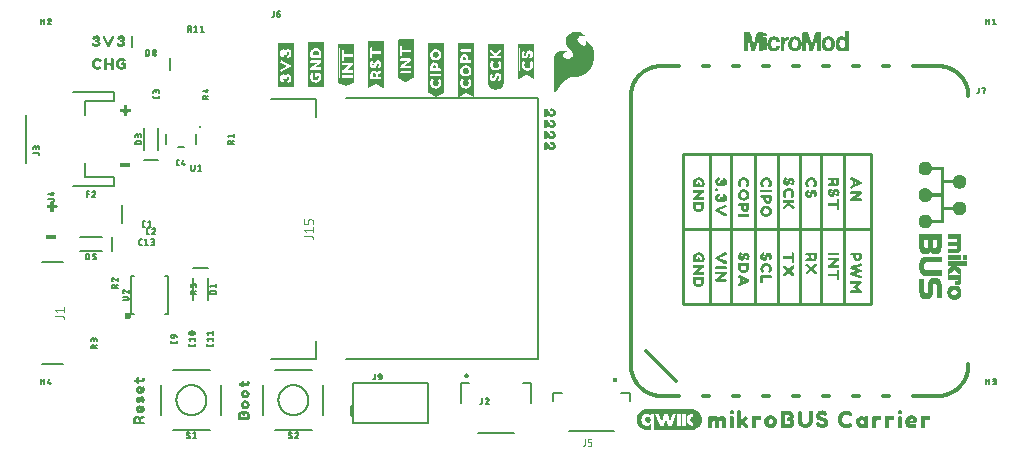
<source format=gbr>
G04 EAGLE Gerber RS-274X export*
G75*
%MOMM*%
%FSLAX34Y34*%
%LPD*%
%INSilkscreen Top*%
%IPPOS*%
%AMOC8*
5,1,8,0,0,1.08239X$1,22.5*%
G01*
%ADD10C,0.203200*%
%ADD11C,0.254000*%
%ADD12C,0.050800*%
%ADD13C,0.127000*%
%ADD14C,0.152400*%
%ADD15C,0.600000*%
%ADD16C,0.254000*%
%ADD17C,0.406400*%
%ADD18R,0.720000X0.060000*%
%ADD19R,0.780000X0.060000*%
%ADD20R,0.840000X0.060000*%
%ADD21C,0.304800*%
%ADD22C,0.025000*%

G36*
X455635Y293160D02*
X455635Y293160D01*
X455719Y293163D01*
X455720Y293163D01*
X455721Y293163D01*
X455799Y293206D01*
X455872Y293245D01*
X455872Y293246D01*
X455873Y293246D01*
X455877Y293252D01*
X455960Y293360D01*
X456033Y293505D01*
X456389Y293861D01*
X456396Y293872D01*
X456409Y293883D01*
X457009Y294583D01*
X457013Y294590D01*
X457020Y294597D01*
X457712Y295486D01*
X458603Y296476D01*
X458606Y296481D01*
X458612Y296487D01*
X459607Y297680D01*
X460700Y298873D01*
X461899Y300171D01*
X463199Y301571D01*
X463203Y301578D01*
X463210Y301584D01*
X464300Y302872D01*
X465382Y303954D01*
X466357Y304832D01*
X467309Y305498D01*
X468350Y305971D01*
X469371Y306250D01*
X473220Y306250D01*
X473240Y306255D01*
X473267Y306253D01*
X475667Y306553D01*
X475689Y306561D01*
X475720Y306563D01*
X477920Y307163D01*
X477943Y307175D01*
X477976Y307183D01*
X479976Y308083D01*
X479995Y308097D01*
X480023Y308109D01*
X481923Y309309D01*
X481934Y309319D01*
X481951Y309328D01*
X483651Y310628D01*
X483668Y310649D01*
X483697Y310670D01*
X485197Y312270D01*
X485205Y312284D01*
X485220Y312297D01*
X486620Y314097D01*
X486633Y314124D01*
X486658Y314156D01*
X488558Y317856D01*
X488566Y317887D01*
X488586Y317928D01*
X489586Y321528D01*
X489588Y321562D01*
X489600Y321608D01*
X489800Y325108D01*
X489794Y325140D01*
X489796Y325187D01*
X489296Y328487D01*
X489285Y328516D01*
X489278Y328558D01*
X488278Y331358D01*
X488264Y331379D01*
X488254Y331411D01*
X486954Y333811D01*
X486928Y333840D01*
X486889Y333899D01*
X485189Y335599D01*
X485159Y335617D01*
X485122Y335652D01*
X483522Y336652D01*
X483456Y336675D01*
X483392Y336703D01*
X483375Y336703D01*
X483358Y336708D01*
X483289Y336699D01*
X483219Y336697D01*
X483204Y336688D01*
X483186Y336686D01*
X483128Y336647D01*
X483067Y336614D01*
X483057Y336599D01*
X483042Y336589D01*
X483007Y336529D01*
X482967Y336472D01*
X482964Y336453D01*
X482956Y336439D01*
X482953Y336400D01*
X482940Y336330D01*
X482940Y335730D01*
X482947Y335700D01*
X482947Y335655D01*
X483033Y335224D01*
X482857Y334164D01*
X482618Y333766D01*
X482203Y333351D01*
X481642Y333110D01*
X481073Y333110D01*
X479758Y333486D01*
X479017Y333857D01*
X477655Y334830D01*
X476978Y335409D01*
X476519Y335868D01*
X476042Y336632D01*
X476039Y336635D01*
X476036Y336641D01*
X475669Y337192D01*
X475492Y337814D01*
X475405Y338330D01*
X475488Y338827D01*
X475667Y339274D01*
X475942Y339824D01*
X476296Y340266D01*
X477034Y340912D01*
X477412Y341101D01*
X477753Y341271D01*
X478487Y341455D01*
X479341Y341550D01*
X480573Y341550D01*
X480928Y341461D01*
X480964Y341461D01*
X481020Y341450D01*
X481120Y341450D01*
X481181Y341464D01*
X481244Y341470D01*
X481265Y341484D01*
X481289Y341489D01*
X481337Y341529D01*
X481390Y341563D01*
X481403Y341584D01*
X481422Y341599D01*
X481448Y341657D01*
X481481Y341710D01*
X481483Y341735D01*
X481493Y341758D01*
X481491Y341820D01*
X481497Y341883D01*
X481488Y341906D01*
X481487Y341931D01*
X481457Y341986D01*
X481434Y342045D01*
X481414Y342064D01*
X481404Y342083D01*
X481373Y342104D01*
X481331Y342146D01*
X481037Y342343D01*
X480341Y342839D01*
X480326Y342845D01*
X480312Y342858D01*
X479112Y343558D01*
X479088Y343566D01*
X479061Y343583D01*
X477561Y344183D01*
X477543Y344186D01*
X477522Y344196D01*
X475722Y344696D01*
X475688Y344698D01*
X475639Y344710D01*
X473639Y344810D01*
X473601Y344803D01*
X473536Y344801D01*
X471336Y344301D01*
X471302Y344284D01*
X471244Y344267D01*
X468944Y343067D01*
X468919Y343046D01*
X468878Y343024D01*
X467178Y341624D01*
X467155Y341593D01*
X467107Y341545D01*
X466007Y339945D01*
X465993Y339910D01*
X465961Y339857D01*
X465361Y338157D01*
X465358Y338122D01*
X465356Y338111D01*
X465347Y338092D01*
X465348Y338070D01*
X465340Y338030D01*
X465340Y336330D01*
X465349Y336292D01*
X465355Y336223D01*
X465855Y334523D01*
X465869Y334498D01*
X465880Y334460D01*
X466780Y332660D01*
X466799Y332637D01*
X466818Y332599D01*
X468118Y330899D01*
X468135Y330885D01*
X468151Y330861D01*
X469842Y329171D01*
X471098Y327721D01*
X471740Y326346D01*
X471740Y325087D01*
X471381Y323922D01*
X470569Y323020D01*
X469459Y322279D01*
X468167Y321910D01*
X466671Y321910D01*
X465631Y322194D01*
X464811Y322467D01*
X464178Y323009D01*
X463633Y323555D01*
X463376Y324068D01*
X463200Y324683D01*
X463200Y325268D01*
X463361Y325751D01*
X463608Y326080D01*
X463974Y326446D01*
X464453Y326829D01*
X464808Y327096D01*
X465261Y327277D01*
X465273Y327285D01*
X465290Y327290D01*
X465534Y327412D01*
X465890Y327590D01*
X465919Y327614D01*
X465989Y327661D01*
X466089Y327761D01*
X466102Y327783D01*
X466122Y327799D01*
X466148Y327856D01*
X466180Y327908D01*
X466183Y327934D01*
X466193Y327958D01*
X466191Y328019D01*
X466197Y328081D01*
X466188Y328105D01*
X466187Y328131D01*
X466157Y328185D01*
X466135Y328243D01*
X466116Y328260D01*
X466104Y328283D01*
X466054Y328318D01*
X466008Y328360D01*
X465983Y328368D01*
X465962Y328383D01*
X465878Y328399D01*
X465842Y328410D01*
X465832Y328408D01*
X465820Y328410D01*
X465782Y328410D01*
X465551Y328487D01*
X465061Y328683D01*
X465026Y328688D01*
X464974Y328706D01*
X464274Y328806D01*
X464250Y328804D01*
X464220Y328810D01*
X462420Y328810D01*
X462390Y328803D01*
X462345Y328803D01*
X461345Y328603D01*
X461335Y328598D01*
X461320Y328597D01*
X460220Y328297D01*
X460203Y328288D01*
X460179Y328283D01*
X459179Y327883D01*
X459152Y327864D01*
X459109Y327846D01*
X458209Y327246D01*
X458188Y327224D01*
X458151Y327199D01*
X457351Y326399D01*
X457340Y326381D01*
X457320Y326363D01*
X456620Y325463D01*
X456609Y325439D01*
X456586Y325412D01*
X455986Y324312D01*
X455977Y324279D01*
X455954Y324234D01*
X455554Y322834D01*
X455553Y322809D01*
X455543Y322777D01*
X455343Y321177D01*
X455344Y321165D01*
X455340Y321150D01*
X455240Y319250D01*
X455242Y319241D01*
X455240Y319230D01*
X455240Y293530D01*
X455260Y293445D01*
X455279Y293363D01*
X455279Y293362D01*
X455279Y293361D01*
X455336Y293293D01*
X455388Y293229D01*
X455389Y293228D01*
X455467Y293193D01*
X455546Y293157D01*
X455547Y293157D01*
X455548Y293157D01*
X455635Y293160D01*
G37*
G36*
X537288Y7507D02*
X537288Y7507D01*
X537309Y7510D01*
X537318Y7527D01*
X537327Y7533D01*
X537325Y7542D01*
X537332Y7556D01*
X537348Y7943D01*
X537347Y7944D01*
X537348Y7945D01*
X537348Y12180D01*
X537348Y12181D01*
X537338Y12574D01*
X537331Y12585D01*
X537333Y12598D01*
X537313Y12611D01*
X537300Y12631D01*
X537287Y12628D01*
X537276Y12636D01*
X537242Y12621D01*
X537233Y12619D01*
X537232Y12616D01*
X537229Y12615D01*
X536798Y12129D01*
X536395Y11802D01*
X535948Y11539D01*
X535463Y11354D01*
X534956Y11237D01*
X534438Y11184D01*
X533917Y11205D01*
X533396Y11254D01*
X532889Y11373D01*
X532390Y11525D01*
X531927Y11763D01*
X531477Y12024D01*
X531089Y12372D01*
X530724Y12742D01*
X530419Y13165D01*
X530158Y13615D01*
X529942Y14091D01*
X529782Y14587D01*
X529656Y15096D01*
X529583Y15613D01*
X529543Y16136D01*
X529538Y16660D01*
X529578Y17183D01*
X529645Y17701D01*
X529771Y18210D01*
X529928Y18707D01*
X530145Y19182D01*
X530407Y19631D01*
X530714Y20052D01*
X531082Y20420D01*
X531471Y20766D01*
X531926Y21019D01*
X532394Y21246D01*
X532893Y21398D01*
X533403Y21503D01*
X533924Y21551D01*
X534445Y21560D01*
X534963Y21501D01*
X535468Y21377D01*
X535951Y21186D01*
X536398Y20922D01*
X536802Y20600D01*
X537232Y20052D01*
X537247Y20047D01*
X537255Y20034D01*
X537277Y20037D01*
X537297Y20030D01*
X537307Y20041D01*
X537323Y20043D01*
X537335Y20071D01*
X537343Y20079D01*
X537342Y20085D01*
X537345Y20090D01*
X537348Y20590D01*
X537348Y21119D01*
X537351Y21461D01*
X540586Y21461D01*
X540587Y21461D01*
X540604Y21461D01*
X540604Y7843D01*
X540605Y7841D01*
X540605Y7839D01*
X540621Y7555D01*
X540634Y7538D01*
X540637Y7517D01*
X540655Y7509D01*
X540662Y7500D01*
X540671Y7502D01*
X540684Y7496D01*
X571612Y7496D01*
X571615Y7498D01*
X571618Y7496D01*
X573199Y7647D01*
X573201Y7649D01*
X573204Y7648D01*
X573722Y7745D01*
X573725Y7748D01*
X573729Y7747D01*
X575241Y8229D01*
X575245Y8233D01*
X575252Y8234D01*
X576648Y8991D01*
X576650Y8996D01*
X576657Y8998D01*
X577890Y9997D01*
X577891Y10000D01*
X577896Y10002D01*
X578259Y10384D01*
X578260Y10386D01*
X578262Y10387D01*
X578936Y11204D01*
X578936Y11206D01*
X578939Y11208D01*
X579242Y11639D01*
X579242Y11642D01*
X579246Y11645D01*
X579990Y13047D01*
X579990Y13052D01*
X579991Y13053D01*
X579993Y13055D01*
X579993Y13056D01*
X579995Y13057D01*
X580465Y14574D01*
X580464Y14579D01*
X580468Y14584D01*
X580538Y15107D01*
X580538Y15108D01*
X580538Y15109D01*
X580644Y16163D01*
X580643Y16165D01*
X580645Y16168D01*
X580653Y16695D01*
X580651Y16697D01*
X580653Y16702D01*
X580493Y18282D01*
X580489Y18286D01*
X580490Y18294D01*
X580019Y19810D01*
X580016Y19813D01*
X580016Y19818D01*
X579793Y20296D01*
X579791Y20297D01*
X579791Y20299D01*
X579286Y21230D01*
X579284Y21231D01*
X579283Y21234D01*
X578993Y21674D01*
X578991Y21675D01*
X578989Y21680D01*
X578316Y22496D01*
X578314Y22496D01*
X578314Y22498D01*
X578281Y22534D01*
X578225Y22597D01*
X578169Y22660D01*
X578113Y22723D01*
X578057Y22785D01*
X578001Y22848D01*
X577962Y22891D01*
X577958Y22892D01*
X577955Y22898D01*
X576730Y23908D01*
X576725Y23909D01*
X576720Y23915D01*
X575326Y24674D01*
X575322Y24674D01*
X575318Y24678D01*
X574823Y24861D01*
X574822Y24861D01*
X574820Y24862D01*
X573809Y25176D01*
X573807Y25176D01*
X573804Y25178D01*
X573290Y25292D01*
X573287Y25290D01*
X573283Y25293D01*
X572229Y25399D01*
X571704Y25452D01*
X571701Y25451D01*
X571697Y25452D01*
X534646Y25452D01*
X534644Y25451D01*
X534640Y25452D01*
X533060Y25304D01*
X533058Y25303D01*
X533055Y25304D01*
X532536Y25213D01*
X532533Y25210D01*
X532528Y25211D01*
X531013Y24735D01*
X531010Y24731D01*
X531002Y24730D01*
X529607Y23973D01*
X529605Y23969D01*
X529599Y23967D01*
X529179Y23647D01*
X529179Y23646D01*
X529177Y23646D01*
X528361Y22972D01*
X528360Y22969D01*
X528356Y22968D01*
X527988Y22590D01*
X527987Y22588D01*
X527984Y22586D01*
X527311Y21770D01*
X527310Y21768D01*
X527308Y21766D01*
X527000Y21339D01*
X526999Y21335D01*
X526995Y21332D01*
X526245Y19933D01*
X526246Y19928D01*
X526241Y19922D01*
X525770Y18406D01*
X525771Y18401D01*
X525768Y18396D01*
X525691Y17874D01*
X525692Y17873D01*
X525691Y17871D01*
X525584Y16818D01*
X525585Y16816D01*
X525584Y16814D01*
X525569Y16287D01*
X525571Y16284D01*
X525569Y16279D01*
X525729Y14699D01*
X525732Y14695D01*
X525731Y14687D01*
X526196Y13169D01*
X526199Y13167D01*
X526199Y13162D01*
X526417Y12682D01*
X526419Y12681D01*
X526419Y12678D01*
X526924Y11748D01*
X526926Y11746D01*
X526926Y11744D01*
X527211Y11300D01*
X527214Y11298D01*
X527216Y11294D01*
X527225Y11282D01*
X527278Y11220D01*
X527331Y11157D01*
X527489Y10969D01*
X527542Y10906D01*
X527595Y10843D01*
X527647Y10780D01*
X527700Y10718D01*
X527753Y10655D01*
X527911Y10467D01*
X527964Y10404D01*
X528017Y10341D01*
X528070Y10278D01*
X528122Y10216D01*
X528237Y10079D01*
X528242Y10078D01*
X528245Y10071D01*
X529470Y9061D01*
X529475Y9060D01*
X529480Y9054D01*
X530870Y8290D01*
X530874Y8290D01*
X530878Y8286D01*
X531370Y8097D01*
X531372Y8097D01*
X531374Y8095D01*
X532385Y7782D01*
X532387Y7782D01*
X532389Y7780D01*
X532902Y7660D01*
X532906Y7661D01*
X532910Y7659D01*
X534490Y7499D01*
X534493Y7501D01*
X534496Y7499D01*
X537270Y7496D01*
X537288Y7507D01*
G37*
G36*
X374201Y289623D02*
X374201Y289623D01*
X374216Y289613D01*
X374816Y289813D01*
X374819Y289818D01*
X374822Y289816D01*
X380808Y292809D01*
X381384Y292713D01*
X387478Y289616D01*
X387531Y289626D01*
X387535Y289625D01*
X387835Y289925D01*
X387837Y289937D01*
X387843Y289942D01*
X387838Y289949D01*
X387839Y289952D01*
X387849Y289960D01*
X387849Y334660D01*
X387841Y334671D01*
X387846Y334678D01*
X387646Y335178D01*
X387605Y335203D01*
X387600Y335209D01*
X374700Y335209D01*
X374689Y335201D01*
X374682Y335206D01*
X374182Y335006D01*
X374157Y334965D01*
X374151Y334960D01*
X374151Y289660D01*
X374152Y289659D01*
X374151Y289658D01*
X374154Y289655D01*
X374187Y289613D01*
X374201Y289623D01*
G37*
G36*
X356008Y289711D02*
X356008Y289711D01*
X356015Y289719D01*
X356022Y289716D01*
X362122Y292716D01*
X362131Y292733D01*
X362142Y292735D01*
X362442Y293235D01*
X362442Y293240D01*
X362445Y293242D01*
X362441Y293247D01*
X362440Y293253D01*
X362449Y293260D01*
X362449Y334660D01*
X362441Y334671D01*
X362446Y334678D01*
X362246Y335178D01*
X362205Y335203D01*
X362200Y335209D01*
X349300Y335209D01*
X349289Y335201D01*
X349282Y335206D01*
X348782Y335006D01*
X348757Y334965D01*
X348751Y334960D01*
X348751Y293060D01*
X348772Y293032D01*
X348773Y293019D01*
X349373Y292619D01*
X349377Y292619D01*
X349378Y292616D01*
X355378Y289616D01*
X355399Y289620D01*
X355408Y289611D01*
X356008Y289711D01*
G37*
G36*
X311647Y297367D02*
X311647Y297367D01*
X311642Y297374D01*
X311649Y297380D01*
X311649Y336580D01*
X311630Y336606D01*
X311630Y336619D01*
X311230Y336919D01*
X311208Y336919D01*
X311202Y336928D01*
X311201Y336928D01*
X311200Y336929D01*
X298300Y336929D01*
X298274Y336910D01*
X298261Y336910D01*
X297961Y336510D01*
X297961Y336501D01*
X297956Y336498D01*
X297961Y336492D01*
X297961Y336488D01*
X297951Y336480D01*
X297951Y297480D01*
X297987Y297433D01*
X297988Y297433D01*
X297988Y297432D01*
X298388Y297332D01*
X298410Y297342D01*
X298422Y297336D01*
X304515Y300333D01*
X305092Y300429D01*
X311077Y297336D01*
X311094Y297339D01*
X311100Y297331D01*
X311600Y297331D01*
X311647Y297367D01*
G37*
G36*
X260747Y298027D02*
X260747Y298027D01*
X260745Y298030D01*
X260749Y298032D01*
X260849Y298632D01*
X260846Y298637D01*
X260849Y298640D01*
X260849Y335840D01*
X260813Y335887D01*
X260806Y335882D01*
X260800Y335889D01*
X247300Y335889D01*
X247253Y335853D01*
X247255Y335850D01*
X247251Y335848D01*
X247151Y335248D01*
X247154Y335243D01*
X247151Y335240D01*
X247151Y298040D01*
X247187Y297993D01*
X247194Y297998D01*
X247200Y297991D01*
X260700Y297991D01*
X260747Y298027D01*
G37*
G36*
X407105Y295864D02*
X407105Y295864D01*
X407108Y295861D01*
X407708Y295961D01*
X407711Y295965D01*
X407714Y295963D01*
X408414Y296163D01*
X408415Y296164D01*
X408416Y296163D01*
X409016Y296363D01*
X409019Y296368D01*
X409022Y296366D01*
X409622Y296666D01*
X409624Y296670D01*
X409627Y296669D01*
X410827Y297469D01*
X410830Y297476D01*
X410835Y297475D01*
X411335Y297975D01*
X411335Y297979D01*
X411338Y297979D01*
X412138Y298979D01*
X412139Y298987D01*
X412144Y298988D01*
X412744Y300188D01*
X412743Y300195D01*
X412747Y300196D01*
X412947Y300895D01*
X413147Y301494D01*
X413145Y301501D01*
X413149Y301503D01*
X413249Y302203D01*
X413246Y302208D01*
X413249Y302210D01*
X413249Y334010D01*
X413246Y334015D01*
X413249Y334018D01*
X413149Y334618D01*
X413105Y334659D01*
X413103Y334656D01*
X413100Y334659D01*
X400200Y334659D01*
X400195Y334656D01*
X400192Y334659D01*
X399592Y334559D01*
X399551Y334515D01*
X399554Y334513D01*
X399551Y334510D01*
X399551Y302210D01*
X399554Y302206D01*
X399551Y302203D01*
X399651Y301503D01*
X399656Y301498D01*
X399653Y301494D01*
X399853Y300895D01*
X400053Y300196D01*
X400058Y300192D01*
X400056Y300188D01*
X400656Y298988D01*
X400663Y298985D01*
X400662Y298979D01*
X401462Y297979D01*
X401466Y297978D01*
X401465Y297975D01*
X401965Y297475D01*
X401972Y297474D01*
X401973Y297469D01*
X403173Y296669D01*
X403177Y296669D01*
X403178Y296666D01*
X403778Y296366D01*
X403783Y296367D01*
X403784Y296363D01*
X404384Y296163D01*
X404386Y296164D01*
X404386Y296163D01*
X405086Y295963D01*
X405090Y295964D01*
X405092Y295961D01*
X405692Y295861D01*
X405697Y295864D01*
X405700Y295861D01*
X407100Y295861D01*
X407105Y295864D01*
G37*
G36*
X235238Y298020D02*
X235238Y298020D01*
X235246Y298022D01*
X235446Y298522D01*
X235442Y298535D01*
X235449Y298540D01*
X235449Y335040D01*
X235413Y335087D01*
X235410Y335085D01*
X235408Y335089D01*
X234808Y335189D01*
X234803Y335186D01*
X234800Y335189D01*
X221900Y335189D01*
X221853Y335153D01*
X221855Y335150D01*
X221851Y335148D01*
X221751Y334548D01*
X221754Y334543D01*
X221751Y334540D01*
X221751Y298240D01*
X221780Y298202D01*
X221782Y298194D01*
X222282Y297994D01*
X222295Y297998D01*
X222300Y297991D01*
X235200Y297991D01*
X235238Y298020D01*
G37*
G36*
X330311Y302321D02*
X330311Y302321D01*
X330322Y302316D01*
X336422Y305316D01*
X337022Y305616D01*
X337031Y305635D01*
X337047Y305646D01*
X337041Y305654D01*
X337049Y305660D01*
X337049Y338260D01*
X337013Y338307D01*
X337006Y338302D01*
X337000Y338309D01*
X324100Y338309D01*
X324096Y338306D01*
X324093Y338309D01*
X323393Y338209D01*
X323351Y338166D01*
X323355Y338163D01*
X323351Y338160D01*
X323351Y306060D01*
X323359Y306049D01*
X323354Y306042D01*
X323554Y305542D01*
X323575Y305529D01*
X323578Y305516D01*
X329678Y302416D01*
X329688Y302418D01*
X329692Y302411D01*
X330292Y302311D01*
X330311Y302321D01*
G37*
G36*
X279711Y298512D02*
X279711Y298512D01*
X279723Y298506D01*
X285723Y301606D01*
X285726Y301613D01*
X285731Y301612D01*
X286231Y302012D01*
X286235Y302027D01*
X286243Y302033D01*
X286238Y302040D01*
X286238Y302042D01*
X286249Y302050D01*
X286249Y333850D01*
X286246Y333855D01*
X286249Y333858D01*
X286149Y334458D01*
X286105Y334499D01*
X286103Y334496D01*
X286100Y334499D01*
X273200Y334499D01*
X273195Y334496D01*
X273192Y334499D01*
X272592Y334399D01*
X272551Y334355D01*
X272554Y334353D01*
X272551Y334350D01*
X272551Y302050D01*
X272567Y302029D01*
X272565Y302015D01*
X272965Y301615D01*
X272977Y301614D01*
X272978Y301606D01*
X279078Y298606D01*
X279089Y298608D01*
X279092Y298601D01*
X279692Y298501D01*
X279711Y298512D01*
G37*
G36*
X425003Y304765D02*
X425003Y304765D01*
X425022Y304756D01*
X425622Y305056D01*
X431704Y308047D01*
X432281Y307854D01*
X438278Y304856D01*
X438331Y304866D01*
X438335Y304865D01*
X438635Y305165D01*
X438636Y305177D01*
X438641Y305181D01*
X438638Y305186D01*
X438639Y305192D01*
X438649Y305200D01*
X438649Y333700D01*
X438640Y333713D01*
X438644Y333722D01*
X438444Y334122D01*
X438407Y334141D01*
X438400Y334149D01*
X425500Y334149D01*
X425489Y334141D01*
X425482Y334146D01*
X424982Y333946D01*
X424957Y333905D01*
X424951Y333900D01*
X424951Y304800D01*
X424954Y304796D01*
X424952Y304791D01*
X424962Y304786D01*
X424987Y304753D01*
X425003Y304765D01*
G37*
G36*
X631572Y328642D02*
X631572Y328642D01*
X631573Y328641D01*
X632100Y328662D01*
X632120Y328678D01*
X632133Y328676D01*
X632494Y329032D01*
X632497Y329052D01*
X632508Y329058D01*
X632604Y329533D01*
X633061Y329641D01*
X634642Y329641D01*
X634646Y329644D01*
X634647Y329641D01*
X635170Y329695D01*
X635187Y329711D01*
X635200Y329710D01*
X635562Y330076D01*
X635565Y330097D01*
X635575Y330105D01*
X635576Y330106D01*
X635627Y330628D01*
X635625Y330631D01*
X635627Y330633D01*
X635627Y336983D01*
X635626Y336983D01*
X635627Y336984D01*
X635613Y337512D01*
X635607Y337519D01*
X635610Y337522D01*
X635608Y337524D01*
X635609Y337525D01*
X635607Y337529D01*
X635611Y337532D01*
X635607Y339817D01*
X635597Y339830D01*
X635601Y339840D01*
X635358Y340294D01*
X635334Y340305D01*
X635329Y340318D01*
X634836Y340471D01*
X634826Y340467D01*
X634821Y340473D01*
X632736Y340483D01*
X632519Y340857D01*
X632654Y341281D01*
X633139Y341327D01*
X634722Y341327D01*
X634727Y341331D01*
X634728Y341331D01*
X634731Y341328D01*
X635243Y341424D01*
X635260Y341443D01*
X635273Y341443D01*
X635581Y341855D01*
X635581Y341877D01*
X635591Y341884D01*
X635612Y342939D01*
X635604Y342951D01*
X635608Y342959D01*
X635409Y343435D01*
X635386Y343448D01*
X635382Y343461D01*
X634906Y343658D01*
X634892Y343654D01*
X634887Y343662D01*
X632795Y343663D01*
X632507Y343998D01*
X632285Y344447D01*
X632256Y344462D01*
X632250Y344474D01*
X631741Y344568D01*
X631735Y344565D01*
X631732Y344569D01*
X628560Y344569D01*
X628558Y344567D01*
X628557Y344568D01*
X628033Y344532D01*
X628012Y344514D01*
X627999Y344515D01*
X627671Y344123D01*
X627671Y344109D01*
X627662Y344106D01*
X626715Y341079D01*
X626714Y341079D01*
X625946Y338550D01*
X625947Y338547D01*
X625945Y338546D01*
X625844Y338083D01*
X625844Y338082D01*
X625844Y338081D01*
X625744Y337571D01*
X625758Y337542D01*
X625737Y337527D01*
X625733Y337525D01*
X625568Y337036D01*
X625569Y337034D01*
X625567Y337033D01*
X624998Y334984D01*
X624998Y334983D01*
X624739Y333951D01*
X624739Y333950D01*
X624738Y333949D01*
X624565Y333129D01*
X623918Y335980D01*
X623665Y337013D01*
X623664Y337015D01*
X623665Y337016D01*
X623512Y337525D01*
X623488Y337543D01*
X623491Y337545D01*
X623482Y337554D01*
X623490Y337565D01*
X622778Y340280D01*
X622777Y340280D01*
X622063Y342836D01*
X622062Y342837D01*
X621762Y343855D01*
X621757Y343859D01*
X621759Y343863D01*
X621526Y344329D01*
X621499Y344343D01*
X621493Y344355D01*
X620993Y344479D01*
X620985Y344476D01*
X620982Y344480D01*
X617266Y344477D01*
X617251Y344466D01*
X617241Y344470D01*
X616803Y344214D01*
X616791Y344185D01*
X616779Y344178D01*
X616710Y343660D01*
X616712Y343656D01*
X616710Y343653D01*
X616713Y337525D01*
X616712Y337524D01*
X616713Y337523D01*
X616713Y337522D01*
X616712Y337521D01*
X616713Y337520D01*
X616713Y337513D01*
X616710Y337511D01*
X616716Y329128D01*
X616730Y329110D01*
X616727Y329097D01*
X617037Y328704D01*
X617065Y328697D01*
X617072Y328685D01*
X617590Y328643D01*
X617593Y328645D01*
X617594Y328643D01*
X619166Y328643D01*
X619179Y328653D01*
X619189Y328648D01*
X619636Y328877D01*
X619650Y328906D01*
X619662Y328912D01*
X619756Y329417D01*
X619753Y329423D01*
X619757Y329426D01*
X619755Y335189D01*
X619755Y335190D01*
X619730Y337285D01*
X619722Y337296D01*
X619731Y337303D01*
X619714Y338001D01*
X619669Y339593D01*
X619604Y341184D01*
X619603Y341185D01*
X619604Y341185D01*
X619552Y342025D01*
X619648Y341849D01*
X619985Y340300D01*
X619986Y340299D01*
X619985Y340299D01*
X620586Y337714D01*
X620607Y337697D01*
X620607Y337696D01*
X620609Y337683D01*
X620612Y337680D01*
X620604Y337670D01*
X620751Y337085D01*
X621641Y333471D01*
X622433Y330380D01*
X622705Y329352D01*
X622708Y329349D01*
X622707Y329347D01*
X622895Y328856D01*
X622919Y328841D01*
X622923Y328828D01*
X623400Y328645D01*
X623413Y328649D01*
X623418Y328642D01*
X625013Y328642D01*
X625015Y328644D01*
X625017Y328642D01*
X625542Y328685D01*
X625564Y328705D01*
X625577Y328704D01*
X625892Y329110D01*
X625892Y329118D01*
X625895Y329121D01*
X625893Y329124D01*
X625900Y329126D01*
X627105Y333206D01*
X627104Y333207D01*
X627105Y333207D01*
X628239Y337307D01*
X628237Y337311D01*
X628968Y340212D01*
X628968Y340213D01*
X629329Y341754D01*
X629422Y341990D01*
X629440Y341734D01*
X629388Y339622D01*
X629361Y337511D01*
X629363Y337509D01*
X629339Y329381D01*
X629345Y329374D01*
X629341Y329369D01*
X629464Y328869D01*
X629490Y328848D01*
X629493Y328835D01*
X629965Y328645D01*
X629979Y328648D01*
X629984Y328641D01*
X631571Y328641D01*
X631572Y328642D01*
G37*
G36*
X668289Y328650D02*
X668289Y328650D01*
X668298Y328646D01*
X668755Y328866D01*
X668770Y328895D01*
X668782Y328901D01*
X668882Y329408D01*
X668879Y329414D01*
X668881Y329416D01*
X668883Y329418D01*
X668881Y335239D01*
X668880Y335239D01*
X668881Y335239D01*
X668857Y336827D01*
X668851Y336835D01*
X668765Y340086D01*
X668764Y340086D01*
X668765Y340087D01*
X668662Y342027D01*
X668747Y341914D01*
X669432Y338845D01*
X669433Y338845D01*
X669432Y338845D01*
X669796Y337309D01*
X669797Y337308D01*
X669796Y337307D01*
X669940Y336812D01*
X669945Y336808D01*
X670156Y335948D01*
X671053Y332354D01*
X671852Y329282D01*
X671858Y329278D01*
X671856Y329273D01*
X672075Y328804D01*
X672102Y328789D01*
X672107Y328777D01*
X672602Y328643D01*
X672611Y328647D01*
X672615Y328642D01*
X674203Y328642D01*
X674207Y328645D01*
X674209Y328642D01*
X674725Y328713D01*
X674746Y328734D01*
X674760Y328735D01*
X675041Y329164D01*
X675040Y329169D01*
X675042Y329170D01*
X675040Y329172D01*
X675040Y329175D01*
X675047Y329177D01*
X676390Y333746D01*
X676389Y333747D01*
X676390Y333747D01*
X676958Y335786D01*
X676958Y335787D01*
X677212Y336814D01*
X677202Y336839D01*
X677211Y336848D01*
X677217Y336850D01*
X677885Y339408D01*
X677884Y339409D01*
X677885Y339409D01*
X678489Y341949D01*
X678564Y341960D01*
X678508Y339905D01*
X678509Y339904D01*
X678508Y339904D01*
X678473Y336753D01*
X678474Y336750D01*
X678465Y329431D01*
X678469Y329426D01*
X678466Y329423D01*
X678556Y328917D01*
X678579Y328896D01*
X678581Y328882D01*
X679026Y328648D01*
X679042Y328650D01*
X679049Y328642D01*
X681143Y328646D01*
X681160Y328659D01*
X681171Y328655D01*
X681584Y328940D01*
X681593Y328964D01*
X681605Y328973D01*
X681604Y328974D01*
X681606Y328975D01*
X681660Y329490D01*
X681658Y329493D01*
X681660Y329495D01*
X681652Y336826D01*
X681651Y336827D01*
X681639Y343872D01*
X681629Y343884D01*
X681634Y343893D01*
X681415Y344349D01*
X681386Y344364D01*
X681380Y344376D01*
X680873Y344477D01*
X680866Y344474D01*
X680863Y344478D01*
X677691Y344477D01*
X677688Y344475D01*
X677687Y344477D01*
X677164Y344438D01*
X677143Y344419D01*
X677129Y344420D01*
X676807Y344023D01*
X676807Y344012D01*
X676801Y344007D01*
X676798Y344006D01*
X675541Y339968D01*
X675541Y339967D01*
X674653Y336981D01*
X674652Y336980D01*
X674652Y336979D01*
X674649Y336967D01*
X674644Y336965D01*
X674018Y334658D01*
X674019Y334657D01*
X674018Y334656D01*
X673769Y333628D01*
X673769Y333627D01*
X673768Y333626D01*
X673676Y333181D01*
X673641Y333205D01*
X673314Y334738D01*
X673313Y334738D01*
X673314Y334739D01*
X672823Y336798D01*
X672808Y336810D01*
X672056Y339756D01*
X672056Y339757D01*
X671357Y342292D01*
X671356Y342293D01*
X670914Y343808D01*
X670911Y343810D01*
X670912Y343813D01*
X670705Y344289D01*
X670681Y344303D01*
X670676Y344316D01*
X670197Y344480D01*
X670186Y344476D01*
X670181Y344483D01*
X666500Y344483D01*
X666491Y344476D01*
X666485Y344480D01*
X666002Y344324D01*
X665987Y344303D01*
X665975Y344294D01*
X665970Y344292D01*
X665819Y343806D01*
X665821Y343801D01*
X665818Y343799D01*
X665821Y343795D01*
X665817Y343791D01*
X665817Y336954D01*
X665826Y336942D01*
X665813Y336932D01*
X665836Y329169D01*
X665848Y329153D01*
X665844Y329141D01*
X666128Y328721D01*
X666157Y328712D01*
X666164Y328700D01*
X666683Y328641D01*
X666687Y328643D01*
X666689Y328641D01*
X668276Y328641D01*
X668289Y328650D01*
G37*
G36*
X654816Y9365D02*
X654816Y9365D01*
X654820Y9362D01*
X655820Y9562D01*
X655823Y9565D01*
X655826Y9563D01*
X656726Y9863D01*
X656732Y9873D01*
X656740Y9871D01*
X657540Y10471D01*
X657542Y10478D01*
X657547Y10478D01*
X658247Y11278D01*
X658248Y11285D01*
X658253Y11286D01*
X658753Y12186D01*
X658752Y12194D01*
X658757Y12196D01*
X659057Y13196D01*
X659054Y13206D01*
X659059Y13210D01*
X659059Y14210D01*
X659057Y14213D01*
X659059Y14215D01*
X658959Y15215D01*
X658952Y15222D01*
X658956Y15228D01*
X658556Y16228D01*
X658548Y16233D01*
X658549Y16240D01*
X657968Y17015D01*
X658154Y17388D01*
X658154Y17390D01*
X658155Y17390D01*
X658555Y18290D01*
X658552Y18301D01*
X658559Y18306D01*
X658659Y19406D01*
X658655Y19412D01*
X658659Y19415D01*
X658559Y20415D01*
X658554Y20421D01*
X658557Y20426D01*
X658257Y21326D01*
X658251Y21329D01*
X658253Y21334D01*
X657753Y22234D01*
X657742Y22239D01*
X657742Y22247D01*
X656942Y22947D01*
X656935Y22948D01*
X656934Y22953D01*
X656034Y23453D01*
X656027Y23452D01*
X656026Y23457D01*
X655126Y23757D01*
X655115Y23753D01*
X655110Y23759D01*
X648710Y23759D01*
X648696Y23748D01*
X648686Y23753D01*
X647986Y23353D01*
X647976Y23330D01*
X647963Y23326D01*
X647663Y22426D01*
X647663Y22425D01*
X647667Y22415D01*
X647661Y22410D01*
X647661Y11110D01*
X647663Y11107D01*
X647661Y11105D01*
X647761Y10105D01*
X647777Y10088D01*
X647775Y10075D01*
X648375Y9475D01*
X648399Y9472D01*
X648406Y9461D01*
X649606Y9361D01*
X649609Y9363D01*
X649610Y9361D01*
X654810Y9361D01*
X654816Y9365D01*
G37*
G36*
X698879Y328428D02*
X698879Y328428D01*
X698880Y328427D01*
X699405Y328467D01*
X699408Y328469D01*
X699410Y328467D01*
X699929Y328554D01*
X699932Y328557D01*
X699935Y328555D01*
X700439Y328706D01*
X700443Y328711D01*
X700447Y328709D01*
X700920Y328939D01*
X700923Y328946D01*
X700928Y328944D01*
X701346Y329263D01*
X701348Y329270D01*
X701353Y329270D01*
X701701Y329665D01*
X701701Y329669D01*
X701704Y329669D01*
X701878Y329910D01*
X701902Y329522D01*
X701904Y329520D01*
X701902Y329518D01*
X701979Y328999D01*
X701998Y328980D01*
X701998Y328967D01*
X702397Y328657D01*
X702420Y328657D01*
X702427Y328647D01*
X704535Y328641D01*
X704548Y328651D01*
X704558Y328647D01*
X705007Y328878D01*
X705017Y328898D01*
X705027Y328906D01*
X705024Y328909D01*
X705033Y328914D01*
X705113Y329423D01*
X705110Y329428D01*
X705113Y329431D01*
X705090Y330485D01*
X705070Y334699D01*
X705061Y334710D01*
X705065Y344598D01*
X705062Y344602D01*
X705064Y344604D01*
X705000Y345123D01*
X704979Y345145D01*
X704978Y345158D01*
X704552Y345436D01*
X704533Y345434D01*
X704525Y345444D01*
X702407Y345443D01*
X702392Y345431D01*
X702382Y345436D01*
X701944Y345178D01*
X701932Y345149D01*
X701920Y345142D01*
X701845Y344626D01*
X701848Y344622D01*
X701845Y344619D01*
X701845Y339951D01*
X701257Y340393D01*
X701249Y340393D01*
X701247Y340398D01*
X700764Y340613D01*
X700758Y340611D01*
X700757Y340615D01*
X700245Y340751D01*
X700241Y340749D01*
X700239Y340752D01*
X699715Y340826D01*
X699712Y340824D01*
X699710Y340826D01*
X699181Y340853D01*
X699179Y340851D01*
X699177Y340853D01*
X698648Y340832D01*
X698645Y340829D01*
X698643Y340831D01*
X698119Y340762D01*
X698116Y340759D01*
X698114Y340761D01*
X697600Y340637D01*
X697597Y340633D01*
X697594Y340635D01*
X697097Y340455D01*
X697095Y340451D01*
X697092Y340452D01*
X696619Y340215D01*
X696617Y340211D01*
X696614Y340212D01*
X696173Y339921D01*
X696171Y339917D01*
X696168Y339918D01*
X695764Y339576D01*
X695763Y339572D01*
X695760Y339572D01*
X695397Y339188D01*
X695396Y339184D01*
X695393Y339184D01*
X695074Y338762D01*
X695074Y338758D01*
X695071Y338758D01*
X694795Y338306D01*
X694795Y338303D01*
X694793Y338302D01*
X694560Y337827D01*
X694560Y337824D01*
X694558Y337823D01*
X694366Y337330D01*
X694367Y337327D01*
X694365Y337326D01*
X694212Y336820D01*
X694213Y336817D01*
X694211Y336817D01*
X694094Y336300D01*
X694095Y336298D01*
X694093Y336297D01*
X694009Y335775D01*
X694010Y335773D01*
X694009Y335772D01*
X693956Y335245D01*
X693957Y335243D01*
X693955Y335242D01*
X693936Y334712D01*
X693970Y334664D01*
X693937Y334629D01*
X693942Y334625D01*
X693937Y334621D01*
X693989Y333569D01*
X693991Y333567D01*
X693989Y333565D01*
X694050Y333042D01*
X694051Y333041D01*
X694050Y333040D01*
X694139Y332520D01*
X694140Y332519D01*
X694139Y332517D01*
X694260Y332004D01*
X694262Y332003D01*
X694260Y332001D01*
X694417Y331498D01*
X694419Y331496D01*
X694418Y331494D01*
X694614Y331005D01*
X694617Y331004D01*
X694616Y331001D01*
X694857Y330533D01*
X694860Y330531D01*
X694859Y330528D01*
X695148Y330088D01*
X695153Y330086D01*
X695152Y330083D01*
X695491Y329680D01*
X695495Y329679D01*
X695495Y329676D01*
X695882Y329319D01*
X695887Y329319D01*
X695887Y329315D01*
X696319Y329014D01*
X696324Y329014D01*
X696324Y329010D01*
X696793Y328771D01*
X696798Y328772D01*
X696799Y328769D01*
X697295Y328595D01*
X697300Y328597D01*
X697301Y328593D01*
X697816Y328483D01*
X697820Y328485D01*
X697821Y328482D01*
X698345Y328432D01*
X698348Y328434D01*
X698349Y328432D01*
X698876Y328426D01*
X698879Y328428D01*
G37*
G36*
X600614Y9461D02*
X600614Y9461D01*
X600632Y9477D01*
X600645Y9475D01*
X601245Y10075D01*
X601246Y10086D01*
X601247Y10086D01*
X601246Y10087D01*
X601248Y10098D01*
X601259Y10105D01*
X601359Y11005D01*
X601357Y11008D01*
X601359Y11010D01*
X601359Y15310D01*
X601357Y15313D01*
X601359Y15314D01*
X601259Y16414D01*
X601254Y16420D01*
X601257Y16424D01*
X600957Y17424D01*
X600950Y17429D01*
X600953Y17434D01*
X600553Y18134D01*
X600546Y18137D01*
X600547Y18142D01*
X599947Y18842D01*
X599937Y18844D01*
X599936Y18852D01*
X599136Y19352D01*
X599127Y19351D01*
X599124Y19357D01*
X598124Y19657D01*
X598116Y19654D01*
X598114Y19654D01*
X598110Y19659D01*
X597110Y19659D01*
X597103Y19654D01*
X597098Y19654D01*
X597096Y19652D01*
X597090Y19655D01*
X596190Y19255D01*
X596188Y19252D01*
X596186Y19253D01*
X595286Y18753D01*
X595283Y18747D01*
X595278Y18748D01*
X594713Y18277D01*
X594045Y18945D01*
X594037Y18946D01*
X594036Y18952D01*
X593236Y19452D01*
X593223Y19451D01*
X593220Y19458D01*
X592220Y19658D01*
X592213Y19655D01*
X592210Y19659D01*
X591210Y19659D01*
X591203Y19654D01*
X591200Y19654D01*
X591195Y19651D01*
X591188Y19654D01*
X590388Y19254D01*
X590382Y19242D01*
X590373Y19243D01*
X589632Y18409D01*
X589357Y19324D01*
X589331Y19343D01*
X589327Y19356D01*
X588527Y19656D01*
X588520Y19654D01*
X588514Y19654D01*
X588510Y19659D01*
X587310Y19659D01*
X587303Y19654D01*
X587300Y19654D01*
X587295Y19651D01*
X587288Y19654D01*
X586488Y19254D01*
X586479Y19235D01*
X586464Y19224D01*
X586465Y19222D01*
X586462Y19221D01*
X586262Y18321D01*
X586265Y18313D01*
X586261Y18310D01*
X586261Y10210D01*
X586275Y10191D01*
X586273Y10178D01*
X586873Y9478D01*
X586899Y9472D01*
X586906Y9461D01*
X588106Y9361D01*
X588114Y9366D01*
X588119Y9362D01*
X589219Y9562D01*
X589241Y9586D01*
X589254Y9588D01*
X589654Y10388D01*
X589651Y10404D01*
X589659Y10410D01*
X589659Y14406D01*
X589856Y15584D01*
X590428Y16061D01*
X591385Y16061D01*
X591864Y15390D01*
X592061Y14306D01*
X592061Y10310D01*
X592074Y10293D01*
X592070Y10281D01*
X592570Y9581D01*
X592595Y9574D01*
X592601Y9562D01*
X593701Y9362D01*
X593712Y9367D01*
X593718Y9361D01*
X594918Y9561D01*
X594935Y9579D01*
X594948Y9578D01*
X595448Y10178D01*
X595449Y10199D01*
X595459Y10205D01*
X595559Y11205D01*
X595557Y11208D01*
X595559Y11210D01*
X595559Y14208D01*
X595658Y15296D01*
X596040Y16061D01*
X596994Y16061D01*
X597665Y15582D01*
X597861Y14506D01*
X597861Y10410D01*
X597872Y10396D01*
X597867Y10386D01*
X598267Y9686D01*
X598291Y9675D01*
X598296Y9663D01*
X599296Y9363D01*
X599308Y9367D01*
X599314Y9361D01*
X600614Y9461D01*
G37*
G36*
X659897Y328442D02*
X659897Y328442D01*
X659899Y328443D01*
X659900Y328442D01*
X660423Y328485D01*
X660425Y328487D01*
X660427Y328486D01*
X660946Y328566D01*
X660949Y328568D01*
X660951Y328567D01*
X661460Y328696D01*
X661463Y328699D01*
X661465Y328697D01*
X661959Y328875D01*
X661961Y328879D01*
X661964Y328877D01*
X662437Y329104D01*
X662439Y329108D01*
X662442Y329107D01*
X662888Y329382D01*
X662890Y329386D01*
X662893Y329385D01*
X663306Y329709D01*
X663307Y329713D01*
X663310Y329713D01*
X663684Y330081D01*
X663684Y330085D01*
X663687Y330085D01*
X664019Y330492D01*
X664019Y330496D01*
X664022Y330496D01*
X664309Y330935D01*
X664309Y330939D01*
X664312Y330940D01*
X664555Y331405D01*
X664554Y331408D01*
X664557Y331409D01*
X664758Y331894D01*
X664757Y331897D01*
X664759Y331898D01*
X664922Y332398D01*
X664921Y332400D01*
X664923Y332401D01*
X665048Y332912D01*
X665047Y332914D01*
X665049Y332915D01*
X665136Y333434D01*
X665135Y333436D01*
X665136Y333436D01*
X665193Y333959D01*
X665192Y333961D01*
X665193Y333961D01*
X665223Y334486D01*
X665221Y334488D01*
X665223Y334489D01*
X665222Y335014D01*
X665217Y335021D01*
X665223Y335026D01*
X665219Y335031D01*
X665222Y335033D01*
X665220Y335036D01*
X665224Y335040D01*
X665195Y335568D01*
X665193Y335570D01*
X665195Y335571D01*
X665132Y336097D01*
X665130Y336099D01*
X665131Y336100D01*
X665033Y336620D01*
X665031Y336622D01*
X665033Y336624D01*
X664896Y337135D01*
X664894Y337137D01*
X664895Y337139D01*
X664717Y337637D01*
X664714Y337639D01*
X664715Y337642D01*
X664493Y338122D01*
X664490Y338124D01*
X664491Y338126D01*
X664225Y338584D01*
X664221Y338585D01*
X664222Y338588D01*
X663910Y339015D01*
X663906Y339017D01*
X663907Y339019D01*
X663550Y339411D01*
X663546Y339412D01*
X663546Y339415D01*
X663148Y339763D01*
X663144Y339763D01*
X663144Y339767D01*
X662709Y340068D01*
X662704Y340067D01*
X662704Y340071D01*
X662237Y340320D01*
X662233Y340319D01*
X662232Y340322D01*
X661742Y340520D01*
X661738Y340519D01*
X661737Y340522D01*
X661230Y340669D01*
X661226Y340668D01*
X661225Y340670D01*
X660706Y340771D01*
X660704Y340770D01*
X660703Y340772D01*
X660177Y340833D01*
X660175Y340831D01*
X660174Y340833D01*
X659645Y340859D01*
X659644Y340858D01*
X659641Y340858D01*
X659640Y340859D01*
X659112Y340834D01*
X659110Y340832D01*
X659109Y340833D01*
X658583Y340775D01*
X658581Y340773D01*
X658580Y340774D01*
X658060Y340677D01*
X658058Y340674D01*
X658056Y340676D01*
X657546Y340534D01*
X657544Y340531D01*
X657541Y340533D01*
X657048Y340339D01*
X657046Y340336D01*
X657043Y340337D01*
X656575Y340091D01*
X656573Y340088D01*
X656570Y340089D01*
X656129Y339797D01*
X656128Y339793D01*
X656125Y339794D01*
X655718Y339457D01*
X655717Y339453D01*
X655714Y339453D01*
X655345Y339075D01*
X655345Y339071D01*
X655342Y339071D01*
X655013Y338657D01*
X655013Y338653D01*
X655011Y338653D01*
X654724Y338208D01*
X654725Y338205D01*
X654722Y338204D01*
X654479Y337735D01*
X654479Y337731D01*
X654477Y337731D01*
X654275Y337242D01*
X654276Y337239D01*
X654274Y337238D01*
X654113Y336734D01*
X654114Y336732D01*
X654112Y336731D01*
X653990Y336216D01*
X653991Y336213D01*
X653989Y336212D01*
X653906Y335690D01*
X653907Y335687D01*
X653905Y335686D01*
X653843Y334806D01*
X653847Y334799D01*
X653844Y334792D01*
X653851Y334788D01*
X653845Y334784D01*
X653858Y334258D01*
X653859Y334257D01*
X653858Y334256D01*
X653897Y333732D01*
X653899Y333730D01*
X653898Y333729D01*
X653966Y333208D01*
X653968Y333206D01*
X653967Y333205D01*
X654067Y332689D01*
X654069Y332688D01*
X654068Y332686D01*
X654203Y332178D01*
X654205Y332177D01*
X654204Y332175D01*
X654377Y331679D01*
X654380Y331677D01*
X654379Y331675D01*
X654593Y331196D01*
X654596Y331194D01*
X654595Y331192D01*
X654852Y330734D01*
X654855Y330732D01*
X654854Y330729D01*
X655156Y330299D01*
X655160Y330298D01*
X655159Y330295D01*
X655506Y329901D01*
X655510Y329900D01*
X655510Y329897D01*
X655899Y329544D01*
X655903Y329543D01*
X655903Y329540D01*
X656331Y329234D01*
X656335Y329234D01*
X656336Y329231D01*
X656797Y328979D01*
X656801Y328980D01*
X656802Y328977D01*
X657289Y328778D01*
X657292Y328779D01*
X657293Y328777D01*
X657797Y328628D01*
X657800Y328629D01*
X657801Y328627D01*
X658315Y328522D01*
X658318Y328523D01*
X658319Y328521D01*
X658840Y328454D01*
X658842Y328455D01*
X658844Y328454D01*
X659369Y328429D01*
X659371Y328430D01*
X659372Y328428D01*
X659897Y328442D01*
G37*
G36*
X688059Y328436D02*
X688059Y328436D01*
X688061Y328437D01*
X688062Y328436D01*
X688586Y328467D01*
X688589Y328469D01*
X688590Y328467D01*
X689110Y328542D01*
X689113Y328544D01*
X689115Y328543D01*
X689626Y328663D01*
X689628Y328666D01*
X689630Y328664D01*
X690128Y328829D01*
X690130Y328832D01*
X690133Y328830D01*
X690612Y329042D01*
X690614Y329046D01*
X690617Y329045D01*
X691071Y329306D01*
X691073Y329310D01*
X691076Y329309D01*
X691499Y329620D01*
X691500Y329624D01*
X691503Y329623D01*
X691888Y329980D01*
X691889Y329984D01*
X691892Y329984D01*
X692235Y330382D01*
X692235Y330386D01*
X692238Y330386D01*
X692537Y330817D01*
X692537Y330821D01*
X692540Y330821D01*
X692795Y331280D01*
X692794Y331284D01*
X692797Y331284D01*
X693008Y331765D01*
X693008Y331769D01*
X693010Y331769D01*
X693179Y332267D01*
X693178Y332269D01*
X693180Y332270D01*
X693311Y332779D01*
X693310Y332781D01*
X693312Y332782D01*
X693409Y333298D01*
X693408Y333300D01*
X693409Y333301D01*
X693476Y333822D01*
X693475Y333824D01*
X693476Y333824D01*
X693514Y334348D01*
X693513Y334350D01*
X693514Y334351D01*
X693524Y334876D01*
X693520Y334881D01*
X693491Y335561D01*
X693489Y335564D01*
X693490Y335565D01*
X693428Y336091D01*
X693426Y336093D01*
X693428Y336094D01*
X693330Y336615D01*
X693328Y336617D01*
X693329Y336618D01*
X693193Y337130D01*
X693191Y337132D01*
X693192Y337134D01*
X693014Y337633D01*
X693011Y337635D01*
X693012Y337637D01*
X692791Y338118D01*
X692787Y338120D01*
X692788Y338122D01*
X692522Y338580D01*
X692519Y338582D01*
X692519Y338584D01*
X692208Y339012D01*
X692204Y339014D01*
X692204Y339017D01*
X691848Y339408D01*
X691844Y339409D01*
X691844Y339412D01*
X691446Y339761D01*
X691442Y339762D01*
X691442Y339765D01*
X691006Y340066D01*
X691002Y340066D01*
X691002Y340069D01*
X690535Y340319D01*
X690531Y340318D01*
X690530Y340321D01*
X690040Y340520D01*
X690036Y340519D01*
X690035Y340521D01*
X689527Y340669D01*
X689524Y340668D01*
X689523Y340670D01*
X689004Y340772D01*
X689001Y340770D01*
X689000Y340772D01*
X688474Y340833D01*
X688472Y340831D01*
X688471Y340833D01*
X687942Y340859D01*
X687939Y340857D01*
X687937Y340859D01*
X687408Y340834D01*
X687406Y340832D01*
X687405Y340833D01*
X686879Y340774D01*
X686877Y340773D01*
X686875Y340774D01*
X686355Y340676D01*
X686353Y340674D01*
X686351Y340676D01*
X685841Y340534D01*
X685839Y340531D01*
X685836Y340532D01*
X685343Y340339D01*
X685341Y340335D01*
X685338Y340336D01*
X684869Y340090D01*
X684868Y340087D01*
X684865Y340088D01*
X684424Y339796D01*
X684423Y339792D01*
X684420Y339793D01*
X684012Y339455D01*
X684012Y339451D01*
X684009Y339451D01*
X683639Y339073D01*
X683639Y339069D01*
X683636Y339069D01*
X683308Y338654D01*
X683308Y338650D01*
X683305Y338650D01*
X683019Y338205D01*
X683019Y338201D01*
X683017Y338201D01*
X682774Y337731D01*
X682774Y337728D01*
X682772Y337727D01*
X682571Y337237D01*
X682571Y337234D01*
X682569Y337234D01*
X682408Y336729D01*
X682409Y336727D01*
X682407Y336726D01*
X682286Y336211D01*
X682287Y336208D01*
X682285Y336207D01*
X682201Y335684D01*
X682204Y335680D01*
X682201Y335678D01*
X682173Y334904D01*
X682183Y334889D01*
X682187Y334883D01*
X682181Y334879D01*
X682150Y334390D01*
X682153Y334386D01*
X682150Y334384D01*
X682182Y333860D01*
X682184Y333858D01*
X682182Y333857D01*
X682243Y333336D01*
X682244Y333334D01*
X682243Y333333D01*
X682334Y332816D01*
X682336Y332814D01*
X682335Y332813D01*
X682460Y332303D01*
X682462Y332301D01*
X682461Y332299D01*
X682623Y331800D01*
X682626Y331798D01*
X682625Y331796D01*
X682828Y331311D01*
X682831Y331309D01*
X682830Y331307D01*
X683076Y330843D01*
X683079Y330841D01*
X683078Y330839D01*
X683370Y330402D01*
X683374Y330400D01*
X683373Y330397D01*
X683710Y329995D01*
X683714Y329994D01*
X683714Y329991D01*
X684094Y329629D01*
X684099Y329628D01*
X684099Y329625D01*
X684519Y329310D01*
X684523Y329310D01*
X684523Y329307D01*
X684977Y329043D01*
X684981Y329043D01*
X684981Y329040D01*
X685461Y328827D01*
X685465Y328828D01*
X685465Y328826D01*
X685964Y328662D01*
X685967Y328663D01*
X685968Y328661D01*
X686479Y328542D01*
X686482Y328543D01*
X686483Y328541D01*
X687002Y328463D01*
X687006Y328465D01*
X687007Y328463D01*
X687532Y328435D01*
X687533Y328436D01*
X687534Y328435D01*
X688059Y328436D01*
G37*
G36*
X668513Y9363D02*
X668513Y9363D01*
X668515Y9361D01*
X669515Y9461D01*
X669520Y9466D01*
X669524Y9463D01*
X670524Y9763D01*
X670527Y9767D01*
X670530Y9765D01*
X671430Y10165D01*
X671433Y10171D01*
X671437Y10169D01*
X672337Y10769D01*
X672340Y10776D01*
X672345Y10775D01*
X673045Y11475D01*
X673046Y11482D01*
X673051Y11483D01*
X673651Y12383D01*
X673651Y12389D01*
X673655Y12390D01*
X674455Y14190D01*
X674453Y14198D01*
X674458Y14200D01*
X674658Y15200D01*
X674657Y15204D01*
X674659Y15205D01*
X674759Y16205D01*
X674757Y16208D01*
X674759Y16210D01*
X674759Y22410D01*
X674754Y22416D01*
X674758Y22421D01*
X674558Y23321D01*
X674537Y23338D01*
X674536Y23352D01*
X673736Y23852D01*
X673720Y23850D01*
X673714Y23859D01*
X672614Y23959D01*
X672606Y23954D01*
X672600Y23958D01*
X671600Y23758D01*
X671576Y23731D01*
X671564Y23727D01*
X671264Y22927D01*
X671266Y22921D01*
X671262Y22918D01*
X671263Y22916D01*
X671261Y22914D01*
X671161Y21814D01*
X671163Y21812D01*
X671161Y21810D01*
X671161Y15618D01*
X670865Y14730D01*
X670370Y13840D01*
X669686Y13155D01*
X668705Y12959D01*
X667620Y12959D01*
X666742Y13350D01*
X666153Y14135D01*
X665757Y15025D01*
X665559Y16015D01*
X665559Y22210D01*
X665557Y22213D01*
X665559Y22215D01*
X665459Y23215D01*
X665441Y23234D01*
X665442Y23247D01*
X664742Y23847D01*
X664721Y23849D01*
X664715Y23859D01*
X663715Y23959D01*
X663709Y23955D01*
X663705Y23959D01*
X662705Y23859D01*
X662684Y23840D01*
X662671Y23840D01*
X662071Y23040D01*
X662071Y23022D01*
X662063Y23016D01*
X662065Y23013D01*
X662061Y23010D01*
X662061Y15910D01*
X662063Y15907D01*
X662061Y15906D01*
X662161Y14806D01*
X662164Y14802D01*
X662162Y14799D01*
X662362Y13899D01*
X662367Y13895D01*
X662364Y13892D01*
X662764Y12892D01*
X662770Y12888D01*
X662768Y12884D01*
X663268Y12084D01*
X663271Y12083D01*
X663271Y12080D01*
X663871Y11280D01*
X663878Y11278D01*
X663878Y11273D01*
X664678Y10573D01*
X664680Y10573D01*
X664680Y10571D01*
X665480Y9971D01*
X665493Y9971D01*
X665496Y9963D01*
X667496Y9363D01*
X667506Y9366D01*
X667510Y9361D01*
X668510Y9361D01*
X668513Y9363D01*
G37*
%LPC*%
G36*
X544992Y11307D02*
X544992Y11307D01*
X544953Y11399D01*
X541229Y21467D01*
X541267Y21467D01*
X541513Y21461D01*
X541514Y21461D01*
X544592Y21461D01*
X544593Y21460D01*
X544593Y21456D01*
X546540Y14856D01*
X546542Y14854D01*
X546542Y14851D01*
X546640Y14598D01*
X546653Y14589D01*
X546657Y14573D01*
X546678Y14571D01*
X546695Y14558D01*
X546709Y14566D01*
X546725Y14564D01*
X546743Y14586D01*
X546754Y14592D01*
X546754Y14599D01*
X546758Y14604D01*
X548723Y21365D01*
X548752Y21461D01*
X551889Y21461D01*
X551966Y21191D01*
X553897Y14586D01*
X553910Y14575D01*
X553914Y14558D01*
X553933Y14554D01*
X553948Y14541D01*
X553964Y14549D01*
X553981Y14546D01*
X553999Y14565D01*
X554010Y14570D01*
X554011Y14578D01*
X554016Y14583D01*
X554166Y15023D01*
X554166Y15024D01*
X554167Y15026D01*
X555965Y21118D01*
X555964Y21118D01*
X555965Y21118D01*
X556064Y21461D01*
X559193Y21461D01*
X559218Y21460D01*
X555629Y11609D01*
X555518Y11307D01*
X552278Y11307D01*
X552172Y11610D01*
X550457Y17172D01*
X550326Y17615D01*
X550312Y17627D01*
X550308Y17644D01*
X550289Y17647D01*
X550274Y17659D01*
X550258Y17652D01*
X550240Y17655D01*
X550224Y17636D01*
X550213Y17631D01*
X550212Y17622D01*
X550206Y17616D01*
X548292Y11476D01*
X548238Y11307D01*
X544992Y11307D01*
G37*
%LPD*%
G36*
X683316Y9365D02*
X683316Y9365D01*
X683320Y9362D01*
X684320Y9562D01*
X684325Y9568D01*
X684330Y9565D01*
X685230Y9965D01*
X685232Y9968D01*
X685234Y9967D01*
X686134Y10467D01*
X686138Y10476D01*
X686145Y10475D01*
X686845Y11175D01*
X686846Y11183D01*
X686852Y11184D01*
X687352Y11984D01*
X687351Y11990D01*
X687356Y11992D01*
X687756Y12992D01*
X687753Y13001D01*
X687759Y13005D01*
X687859Y14005D01*
X687855Y14011D01*
X687859Y14014D01*
X687759Y15114D01*
X687753Y15121D01*
X687757Y15126D01*
X687457Y16026D01*
X687449Y16031D01*
X687451Y16037D01*
X686851Y16937D01*
X686842Y16941D01*
X686842Y16947D01*
X686142Y17547D01*
X686128Y17548D01*
X686126Y17557D01*
X685226Y17857D01*
X685224Y17856D01*
X685223Y17858D01*
X684124Y18157D01*
X682227Y18756D01*
X681353Y19145D01*
X681163Y20096D01*
X681736Y20765D01*
X682704Y20959D01*
X683586Y20567D01*
X684483Y19969D01*
X684499Y19970D01*
X684505Y19961D01*
X685405Y19861D01*
X685424Y19873D01*
X685436Y19868D01*
X686236Y20368D01*
X686242Y20384D01*
X686252Y20385D01*
X686852Y21385D01*
X686851Y21399D01*
X686859Y21404D01*
X686959Y22204D01*
X686943Y22231D01*
X686945Y22245D01*
X686145Y23045D01*
X686139Y23046D01*
X686139Y23050D01*
X685439Y23550D01*
X685430Y23550D01*
X685428Y23556D01*
X684428Y23956D01*
X684422Y23954D01*
X684420Y23958D01*
X683420Y24158D01*
X683413Y24155D01*
X683410Y24159D01*
X682310Y24159D01*
X682307Y24157D01*
X682306Y24159D01*
X681206Y24059D01*
X681200Y24054D01*
X681196Y24057D01*
X680196Y23757D01*
X680192Y23752D01*
X680188Y23754D01*
X679388Y23354D01*
X679383Y23344D01*
X679375Y23345D01*
X678675Y22645D01*
X678674Y22640D01*
X678671Y22640D01*
X678071Y21840D01*
X678071Y21831D01*
X678065Y21830D01*
X677665Y20930D01*
X677668Y20919D01*
X677661Y20915D01*
X677561Y19915D01*
X677565Y19909D01*
X677561Y19906D01*
X677661Y18806D01*
X677667Y18799D01*
X677663Y18794D01*
X677963Y17894D01*
X677971Y17889D01*
X677969Y17883D01*
X678569Y16983D01*
X678578Y16979D01*
X678578Y16973D01*
X679278Y16373D01*
X679288Y16372D01*
X679290Y16365D01*
X680190Y15965D01*
X680191Y15965D01*
X680192Y15964D01*
X681192Y15564D01*
X681195Y15565D01*
X681196Y15563D01*
X682196Y15263D01*
X682202Y15265D01*
X682205Y15261D01*
X683195Y15162D01*
X684067Y14678D01*
X684258Y13816D01*
X683875Y13051D01*
X682905Y12760D01*
X681927Y12858D01*
X681039Y13450D01*
X680140Y14149D01*
X680133Y14149D01*
X680132Y14154D01*
X679332Y14554D01*
X679306Y14549D01*
X679294Y14557D01*
X678394Y14257D01*
X678384Y14242D01*
X678373Y14243D01*
X677573Y13343D01*
X677572Y13326D01*
X677562Y13322D01*
X677362Y12522D01*
X677372Y12498D01*
X677367Y12486D01*
X677867Y11586D01*
X677876Y11582D01*
X677875Y11575D01*
X678475Y10975D01*
X678480Y10975D01*
X678480Y10971D01*
X679380Y10271D01*
X679384Y10271D01*
X679384Y10268D01*
X680184Y9768D01*
X680194Y9769D01*
X680196Y9763D01*
X681196Y9463D01*
X681203Y9465D01*
X681206Y9461D01*
X682306Y9361D01*
X682308Y9363D01*
X682310Y9361D01*
X683310Y9361D01*
X683316Y9365D01*
G37*
G36*
X704215Y9461D02*
X704215Y9461D01*
X704218Y9464D01*
X704220Y9462D01*
X705220Y9662D01*
X705223Y9666D01*
X705227Y9664D01*
X706327Y10064D01*
X706330Y10069D01*
X706334Y10067D01*
X707034Y10467D01*
X707036Y10472D01*
X707040Y10471D01*
X707840Y11071D01*
X707845Y11091D01*
X707857Y11094D01*
X708157Y11994D01*
X708148Y12020D01*
X708154Y12032D01*
X707654Y13032D01*
X707644Y13037D01*
X707645Y13045D01*
X706845Y13845D01*
X706824Y13848D01*
X706818Y13859D01*
X706218Y13959D01*
X706200Y13949D01*
X706190Y13955D01*
X705090Y13455D01*
X704195Y13057D01*
X703211Y12860D01*
X702323Y13058D01*
X701333Y13355D01*
X700544Y13946D01*
X699854Y14735D01*
X699559Y15620D01*
X699459Y16710D01*
X699558Y17700D01*
X699854Y18587D01*
X700445Y19375D01*
X701234Y19967D01*
X702225Y20363D01*
X703113Y20560D01*
X704198Y20462D01*
X705087Y20066D01*
X706085Y19468D01*
X706103Y19470D01*
X706110Y19461D01*
X706710Y19461D01*
X706730Y19476D01*
X706742Y19473D01*
X707542Y20173D01*
X707545Y20184D01*
X707552Y20185D01*
X708152Y21185D01*
X708150Y21207D01*
X708159Y21215D01*
X708059Y22115D01*
X708043Y22132D01*
X708045Y22145D01*
X707345Y22845D01*
X707337Y22846D01*
X707336Y22852D01*
X706536Y23352D01*
X706530Y23351D01*
X706528Y23356D01*
X705528Y23756D01*
X705522Y23754D01*
X705520Y23758D01*
X704520Y23958D01*
X704516Y23957D01*
X704515Y23959D01*
X703515Y24059D01*
X703512Y24057D01*
X703510Y24059D01*
X702510Y24059D01*
X702504Y24055D01*
X702500Y24058D01*
X701500Y23858D01*
X701497Y23855D01*
X701494Y23857D01*
X700594Y23557D01*
X700593Y23555D01*
X700592Y23556D01*
X699592Y23156D01*
X699588Y23149D01*
X699583Y23151D01*
X698683Y22551D01*
X698681Y22547D01*
X698678Y22547D01*
X697978Y21947D01*
X697977Y21942D01*
X697973Y21942D01*
X697273Y21142D01*
X697273Y21136D01*
X697268Y21136D01*
X696768Y20336D01*
X696768Y20334D01*
X696767Y20334D01*
X696267Y19434D01*
X696268Y19426D01*
X696262Y19421D01*
X696263Y19420D01*
X696262Y19420D01*
X695862Y17420D01*
X695865Y17413D01*
X695861Y17410D01*
X695861Y16310D01*
X695863Y16307D01*
X695861Y16305D01*
X695961Y15305D01*
X695967Y15299D01*
X695963Y15294D01*
X696263Y14394D01*
X696265Y14393D01*
X696264Y14392D01*
X696664Y13392D01*
X696668Y13389D01*
X696667Y13386D01*
X697167Y12486D01*
X697174Y12483D01*
X697173Y12478D01*
X697773Y11778D01*
X697778Y11777D01*
X697778Y11773D01*
X698578Y11073D01*
X698580Y11073D01*
X698580Y11071D01*
X699380Y10471D01*
X699386Y10471D01*
X699386Y10467D01*
X700286Y9967D01*
X700293Y9968D01*
X700294Y9963D01*
X701194Y9663D01*
X701199Y9665D01*
X701200Y9662D01*
X702200Y9462D01*
X702204Y9463D01*
X702205Y9461D01*
X703205Y9361D01*
X703211Y9365D01*
X703215Y9361D01*
X704215Y9461D01*
G37*
G36*
X720714Y9461D02*
X720714Y9461D01*
X720728Y9473D01*
X720739Y9470D01*
X721439Y9970D01*
X721444Y9987D01*
X721445Y9988D01*
X721444Y9988D01*
X721446Y9994D01*
X721458Y9999D01*
X721658Y10899D01*
X721655Y10907D01*
X721659Y10910D01*
X721659Y18110D01*
X721654Y18116D01*
X721658Y18121D01*
X721458Y19021D01*
X721441Y19035D01*
X721442Y19047D01*
X720742Y19647D01*
X720720Y19649D01*
X720716Y19654D01*
X720714Y19654D01*
X720710Y19659D01*
X719510Y19659D01*
X719503Y19654D01*
X719500Y19654D01*
X719496Y19657D01*
X718496Y19357D01*
X718481Y19337D01*
X718472Y19330D01*
X718464Y19327D01*
X718165Y18530D01*
X718151Y18504D01*
X718151Y18507D01*
X718152Y18508D01*
X718150Y18510D01*
X718148Y18520D01*
X718154Y18532D01*
X718054Y18732D01*
X718042Y18738D01*
X718042Y18747D01*
X717342Y19347D01*
X717327Y19348D01*
X717324Y19357D01*
X716324Y19657D01*
X716316Y19654D01*
X716314Y19654D01*
X716310Y19659D01*
X715310Y19659D01*
X715304Y19655D01*
X715300Y19658D01*
X714300Y19458D01*
X714292Y19449D01*
X714284Y19452D01*
X713484Y18952D01*
X713482Y18946D01*
X713477Y18947D01*
X712577Y18147D01*
X712576Y18140D01*
X712571Y18140D01*
X711971Y17340D01*
X711971Y17331D01*
X711965Y17330D01*
X711565Y16430D01*
X711566Y16425D01*
X711563Y16424D01*
X711263Y15424D01*
X711265Y15418D01*
X711261Y15415D01*
X711161Y14415D01*
X711167Y14406D01*
X711162Y14400D01*
X711362Y13400D01*
X711365Y13397D01*
X711363Y13394D01*
X711663Y12494D01*
X711669Y12491D01*
X711667Y12486D01*
X712167Y11586D01*
X712174Y11583D01*
X712173Y11578D01*
X712873Y10778D01*
X712875Y10777D01*
X712875Y10775D01*
X713675Y9975D01*
X713688Y9973D01*
X713690Y9965D01*
X714590Y9565D01*
X714597Y9567D01*
X714599Y9562D01*
X715499Y9362D01*
X715509Y9367D01*
X715514Y9361D01*
X716614Y9461D01*
X716621Y9467D01*
X716626Y9463D01*
X717526Y9763D01*
X717533Y9775D01*
X717542Y9773D01*
X718197Y10334D01*
X718567Y9686D01*
X718590Y9676D01*
X718594Y9663D01*
X719494Y9363D01*
X719508Y9368D01*
X719514Y9361D01*
X720714Y9461D01*
G37*
G36*
X639716Y9365D02*
X639716Y9365D01*
X639720Y9362D01*
X640720Y9562D01*
X640725Y9568D01*
X640730Y9565D01*
X641630Y9965D01*
X641633Y9971D01*
X641637Y9969D01*
X642537Y10569D01*
X642540Y10576D01*
X642545Y10575D01*
X643245Y11275D01*
X643246Y11282D01*
X643251Y11283D01*
X643851Y12183D01*
X643850Y12192D01*
X643857Y12194D01*
X644157Y13094D01*
X644156Y13096D01*
X644157Y13096D01*
X644457Y14096D01*
X644454Y14106D01*
X644459Y14110D01*
X644459Y15210D01*
X644455Y15216D01*
X644458Y15220D01*
X644258Y16220D01*
X644256Y16222D01*
X644257Y16224D01*
X643957Y17224D01*
X643949Y17230D01*
X643952Y17236D01*
X643452Y18036D01*
X643444Y18039D01*
X643445Y18045D01*
X642745Y18745D01*
X642738Y18746D01*
X642737Y18751D01*
X641837Y19351D01*
X641834Y19351D01*
X641834Y19353D01*
X640934Y19853D01*
X640923Y19852D01*
X640920Y19858D01*
X639920Y20058D01*
X639916Y20057D01*
X639915Y20059D01*
X638915Y20159D01*
X638906Y20153D01*
X638900Y20158D01*
X637900Y19958D01*
X637898Y19956D01*
X637896Y19957D01*
X636896Y19657D01*
X636890Y19649D01*
X636884Y19652D01*
X636084Y19152D01*
X636084Y19151D01*
X636083Y19151D01*
X635183Y18551D01*
X635181Y18545D01*
X635176Y18546D01*
X633676Y17146D01*
X633672Y17118D01*
X633661Y17110D01*
X633661Y14910D01*
X633663Y14907D01*
X633661Y14905D01*
X633761Y13905D01*
X633764Y13902D01*
X633762Y13900D01*
X633962Y12900D01*
X633970Y12893D01*
X633967Y12886D01*
X634467Y11986D01*
X634472Y11984D01*
X634471Y11980D01*
X635071Y11180D01*
X635078Y11178D01*
X635078Y11173D01*
X635878Y10473D01*
X635884Y10473D01*
X635884Y10468D01*
X636684Y9968D01*
X636690Y9969D01*
X636692Y9964D01*
X637692Y9564D01*
X637698Y9566D01*
X637700Y9562D01*
X638700Y9362D01*
X638707Y9365D01*
X638710Y9361D01*
X639710Y9361D01*
X639716Y9365D01*
G37*
G36*
X618730Y9476D02*
X618730Y9476D01*
X618742Y9473D01*
X619542Y10173D01*
X619545Y10184D01*
X619552Y10185D01*
X620152Y11185D01*
X620149Y11211D01*
X620158Y11222D01*
X619958Y12022D01*
X619942Y12035D01*
X619942Y12047D01*
X619142Y12747D01*
X616885Y14710D01*
X618342Y15973D01*
X618343Y15975D01*
X618345Y15975D01*
X619145Y16775D01*
X619146Y16786D01*
X619147Y16788D01*
X619155Y16791D01*
X619455Y17491D01*
X619448Y17522D01*
X619453Y17534D01*
X618953Y18434D01*
X618942Y18439D01*
X618943Y18447D01*
X618043Y19247D01*
X618022Y19248D01*
X618016Y19259D01*
X617216Y19359D01*
X617195Y19347D01*
X617183Y19351D01*
X616283Y18751D01*
X616281Y18747D01*
X616278Y18747D01*
X615578Y18147D01*
X615577Y18145D01*
X615575Y18145D01*
X614679Y17248D01*
X614159Y16902D01*
X614159Y22910D01*
X614157Y22913D01*
X614159Y22914D01*
X614059Y24014D01*
X614041Y24034D01*
X614042Y24048D01*
X613442Y24548D01*
X613421Y24549D01*
X613414Y24559D01*
X612214Y24659D01*
X612206Y24654D01*
X612200Y24658D01*
X611200Y24458D01*
X611179Y24435D01*
X611166Y24432D01*
X610766Y23632D01*
X610769Y23616D01*
X610761Y23610D01*
X610761Y10410D01*
X610774Y10393D01*
X610770Y10381D01*
X611270Y9681D01*
X611296Y9673D01*
X611302Y9661D01*
X612502Y9461D01*
X612513Y9467D01*
X612519Y9462D01*
X613619Y9662D01*
X613637Y9681D01*
X613650Y9681D01*
X614150Y10381D01*
X614149Y10403D01*
X614159Y10410D01*
X614159Y12350D01*
X614586Y12265D01*
X615375Y11475D01*
X615377Y11475D01*
X615377Y11473D01*
X616377Y10573D01*
X616379Y10573D01*
X616378Y10572D01*
X616978Y10072D01*
X616983Y10072D01*
X616983Y10069D01*
X617883Y9469D01*
X617903Y9470D01*
X617910Y9461D01*
X618710Y9461D01*
X618730Y9476D01*
G37*
%LPC*%
G36*
X326404Y314009D02*
X326404Y314009D01*
X325827Y314106D01*
X325449Y314577D01*
X325449Y315253D01*
X325642Y315929D01*
X326227Y316319D01*
X326228Y316321D01*
X326230Y316321D01*
X330330Y319421D01*
X330730Y319721D01*
X330734Y319736D01*
X330744Y319738D01*
X330844Y319938D01*
X330843Y319943D01*
X330847Y319947D01*
X330841Y319955D01*
X330833Y319996D01*
X330813Y319993D01*
X330800Y320009D01*
X326023Y320009D01*
X325449Y320678D01*
X325449Y321352D01*
X325640Y321923D01*
X326118Y322114D01*
X326131Y322136D01*
X326144Y322145D01*
X326140Y322150D01*
X326141Y322152D01*
X326149Y322157D01*
X326249Y323957D01*
X326216Y324007D01*
X326211Y324003D01*
X326208Y324009D01*
X325637Y324104D01*
X325449Y324668D01*
X325449Y332348D01*
X325733Y332916D01*
X326301Y333010D01*
X326967Y332915D01*
X327251Y332348D01*
X327251Y329660D01*
X327287Y329613D01*
X327294Y329618D01*
X327300Y329611D01*
X334088Y329611D01*
X334660Y329325D01*
X334851Y328752D01*
X334851Y328072D01*
X334567Y327504D01*
X333996Y327409D01*
X327900Y327409D01*
X327895Y327406D01*
X327892Y327409D01*
X327292Y327309D01*
X327251Y327265D01*
X327254Y327263D01*
X327251Y327260D01*
X327251Y324577D01*
X326873Y324106D01*
X326292Y324009D01*
X326251Y323965D01*
X326253Y323964D01*
X326251Y323963D01*
X326151Y322163D01*
X326184Y322113D01*
X326196Y322122D01*
X326207Y322111D01*
X326903Y322211D01*
X333696Y322211D01*
X334283Y322113D01*
X334755Y321830D01*
X334851Y321157D01*
X334851Y320380D01*
X334367Y319897D01*
X329570Y316199D01*
X329566Y316183D01*
X329553Y316173D01*
X329560Y316163D01*
X329554Y316142D01*
X329582Y316134D01*
X329600Y316111D01*
X334191Y316111D01*
X334661Y315923D01*
X334851Y315352D01*
X334851Y314477D01*
X334476Y314009D01*
X326404Y314009D01*
G37*
%LPD*%
G36*
X758612Y9362D02*
X758612Y9362D01*
X758613Y9361D01*
X760113Y9461D01*
X760117Y9464D01*
X760119Y9462D01*
X761219Y9662D01*
X761226Y9669D01*
X761232Y9666D01*
X762032Y10066D01*
X762040Y10082D01*
X762051Y10083D01*
X762451Y10683D01*
X762450Y10703D01*
X762459Y10710D01*
X762459Y11410D01*
X762450Y11422D01*
X762455Y11430D01*
X761955Y12530D01*
X761931Y12543D01*
X761927Y12556D01*
X761127Y12856D01*
X761118Y12853D01*
X761115Y12858D01*
X761104Y12858D01*
X761100Y12854D01*
X761096Y12857D01*
X760100Y12558D01*
X759206Y12459D01*
X758118Y12360D01*
X757238Y12751D01*
X756596Y13393D01*
X757220Y13661D01*
X761310Y13661D01*
X761322Y13670D01*
X761330Y13665D01*
X762230Y14065D01*
X762235Y14074D01*
X762242Y14073D01*
X763042Y14773D01*
X763048Y14802D01*
X763059Y14810D01*
X763059Y15910D01*
X763055Y15916D01*
X763058Y15920D01*
X762858Y16920D01*
X762855Y16923D01*
X762857Y16926D01*
X762557Y17826D01*
X762549Y17831D01*
X762551Y17837D01*
X761951Y18737D01*
X761942Y18741D01*
X761942Y18747D01*
X761242Y19347D01*
X761232Y19348D01*
X761230Y19355D01*
X760330Y19755D01*
X760325Y19754D01*
X760324Y19757D01*
X759324Y20057D01*
X759317Y20055D01*
X759314Y20059D01*
X758214Y20159D01*
X758206Y20154D01*
X758201Y20158D01*
X757101Y19958D01*
X757100Y19958D01*
X756100Y19758D01*
X756095Y19753D01*
X756095Y19752D01*
X756090Y19755D01*
X755190Y19355D01*
X755185Y19346D01*
X755178Y19347D01*
X754478Y18747D01*
X754477Y18742D01*
X754473Y18742D01*
X753773Y17942D01*
X753773Y17936D01*
X753768Y17936D01*
X753268Y17136D01*
X753269Y17128D01*
X753263Y17126D01*
X752963Y16226D01*
X752965Y16222D01*
X752962Y16220D01*
X752962Y16219D01*
X752762Y15119D01*
X752765Y15113D01*
X752761Y15110D01*
X752761Y14010D01*
X752766Y14004D01*
X752762Y13999D01*
X752962Y13099D01*
X752967Y13095D01*
X752964Y13092D01*
X753364Y12092D01*
X753368Y12089D01*
X753367Y12086D01*
X753867Y11186D01*
X753876Y11182D01*
X753875Y11175D01*
X754575Y10475D01*
X754585Y10474D01*
X754586Y10467D01*
X755486Y9967D01*
X755489Y9967D01*
X755490Y9965D01*
X756390Y9565D01*
X756398Y9567D01*
X756400Y9562D01*
X757400Y9362D01*
X757407Y9365D01*
X757410Y9361D01*
X758610Y9361D01*
X758612Y9362D01*
G37*
G36*
X616957Y201851D02*
X616957Y201851D01*
X616958Y201852D01*
X616958Y201851D01*
X617558Y201951D01*
X617565Y201959D01*
X617572Y201956D01*
X618772Y202556D01*
X618774Y202560D01*
X618777Y202559D01*
X619377Y202959D01*
X619381Y202969D01*
X619388Y202969D01*
X619788Y203469D01*
X620288Y204068D01*
X620288Y204074D01*
X620292Y204075D01*
X620592Y204575D01*
X620591Y204584D01*
X620597Y204586D01*
X620797Y205285D01*
X620997Y205884D01*
X620993Y205895D01*
X620999Y205900D01*
X620999Y207000D01*
X620996Y207004D01*
X620999Y207007D01*
X620899Y207707D01*
X620894Y207712D01*
X620897Y207716D01*
X620697Y208316D01*
X620692Y208319D01*
X620694Y208322D01*
X620394Y208922D01*
X620390Y208924D01*
X620391Y208927D01*
X619991Y209527D01*
X619984Y209530D01*
X619985Y209535D01*
X619485Y210035D01*
X619481Y210035D01*
X619481Y210038D01*
X618981Y210438D01*
X618973Y210439D01*
X618972Y210444D01*
X617772Y211044D01*
X617767Y211043D01*
X617766Y211047D01*
X617166Y211247D01*
X617155Y211243D01*
X617150Y211249D01*
X616453Y211249D01*
X615757Y211349D01*
X615748Y211344D01*
X615743Y211349D01*
X615043Y211249D01*
X615038Y211244D01*
X615034Y211247D01*
X614434Y211047D01*
X614431Y211042D01*
X614428Y211044D01*
X613228Y210444D01*
X613225Y210437D01*
X613219Y210438D01*
X612719Y210038D01*
X612717Y210031D01*
X612712Y210032D01*
X612212Y209432D01*
X612212Y209431D01*
X611812Y208931D01*
X611811Y208923D01*
X611806Y208922D01*
X611506Y208322D01*
X611507Y208317D01*
X611506Y208317D01*
X611503Y208316D01*
X611303Y207716D01*
X611305Y207709D01*
X611301Y207707D01*
X611201Y207007D01*
X611204Y207002D01*
X611201Y207000D01*
X611201Y205600D01*
X611208Y205591D01*
X611203Y205584D01*
X611403Y204984D01*
X611408Y204981D01*
X611406Y204978D01*
X612006Y203778D01*
X612016Y203773D01*
X612015Y203765D01*
X612515Y203265D01*
X612519Y203265D01*
X612519Y203262D01*
X613019Y202862D01*
X613023Y202861D01*
X613023Y202859D01*
X613623Y202459D01*
X613627Y202459D01*
X613628Y202456D01*
X614228Y202156D01*
X614233Y202157D01*
X614234Y202153D01*
X614834Y201953D01*
X614841Y201955D01*
X614843Y201951D01*
X616243Y201751D01*
X616252Y201756D01*
X616257Y201751D01*
X616957Y201851D01*
G37*
G36*
X636009Y188058D02*
X636009Y188058D01*
X636016Y188053D01*
X637216Y188453D01*
X637219Y188458D01*
X637222Y188456D01*
X637822Y188756D01*
X637826Y188764D01*
X637832Y188762D01*
X638432Y189262D01*
X638433Y189269D01*
X638438Y189269D01*
X638837Y189767D01*
X639335Y190265D01*
X639336Y190277D01*
X639344Y190278D01*
X639644Y190878D01*
X639643Y190883D01*
X639647Y190884D01*
X639847Y191484D01*
X639847Y191485D01*
X639846Y191486D01*
X639847Y191486D01*
X640047Y192186D01*
X640044Y192196D01*
X640049Y192200D01*
X640049Y193300D01*
X640046Y193305D01*
X640049Y193308D01*
X639949Y193908D01*
X639945Y193911D01*
X639947Y193914D01*
X639747Y194614D01*
X639742Y194618D01*
X639744Y194622D01*
X639444Y195222D01*
X639437Y195225D01*
X639438Y195231D01*
X639038Y195731D01*
X639034Y195732D01*
X639035Y195735D01*
X638535Y196235D01*
X638531Y196235D01*
X638531Y196238D01*
X638031Y196638D01*
X638027Y196639D01*
X638027Y196641D01*
X637427Y197041D01*
X637418Y197040D01*
X637416Y197047D01*
X636216Y197447D01*
X636209Y197445D01*
X636207Y197449D01*
X635507Y197549D01*
X635502Y197546D01*
X635500Y197549D01*
X634800Y197549D01*
X634796Y197546D01*
X634793Y197549D01*
X634093Y197449D01*
X634092Y197448D01*
X634092Y197449D01*
X633492Y197349D01*
X633485Y197341D01*
X633478Y197344D01*
X632878Y197044D01*
X632876Y197040D01*
X632873Y197041D01*
X632273Y196641D01*
X632272Y196638D01*
X632269Y196638D01*
X631769Y196238D01*
X631768Y196234D01*
X631765Y196235D01*
X631265Y195735D01*
X631264Y195728D01*
X631259Y195727D01*
X630859Y195127D01*
X630859Y195126D01*
X630858Y195125D01*
X630558Y194625D01*
X630559Y194618D01*
X630553Y194614D01*
X630554Y194614D01*
X630553Y194614D01*
X630353Y193914D01*
X630354Y193910D01*
X630351Y193908D01*
X630251Y193308D01*
X630254Y193303D01*
X630251Y193300D01*
X630251Y191900D01*
X630257Y191892D01*
X630253Y191886D01*
X630453Y191186D01*
X630458Y191182D01*
X630456Y191178D01*
X630756Y190578D01*
X630759Y190577D01*
X630758Y190575D01*
X631058Y190075D01*
X631066Y190071D01*
X631065Y190065D01*
X632065Y189065D01*
X632072Y189064D01*
X632073Y189059D01*
X632673Y188659D01*
X632682Y188660D01*
X632684Y188653D01*
X633281Y188454D01*
X633878Y188156D01*
X633889Y188158D01*
X633893Y188151D01*
X634593Y188051D01*
X634598Y188054D01*
X634600Y188051D01*
X636000Y188051D01*
X636009Y188058D01*
G37*
G36*
X641887Y328450D02*
X641887Y328450D01*
X641888Y328448D01*
X642412Y328484D01*
X642414Y328486D01*
X642415Y328484D01*
X642935Y328558D01*
X642937Y328561D01*
X642939Y328559D01*
X643450Y328678D01*
X643453Y328681D01*
X643455Y328679D01*
X643952Y328846D01*
X643954Y328849D01*
X643957Y328848D01*
X644435Y329066D01*
X644437Y329070D01*
X644440Y329069D01*
X644886Y329345D01*
X644888Y329349D01*
X644891Y329348D01*
X645301Y329677D01*
X645302Y329681D01*
X645305Y329680D01*
X645673Y330054D01*
X645674Y330059D01*
X645677Y330059D01*
X645994Y330478D01*
X645994Y330482D01*
X645997Y330482D01*
X646264Y330934D01*
X646263Y330938D01*
X646266Y330939D01*
X646486Y331415D01*
X646486Y331419D01*
X646488Y331420D01*
X646658Y331917D01*
X646656Y331922D01*
X646660Y331924D01*
X646744Y332436D01*
X646730Y332464D01*
X646733Y332477D01*
X646399Y332853D01*
X646373Y332858D01*
X646365Y332869D01*
X645843Y332899D01*
X645841Y332898D01*
X645840Y332899D01*
X644265Y332899D01*
X644257Y332893D01*
X644251Y332897D01*
X643763Y332758D01*
X643745Y332734D01*
X643732Y332731D01*
X643294Y331791D01*
X642992Y331379D01*
X642581Y331084D01*
X642094Y330933D01*
X641582Y330908D01*
X641077Y330991D01*
X640617Y331207D01*
X640243Y331552D01*
X639968Y331985D01*
X639776Y332465D01*
X639644Y332967D01*
X639562Y333482D01*
X639515Y334002D01*
X639494Y334524D01*
X639495Y335047D01*
X639536Y335564D01*
X639536Y335567D01*
X639534Y335569D01*
X639537Y335571D01*
X639605Y336091D01*
X639716Y336600D01*
X639887Y337090D01*
X640135Y337542D01*
X640474Y337927D01*
X640902Y338204D01*
X641394Y338347D01*
X641907Y338372D01*
X642410Y338278D01*
X642863Y338047D01*
X643217Y337681D01*
X643456Y337227D01*
X643603Y336727D01*
X643617Y336717D01*
X643616Y336706D01*
X643978Y336351D01*
X644003Y336347D01*
X644010Y336337D01*
X644535Y336317D01*
X644536Y336318D01*
X644537Y336317D01*
X646116Y336317D01*
X646125Y336324D01*
X646131Y336319D01*
X646619Y336467D01*
X646640Y336495D01*
X646652Y336500D01*
X646797Y336982D01*
X646796Y336985D01*
X646797Y336986D01*
X646795Y336989D01*
X646791Y336999D01*
X646798Y337007D01*
X646679Y337520D01*
X646676Y337523D01*
X646678Y337525D01*
X646508Y338023D01*
X646505Y338025D01*
X646506Y338028D01*
X646282Y338504D01*
X646278Y338506D01*
X646279Y338509D01*
X646004Y338957D01*
X646000Y338959D01*
X646001Y338963D01*
X645669Y339371D01*
X645665Y339372D01*
X645665Y339375D01*
X645287Y339741D01*
X645282Y339741D01*
X645282Y339745D01*
X644862Y340061D01*
X644857Y340061D01*
X644856Y340065D01*
X644397Y340321D01*
X644392Y340321D01*
X644391Y340324D01*
X643905Y340525D01*
X643902Y340524D01*
X643901Y340527D01*
X643396Y340675D01*
X643393Y340674D01*
X643391Y340677D01*
X642875Y340777D01*
X642872Y340776D01*
X642871Y340778D01*
X642348Y340836D01*
X642346Y340835D01*
X642345Y340836D01*
X641819Y340859D01*
X641816Y340857D01*
X641814Y340859D01*
X641288Y340836D01*
X641286Y340834D01*
X641284Y340836D01*
X640762Y340772D01*
X640760Y340770D01*
X640758Y340771D01*
X640243Y340665D01*
X640241Y340662D01*
X640239Y340663D01*
X639736Y340510D01*
X639733Y340506D01*
X639731Y340508D01*
X639246Y340305D01*
X639244Y340301D01*
X639241Y340302D01*
X638781Y340049D01*
X638779Y340045D01*
X638776Y340046D01*
X638346Y339743D01*
X638345Y339739D01*
X638342Y339740D01*
X637948Y339391D01*
X637948Y339387D01*
X637945Y339388D01*
X637591Y338998D01*
X637591Y338994D01*
X637588Y338994D01*
X637278Y338569D01*
X637278Y338566D01*
X637275Y338565D01*
X637008Y338112D01*
X637009Y338109D01*
X637006Y338108D01*
X636783Y337631D01*
X636784Y337628D01*
X636781Y337628D01*
X636599Y337134D01*
X636600Y337131D01*
X636598Y337130D01*
X636455Y336623D01*
X636457Y336620D01*
X636454Y336619D01*
X636354Y336102D01*
X636355Y336100D01*
X636354Y336099D01*
X636286Y335577D01*
X636287Y335575D01*
X636286Y335574D01*
X636246Y335052D01*
X636248Y335050D01*
X636246Y335049D01*
X636233Y334524D01*
X636234Y334523D01*
X636233Y334522D01*
X636248Y333997D01*
X636250Y333995D01*
X636248Y333994D01*
X636291Y333471D01*
X636292Y333469D01*
X636291Y333468D01*
X636359Y332948D01*
X636361Y332946D01*
X636360Y332945D01*
X636457Y332429D01*
X636459Y332428D01*
X636458Y332426D01*
X636589Y331918D01*
X636591Y331916D01*
X636590Y331914D01*
X636762Y331418D01*
X636765Y331416D01*
X636763Y331414D01*
X636980Y330935D01*
X636983Y330933D01*
X636982Y330931D01*
X637248Y330478D01*
X637252Y330476D01*
X637251Y330473D01*
X637566Y330053D01*
X637571Y330052D01*
X637570Y330048D01*
X637935Y329671D01*
X637940Y329671D01*
X637940Y329667D01*
X638350Y329340D01*
X638355Y329339D01*
X638355Y329336D01*
X638803Y329062D01*
X638807Y329062D01*
X638808Y329059D01*
X639285Y328840D01*
X639289Y328841D01*
X639290Y328838D01*
X639787Y328670D01*
X639791Y328671D01*
X639792Y328669D01*
X640305Y328553D01*
X640308Y328554D01*
X640309Y328552D01*
X640829Y328482D01*
X640832Y328484D01*
X640833Y328482D01*
X641357Y328449D01*
X641359Y328450D01*
X641360Y328449D01*
X641884Y328448D01*
X641887Y328450D01*
G37*
%LPC*%
G36*
X380207Y307009D02*
X380207Y307009D01*
X379511Y307108D01*
X378919Y307306D01*
X378325Y307603D01*
X377731Y307998D01*
X377237Y308493D01*
X376842Y308987D01*
X376246Y310179D01*
X376049Y310768D01*
X376049Y311857D01*
X376148Y312549D01*
X376347Y313144D01*
X376545Y313738D01*
X376938Y314329D01*
X377931Y315321D01*
X378423Y315617D01*
X379019Y315914D01*
X379611Y316112D01*
X380307Y316211D01*
X381000Y316310D01*
X381690Y316212D01*
X382385Y316013D01*
X382981Y315814D01*
X383573Y315518D01*
X384067Y315123D01*
X384562Y314629D01*
X384959Y314033D01*
X385355Y313438D01*
X385552Y312848D01*
X385651Y312256D01*
X385651Y310867D01*
X385453Y310175D01*
X385256Y309584D01*
X384862Y309091D01*
X384861Y309087D01*
X384859Y309087D01*
X384462Y308491D01*
X383969Y307998D01*
X383375Y307603D01*
X382781Y307306D01*
X382188Y307108D01*
X381592Y307009D01*
X380900Y306910D01*
X380207Y307009D01*
G37*
%LPD*%
%LPC*%
G36*
X355049Y320657D02*
X355049Y320657D01*
X355016Y320707D01*
X355011Y320703D01*
X355008Y320709D01*
X354411Y320808D01*
X353715Y321007D01*
X353122Y321205D01*
X352529Y321600D01*
X352035Y321995D01*
X351640Y322489D01*
X351243Y323085D01*
X350946Y323679D01*
X350748Y324271D01*
X350649Y324963D01*
X350649Y325953D01*
X350847Y326645D01*
X351046Y327241D01*
X351341Y327831D01*
X352829Y329319D01*
X353419Y329614D01*
X354608Y330011D01*
X355993Y330011D01*
X356685Y329813D01*
X357284Y329613D01*
X357878Y329415D01*
X358469Y329022D01*
X359459Y328031D01*
X360054Y326841D01*
X360251Y326252D01*
X360251Y324863D01*
X360152Y324171D01*
X359954Y323579D01*
X359658Y322987D01*
X359263Y322493D01*
X358271Y321501D01*
X357678Y321204D01*
X357085Y320908D01*
X356393Y320809D01*
X356392Y320808D01*
X356392Y320809D01*
X355796Y320709D01*
X355100Y320709D01*
X355053Y320673D01*
X355056Y320668D01*
X355051Y320665D01*
X355048Y320638D01*
X355049Y320657D01*
G37*
%LPD*%
G36*
X715110Y136062D02*
X715110Y136062D01*
X715122Y136056D01*
X715522Y136256D01*
X715531Y136274D01*
X715543Y136276D01*
X715943Y136976D01*
X715942Y136984D01*
X715947Y136986D01*
X716147Y137686D01*
X716135Y137718D01*
X716138Y137731D01*
X715738Y138231D01*
X715720Y138235D01*
X715717Y138246D01*
X711327Y139843D01*
X711191Y139978D01*
X715016Y141253D01*
X715616Y141453D01*
X715628Y141472D01*
X715641Y141473D01*
X716041Y142073D01*
X716040Y142090D01*
X716046Y142095D01*
X716042Y142100D01*
X716049Y142107D01*
X715949Y142807D01*
X715939Y142817D01*
X715942Y142825D01*
X715642Y143325D01*
X715622Y143333D01*
X715619Y143345D01*
X714919Y143645D01*
X714917Y143645D01*
X714916Y143647D01*
X711191Y144921D01*
X711327Y145057D01*
X715216Y146353D01*
X715219Y146358D01*
X715222Y146356D01*
X715822Y146656D01*
X715831Y146673D01*
X715842Y146675D01*
X716142Y147175D01*
X716139Y147203D01*
X716147Y147214D01*
X715947Y147914D01*
X715940Y147919D01*
X715943Y147924D01*
X715543Y148624D01*
X715516Y148636D01*
X715510Y148648D01*
X715010Y148748D01*
X714995Y148741D01*
X714986Y148747D01*
X714286Y148547D01*
X714285Y148546D01*
X714284Y148547D01*
X707184Y146147D01*
X707177Y146136D01*
X707169Y146138D01*
X706669Y145738D01*
X706665Y145723D01*
X706657Y145717D01*
X706658Y145716D01*
X706653Y145714D01*
X706453Y145014D01*
X706458Y144999D01*
X706451Y144992D01*
X706551Y144392D01*
X706569Y144375D01*
X706568Y144362D01*
X707168Y143862D01*
X707181Y143862D01*
X707184Y143853D01*
X709484Y143053D01*
X709484Y143054D01*
X709484Y143053D01*
X711444Y142400D01*
X707084Y140947D01*
X707075Y140933D01*
X707065Y140935D01*
X706565Y140435D01*
X706562Y140413D01*
X706551Y140407D01*
X706451Y139707D01*
X706461Y139689D01*
X706456Y139678D01*
X706756Y139078D01*
X706769Y139071D01*
X706769Y139062D01*
X707269Y138662D01*
X707282Y138661D01*
X707284Y138653D01*
X714384Y136253D01*
X714386Y136254D01*
X714386Y136253D01*
X715086Y136053D01*
X715110Y136062D01*
G37*
G36*
X578254Y192154D02*
X578254Y192154D01*
X578257Y192151D01*
X578957Y192251D01*
X578961Y192255D01*
X578964Y192253D01*
X579664Y192453D01*
X579669Y192460D01*
X579675Y192458D01*
X580175Y192758D01*
X580176Y192759D01*
X580177Y192759D01*
X580777Y193159D01*
X580778Y193162D01*
X580781Y193162D01*
X581281Y193562D01*
X581282Y193566D01*
X581285Y193565D01*
X581785Y194065D01*
X581786Y194077D01*
X581794Y194078D01*
X582394Y195278D01*
X582393Y195285D01*
X582397Y195286D01*
X582597Y195986D01*
X582596Y195990D01*
X582599Y195992D01*
X582699Y196592D01*
X582696Y196597D01*
X582699Y196600D01*
X582699Y199900D01*
X582686Y199918D01*
X582689Y199930D01*
X582389Y200330D01*
X582369Y200335D01*
X582366Y200347D01*
X581766Y200547D01*
X581755Y200543D01*
X581750Y200549D01*
X574250Y200549D01*
X574246Y200546D01*
X574243Y200549D01*
X573543Y200449D01*
X573528Y200433D01*
X573515Y200435D01*
X573215Y200135D01*
X573212Y200112D01*
X573201Y200106D01*
X573101Y199306D01*
X573103Y199302D01*
X573101Y199300D01*
X573101Y196600D01*
X573104Y196596D01*
X573101Y196593D01*
X573201Y195893D01*
X573206Y195888D01*
X573203Y195884D01*
X573403Y195284D01*
X573449Y195253D01*
X573432Y195246D01*
X573416Y195220D01*
X573413Y195218D01*
X573414Y195216D01*
X573401Y195195D01*
X573413Y195188D01*
X573408Y195175D01*
X573707Y194677D01*
X574006Y194078D01*
X574016Y194073D01*
X574015Y194065D01*
X575015Y193065D01*
X575027Y193064D01*
X575028Y193056D01*
X576228Y192456D01*
X576233Y192457D01*
X576234Y192453D01*
X576834Y192253D01*
X576841Y192255D01*
X576843Y192251D01*
X577543Y192151D01*
X577548Y192154D01*
X577550Y192151D01*
X578250Y192151D01*
X578254Y192154D01*
G37*
G36*
X578254Y128654D02*
X578254Y128654D01*
X578257Y128651D01*
X578957Y128751D01*
X578961Y128755D01*
X578964Y128753D01*
X579664Y128953D01*
X579669Y128960D01*
X579675Y128958D01*
X580175Y129258D01*
X580176Y129259D01*
X580177Y129259D01*
X580777Y129659D01*
X580778Y129662D01*
X580781Y129662D01*
X581281Y130062D01*
X581282Y130066D01*
X581285Y130065D01*
X581785Y130565D01*
X581786Y130577D01*
X581794Y130578D01*
X582394Y131778D01*
X582393Y131785D01*
X582397Y131786D01*
X582597Y132486D01*
X582596Y132490D01*
X582599Y132492D01*
X582699Y133092D01*
X582696Y133097D01*
X582699Y133100D01*
X582699Y136400D01*
X582686Y136418D01*
X582689Y136430D01*
X582389Y136830D01*
X582369Y136835D01*
X582366Y136847D01*
X581766Y137047D01*
X581755Y137043D01*
X581750Y137049D01*
X574250Y137049D01*
X574246Y137046D01*
X574243Y137049D01*
X573543Y136949D01*
X573528Y136933D01*
X573515Y136935D01*
X573215Y136635D01*
X573212Y136612D01*
X573201Y136606D01*
X573101Y135806D01*
X573103Y135802D01*
X573101Y135800D01*
X573101Y133100D01*
X573104Y133096D01*
X573101Y133093D01*
X573201Y132393D01*
X573206Y132388D01*
X573203Y132384D01*
X573403Y131784D01*
X573449Y131753D01*
X573432Y131746D01*
X573416Y131720D01*
X573413Y131718D01*
X573414Y131716D01*
X573401Y131695D01*
X573413Y131688D01*
X573408Y131675D01*
X573707Y131177D01*
X574006Y130578D01*
X574016Y130573D01*
X574015Y130565D01*
X575015Y129565D01*
X575027Y129564D01*
X575028Y129556D01*
X576228Y128956D01*
X576233Y128957D01*
X576234Y128953D01*
X576834Y128753D01*
X576841Y128755D01*
X576843Y128751D01*
X577543Y128651D01*
X577548Y128654D01*
X577550Y128651D01*
X578250Y128651D01*
X578254Y128654D01*
G37*
G36*
X616354Y140554D02*
X616354Y140554D01*
X616357Y140551D01*
X617057Y140651D01*
X617061Y140655D01*
X617064Y140653D01*
X617764Y140853D01*
X617766Y140856D01*
X617768Y140854D01*
X618268Y141054D01*
X618272Y141061D01*
X618277Y141059D01*
X618877Y141459D01*
X618880Y141466D01*
X618885Y141465D01*
X619885Y142465D01*
X619886Y142477D01*
X619894Y142478D01*
X620494Y143678D01*
X620493Y143683D01*
X620497Y143684D01*
X620697Y144284D01*
X620695Y144291D01*
X620699Y144293D01*
X620799Y144993D01*
X620796Y144998D01*
X620799Y145000D01*
X620799Y148200D01*
X620788Y148215D01*
X620792Y148225D01*
X620492Y148725D01*
X620464Y148737D01*
X620458Y148749D01*
X619858Y148849D01*
X619853Y148846D01*
X619850Y148849D01*
X611650Y148849D01*
X611624Y148830D01*
X611611Y148830D01*
X611311Y148430D01*
X611311Y148412D01*
X611301Y148406D01*
X611201Y147606D01*
X611203Y147602D01*
X611201Y147600D01*
X611201Y144900D01*
X611204Y144896D01*
X611201Y144893D01*
X611301Y144193D01*
X611306Y144188D01*
X611303Y144184D01*
X611503Y143584D01*
X611508Y143581D01*
X611506Y143578D01*
X611806Y142978D01*
X611809Y142977D01*
X611808Y142975D01*
X612108Y142475D01*
X612113Y142473D01*
X612112Y142468D01*
X612612Y141868D01*
X612619Y141867D01*
X612619Y141862D01*
X613119Y141462D01*
X613123Y141461D01*
X613123Y141459D01*
X613723Y141059D01*
X613732Y141060D01*
X613734Y141053D01*
X614934Y140653D01*
X614941Y140655D01*
X614943Y140651D01*
X615643Y140551D01*
X615648Y140554D01*
X615650Y140551D01*
X616350Y140551D01*
X616354Y140554D01*
G37*
G36*
X196644Y16144D02*
X196644Y16144D01*
X196647Y16141D01*
X197347Y16241D01*
X197366Y16260D01*
X197379Y16260D01*
X197679Y16660D01*
X197679Y16667D01*
X197682Y16669D01*
X197679Y16672D01*
X197679Y16678D01*
X197689Y16684D01*
X197789Y17484D01*
X197787Y17488D01*
X197789Y17490D01*
X197789Y20890D01*
X197786Y20894D01*
X197789Y20897D01*
X197689Y21597D01*
X197684Y21602D01*
X197687Y21606D01*
X197487Y22206D01*
X197476Y22213D01*
X197478Y22221D01*
X197078Y22721D01*
X197074Y22722D01*
X197075Y22725D01*
X196575Y23225D01*
X196563Y23226D01*
X196562Y23234D01*
X195962Y23534D01*
X195955Y23533D01*
X195954Y23537D01*
X195254Y23737D01*
X195244Y23734D01*
X195240Y23739D01*
X194540Y23739D01*
X194536Y23736D01*
X194533Y23739D01*
X193833Y23639D01*
X193828Y23634D01*
X193824Y23637D01*
X193224Y23437D01*
X193217Y23426D01*
X193209Y23428D01*
X192730Y23045D01*
X192459Y23136D01*
X191862Y23434D01*
X191851Y23432D01*
X191847Y23439D01*
X191147Y23539D01*
X191138Y23534D01*
X191133Y23539D01*
X190433Y23439D01*
X190428Y23434D01*
X190424Y23437D01*
X189824Y23237D01*
X189819Y23229D01*
X189813Y23231D01*
X189213Y22831D01*
X189210Y22824D01*
X189205Y22825D01*
X188705Y22325D01*
X188704Y22316D01*
X188698Y22315D01*
X188398Y21815D01*
X188399Y21806D01*
X188393Y21804D01*
X188193Y21104D01*
X188196Y21094D01*
X188191Y21090D01*
X188191Y16890D01*
X188202Y16875D01*
X188198Y16865D01*
X188498Y16365D01*
X188520Y16356D01*
X188524Y16343D01*
X189124Y16143D01*
X189135Y16147D01*
X189140Y16141D01*
X196640Y16141D01*
X196644Y16144D01*
G37*
G36*
X715005Y123454D02*
X715005Y123454D01*
X715008Y123451D01*
X715608Y123551D01*
X715629Y123573D01*
X715642Y123575D01*
X715942Y124075D01*
X715942Y124078D01*
X715941Y124089D01*
X715949Y124094D01*
X716049Y124894D01*
X716041Y124907D01*
X716047Y124916D01*
X715847Y125516D01*
X715831Y125527D01*
X715831Y125538D01*
X714231Y126838D01*
X714230Y126838D01*
X714230Y126839D01*
X712241Y128331D01*
X712060Y128783D01*
X715230Y131161D01*
X715231Y131166D01*
X715235Y131165D01*
X715735Y131665D01*
X715736Y131677D01*
X715744Y131678D01*
X716044Y132278D01*
X716041Y132294D01*
X716049Y132300D01*
X716049Y133100D01*
X716038Y133115D01*
X716042Y133125D01*
X715742Y133625D01*
X715714Y133637D01*
X715708Y133649D01*
X715108Y133749D01*
X715103Y133746D01*
X715100Y133749D01*
X707000Y133749D01*
X706982Y133735D01*
X706969Y133738D01*
X706469Y133338D01*
X706465Y133323D01*
X706454Y133314D01*
X706459Y133306D01*
X706451Y133300D01*
X706451Y132500D01*
X706454Y132496D01*
X706451Y132493D01*
X706551Y131793D01*
X706573Y131771D01*
X706575Y131758D01*
X707075Y131458D01*
X707093Y131460D01*
X707100Y131451D01*
X711820Y131451D01*
X711761Y131333D01*
X709372Y129640D01*
X709368Y129628D01*
X709359Y129627D01*
X708959Y129027D01*
X708960Y129013D01*
X708951Y129008D01*
X708851Y128408D01*
X708863Y128385D01*
X708859Y128373D01*
X709259Y127773D01*
X709270Y127769D01*
X709270Y127761D01*
X709670Y127461D01*
X709671Y127461D01*
X709671Y127460D01*
X711851Y125849D01*
X707200Y125849D01*
X707185Y125838D01*
X707175Y125842D01*
X706675Y125542D01*
X706666Y125520D01*
X706653Y125516D01*
X706453Y124916D01*
X706457Y124905D01*
X706451Y124900D01*
X706451Y124200D01*
X706462Y124185D01*
X706458Y124175D01*
X706758Y123675D01*
X706782Y123665D01*
X706786Y123653D01*
X707486Y123453D01*
X707496Y123456D01*
X707500Y123451D01*
X715000Y123451D01*
X715005Y123454D01*
G37*
G36*
X108155Y12342D02*
X108155Y12342D01*
X108165Y12338D01*
X108665Y12638D01*
X108673Y12657D01*
X108680Y12662D01*
X108679Y12663D01*
X108687Y12666D01*
X108887Y13366D01*
X108882Y13380D01*
X108889Y13386D01*
X108789Y14186D01*
X108773Y14202D01*
X108775Y14215D01*
X108375Y14615D01*
X108354Y14618D01*
X108348Y14629D01*
X107748Y14729D01*
X107743Y14726D01*
X107740Y14729D01*
X106373Y14729D01*
X106189Y15189D01*
X106189Y16553D01*
X106963Y17036D01*
X108560Y17735D01*
X108570Y17753D01*
X108582Y17755D01*
X108882Y18255D01*
X108880Y18273D01*
X108886Y18277D01*
X108882Y18281D01*
X108889Y18288D01*
X108789Y18888D01*
X108779Y18897D01*
X108783Y18904D01*
X108383Y19604D01*
X108367Y19611D01*
X108365Y19622D01*
X107865Y19922D01*
X107837Y19919D01*
X107826Y19927D01*
X107126Y19727D01*
X107120Y19719D01*
X107113Y19721D01*
X106817Y19524D01*
X105526Y19027D01*
X105053Y18933D01*
X104571Y19318D01*
X104563Y19319D01*
X104562Y19324D01*
X103962Y19624D01*
X103955Y19623D01*
X103954Y19627D01*
X103254Y19827D01*
X103244Y19824D01*
X103240Y19829D01*
X102540Y19829D01*
X102536Y19826D01*
X102533Y19829D01*
X101833Y19729D01*
X101828Y19724D01*
X101824Y19727D01*
X101224Y19527D01*
X101219Y19519D01*
X101213Y19521D01*
X100613Y19121D01*
X100609Y19111D01*
X100602Y19111D01*
X100202Y18611D01*
X100201Y18602D01*
X100197Y18599D01*
X100201Y18593D01*
X100201Y18592D01*
X100173Y18617D01*
X100113Y18621D01*
X100112Y18608D01*
X100099Y18607D01*
X99699Y18007D01*
X99699Y18003D01*
X99696Y18002D01*
X99396Y17402D01*
X99398Y17392D01*
X99391Y17388D01*
X99191Y16188D01*
X99193Y16186D01*
X99193Y16185D01*
X99194Y16183D01*
X99191Y16180D01*
X99191Y13380D01*
X99197Y13372D01*
X99193Y13366D01*
X99393Y12666D01*
X99413Y12651D01*
X99415Y12638D01*
X99915Y12338D01*
X99933Y12340D01*
X99940Y12331D01*
X108140Y12331D01*
X108155Y12342D01*
G37*
G36*
X689164Y213953D02*
X689164Y213953D01*
X689170Y213962D01*
X689177Y213959D01*
X689473Y214156D01*
X690764Y214653D01*
X691237Y214747D01*
X691719Y214362D01*
X691727Y214361D01*
X691728Y214356D01*
X692328Y214056D01*
X692335Y214057D01*
X692336Y214053D01*
X693036Y213853D01*
X693046Y213856D01*
X693050Y213851D01*
X693750Y213851D01*
X693754Y213854D01*
X693757Y213851D01*
X694457Y213951D01*
X694462Y213956D01*
X694466Y213953D01*
X695066Y214153D01*
X695071Y214161D01*
X695077Y214159D01*
X695677Y214559D01*
X695681Y214569D01*
X695688Y214569D01*
X696088Y215069D01*
X696089Y215088D01*
X696117Y215063D01*
X696177Y215059D01*
X696178Y215072D01*
X696191Y215073D01*
X696591Y215673D01*
X696591Y215677D01*
X696594Y215678D01*
X696894Y216278D01*
X696892Y216289D01*
X696899Y216292D01*
X697099Y217492D01*
X697096Y217497D01*
X697099Y217500D01*
X697099Y220300D01*
X697093Y220308D01*
X697097Y220314D01*
X696897Y221014D01*
X696877Y221029D01*
X696875Y221042D01*
X696375Y221342D01*
X696357Y221340D01*
X696350Y221349D01*
X688150Y221349D01*
X688135Y221338D01*
X688125Y221342D01*
X687625Y221042D01*
X687615Y221018D01*
X687603Y221014D01*
X687403Y220314D01*
X687408Y220300D01*
X687401Y220294D01*
X687501Y219494D01*
X687517Y219478D01*
X687515Y219465D01*
X687915Y219065D01*
X687936Y219062D01*
X687942Y219051D01*
X688542Y218951D01*
X688547Y218954D01*
X688550Y218951D01*
X689917Y218951D01*
X690101Y218491D01*
X690101Y217127D01*
X689327Y216644D01*
X687730Y215945D01*
X687720Y215927D01*
X687708Y215925D01*
X687408Y215425D01*
X687410Y215401D01*
X687401Y215392D01*
X687501Y214792D01*
X687511Y214783D01*
X687507Y214776D01*
X687907Y214076D01*
X687923Y214069D01*
X687925Y214058D01*
X688425Y213758D01*
X688453Y213761D01*
X688464Y213753D01*
X689164Y213953D01*
G37*
G36*
X670114Y150453D02*
X670114Y150453D01*
X670120Y150462D01*
X670127Y150459D01*
X670423Y150656D01*
X671714Y151153D01*
X672187Y151247D01*
X672669Y150862D01*
X672677Y150861D01*
X672678Y150856D01*
X673278Y150556D01*
X673285Y150557D01*
X673286Y150553D01*
X673986Y150353D01*
X673996Y150356D01*
X674000Y150351D01*
X674700Y150351D01*
X674704Y150354D01*
X674707Y150351D01*
X675407Y150451D01*
X675412Y150456D01*
X675416Y150453D01*
X676016Y150653D01*
X676021Y150661D01*
X676027Y150659D01*
X676627Y151059D01*
X676631Y151069D01*
X676638Y151069D01*
X677038Y151569D01*
X677039Y151588D01*
X677067Y151563D01*
X677127Y151559D01*
X677128Y151572D01*
X677141Y151573D01*
X677541Y152173D01*
X677541Y152177D01*
X677544Y152178D01*
X677844Y152778D01*
X677842Y152789D01*
X677849Y152792D01*
X678049Y153992D01*
X678046Y153997D01*
X678049Y154000D01*
X678049Y156800D01*
X678043Y156808D01*
X678047Y156814D01*
X677847Y157514D01*
X677827Y157529D01*
X677825Y157542D01*
X677325Y157842D01*
X677307Y157840D01*
X677300Y157849D01*
X669100Y157849D01*
X669085Y157838D01*
X669075Y157842D01*
X668575Y157542D01*
X668565Y157518D01*
X668553Y157514D01*
X668353Y156814D01*
X668358Y156800D01*
X668351Y156794D01*
X668451Y155994D01*
X668467Y155978D01*
X668465Y155965D01*
X668865Y155565D01*
X668886Y155562D01*
X668892Y155551D01*
X669492Y155451D01*
X669497Y155454D01*
X669500Y155451D01*
X670867Y155451D01*
X671051Y154991D01*
X671051Y153627D01*
X670277Y153144D01*
X668680Y152445D01*
X668670Y152427D01*
X668658Y152425D01*
X668358Y151925D01*
X668360Y151901D01*
X668351Y151892D01*
X668451Y151292D01*
X668461Y151283D01*
X668457Y151276D01*
X668857Y150576D01*
X668873Y150569D01*
X668875Y150558D01*
X669375Y150258D01*
X669403Y150261D01*
X669414Y150253D01*
X670114Y150453D01*
G37*
G36*
X581759Y202458D02*
X581759Y202458D01*
X581766Y202453D01*
X582366Y202653D01*
X582381Y202675D01*
X582394Y202678D01*
X582694Y203278D01*
X582691Y203294D01*
X582699Y203300D01*
X582699Y204000D01*
X582692Y204009D01*
X582697Y204016D01*
X582497Y204616D01*
X582470Y204634D01*
X582466Y204647D01*
X581866Y204847D01*
X581855Y204843D01*
X581850Y204849D01*
X577296Y204849D01*
X579280Y206361D01*
X581979Y208360D01*
X581981Y208366D01*
X581985Y208365D01*
X582485Y208865D01*
X582487Y208881D01*
X582488Y208882D01*
X582497Y208884D01*
X582697Y209484D01*
X582693Y209495D01*
X582699Y209500D01*
X582699Y210200D01*
X582687Y210216D01*
X582691Y210227D01*
X582291Y210827D01*
X582264Y210837D01*
X582257Y210849D01*
X581557Y210949D01*
X581552Y210946D01*
X581550Y210949D01*
X574150Y210949D01*
X574145Y210946D01*
X574142Y210949D01*
X573542Y210849D01*
X573525Y210830D01*
X573512Y210831D01*
X573112Y210331D01*
X573111Y210308D01*
X573101Y210300D01*
X573101Y209400D01*
X573108Y209391D01*
X573103Y209384D01*
X573303Y208784D01*
X573328Y208767D01*
X573332Y208754D01*
X573832Y208554D01*
X573844Y208558D01*
X573845Y208558D01*
X573850Y208551D01*
X578402Y208551D01*
X573720Y205039D01*
X573719Y205034D01*
X573715Y205035D01*
X573115Y204435D01*
X573112Y204408D01*
X573101Y204400D01*
X573101Y203800D01*
X573104Y203796D01*
X573101Y203794D01*
X573201Y202994D01*
X573217Y202978D01*
X573215Y202965D01*
X573615Y202565D01*
X573636Y202562D01*
X573642Y202551D01*
X574242Y202451D01*
X574247Y202454D01*
X574250Y202451D01*
X581750Y202451D01*
X581759Y202458D01*
G37*
G36*
X581759Y138958D02*
X581759Y138958D01*
X581766Y138953D01*
X582366Y139153D01*
X582381Y139175D01*
X582394Y139178D01*
X582694Y139778D01*
X582691Y139794D01*
X582699Y139800D01*
X582699Y140500D01*
X582692Y140509D01*
X582697Y140516D01*
X582497Y141116D01*
X582470Y141134D01*
X582466Y141147D01*
X581866Y141347D01*
X581855Y141343D01*
X581850Y141349D01*
X577296Y141349D01*
X579280Y142861D01*
X581979Y144860D01*
X581981Y144866D01*
X581985Y144865D01*
X582485Y145365D01*
X582487Y145381D01*
X582488Y145382D01*
X582497Y145384D01*
X582697Y145984D01*
X582693Y145995D01*
X582699Y146000D01*
X582699Y146700D01*
X582687Y146716D01*
X582691Y146727D01*
X582291Y147327D01*
X582264Y147337D01*
X582257Y147349D01*
X581557Y147449D01*
X581552Y147446D01*
X581550Y147449D01*
X574150Y147449D01*
X574145Y147446D01*
X574142Y147449D01*
X573542Y147349D01*
X573525Y147330D01*
X573512Y147331D01*
X573112Y146831D01*
X573111Y146808D01*
X573101Y146800D01*
X573101Y145900D01*
X573108Y145891D01*
X573103Y145884D01*
X573303Y145284D01*
X573328Y145267D01*
X573332Y145254D01*
X573832Y145054D01*
X573844Y145058D01*
X573845Y145058D01*
X573850Y145051D01*
X578402Y145051D01*
X573720Y141539D01*
X573719Y141534D01*
X573715Y141535D01*
X573115Y140935D01*
X573112Y140908D01*
X573101Y140900D01*
X573101Y140300D01*
X573104Y140296D01*
X573101Y140294D01*
X573201Y139494D01*
X573217Y139478D01*
X573215Y139465D01*
X573615Y139065D01*
X573636Y139062D01*
X573642Y139051D01*
X574242Y138951D01*
X574247Y138954D01*
X574250Y138951D01*
X581750Y138951D01*
X581759Y138958D01*
G37*
G36*
X600104Y133254D02*
X600104Y133254D01*
X600107Y133251D01*
X600807Y133351D01*
X600808Y133352D01*
X600808Y133351D01*
X601408Y133451D01*
X601431Y133476D01*
X601444Y133478D01*
X601744Y134078D01*
X601741Y134094D01*
X601749Y134100D01*
X601749Y134800D01*
X601742Y134809D01*
X601747Y134816D01*
X601547Y135416D01*
X601520Y135434D01*
X601516Y135447D01*
X600916Y135647D01*
X600905Y135643D01*
X600900Y135649D01*
X596346Y135649D01*
X598330Y137161D01*
X601029Y139160D01*
X601031Y139166D01*
X601035Y139165D01*
X601535Y139665D01*
X601537Y139681D01*
X601538Y139682D01*
X601547Y139684D01*
X601747Y140284D01*
X601743Y140295D01*
X601749Y140300D01*
X601749Y141100D01*
X601735Y141118D01*
X601738Y141131D01*
X601338Y141631D01*
X601313Y141637D01*
X601307Y141649D01*
X600607Y141749D01*
X600602Y141746D01*
X600600Y141749D01*
X593200Y141749D01*
X593195Y141746D01*
X593192Y141749D01*
X592592Y141649D01*
X592575Y141630D01*
X592562Y141631D01*
X592162Y141131D01*
X592161Y141108D01*
X592151Y141100D01*
X592151Y140300D01*
X592157Y140292D01*
X592153Y140286D01*
X592353Y139586D01*
X592378Y139567D01*
X592382Y139554D01*
X592882Y139354D01*
X592894Y139358D01*
X592895Y139358D01*
X592900Y139351D01*
X597452Y139351D01*
X592770Y135839D01*
X592769Y135834D01*
X592765Y135835D01*
X592165Y135235D01*
X592162Y135208D01*
X592151Y135200D01*
X592151Y134600D01*
X592154Y134596D01*
X592151Y134594D01*
X592251Y133794D01*
X592267Y133778D01*
X592265Y133765D01*
X592665Y133365D01*
X592686Y133362D01*
X592692Y133351D01*
X593292Y133251D01*
X593297Y133254D01*
X593300Y133251D01*
X600100Y133251D01*
X600104Y133254D01*
G37*
G36*
X696059Y145058D02*
X696059Y145058D01*
X696066Y145053D01*
X696666Y145253D01*
X696681Y145275D01*
X696694Y145278D01*
X696994Y145878D01*
X696991Y145894D01*
X696999Y145900D01*
X696999Y146600D01*
X696992Y146609D01*
X696997Y146616D01*
X696797Y147216D01*
X696770Y147234D01*
X696766Y147247D01*
X696166Y147447D01*
X696155Y147443D01*
X696150Y147449D01*
X691596Y147449D01*
X693580Y148961D01*
X696279Y150960D01*
X696281Y150966D01*
X696285Y150965D01*
X696785Y151465D01*
X696787Y151481D01*
X696788Y151482D01*
X696797Y151484D01*
X696997Y152084D01*
X696993Y152095D01*
X696999Y152100D01*
X696999Y152800D01*
X696987Y152816D01*
X696991Y152827D01*
X696591Y153427D01*
X696558Y153439D01*
X696550Y153449D01*
X687850Y153449D01*
X687825Y153430D01*
X687812Y153431D01*
X687412Y152931D01*
X687411Y152908D01*
X687401Y152900D01*
X687401Y152000D01*
X687408Y151991D01*
X687403Y151984D01*
X687603Y151384D01*
X687628Y151367D01*
X687632Y151354D01*
X688132Y151154D01*
X688144Y151158D01*
X688145Y151158D01*
X688150Y151151D01*
X692702Y151151D01*
X688020Y147639D01*
X688019Y147634D01*
X688015Y147635D01*
X687415Y147035D01*
X687412Y147008D01*
X687401Y147000D01*
X687401Y146400D01*
X687404Y146396D01*
X687401Y146394D01*
X687501Y145594D01*
X687517Y145578D01*
X687515Y145565D01*
X687915Y145165D01*
X687936Y145162D01*
X687942Y145151D01*
X688542Y145051D01*
X688547Y145054D01*
X688550Y145051D01*
X696050Y145051D01*
X696059Y145058D01*
G37*
G36*
X715109Y201358D02*
X715109Y201358D01*
X715116Y201353D01*
X715716Y201553D01*
X715729Y201573D01*
X715742Y201575D01*
X716042Y202075D01*
X716040Y202093D01*
X716049Y202100D01*
X716049Y202800D01*
X716043Y202808D01*
X716047Y202814D01*
X715847Y203514D01*
X715820Y203534D01*
X715816Y203547D01*
X715216Y203747D01*
X715205Y203743D01*
X715200Y203749D01*
X710654Y203749D01*
X712629Y205160D01*
X712629Y205161D01*
X712630Y205161D01*
X715330Y207261D01*
X715330Y207262D01*
X715331Y207262D01*
X715831Y207662D01*
X715836Y207681D01*
X715838Y207683D01*
X715847Y207686D01*
X716047Y208386D01*
X716044Y208396D01*
X716049Y208400D01*
X716049Y209100D01*
X716035Y209118D01*
X716038Y209131D01*
X715638Y209631D01*
X715613Y209637D01*
X715607Y209649D01*
X714907Y209749D01*
X714902Y209746D01*
X714900Y209749D01*
X707500Y209749D01*
X707495Y209746D01*
X707492Y209749D01*
X706892Y209649D01*
X706877Y209633D01*
X706865Y209635D01*
X706465Y209235D01*
X706462Y209208D01*
X706451Y209200D01*
X706451Y208300D01*
X706458Y208291D01*
X706453Y208284D01*
X706653Y207684D01*
X706678Y207667D01*
X706682Y207654D01*
X707182Y207454D01*
X707194Y207458D01*
X707195Y207458D01*
X707200Y207451D01*
X711296Y207451D01*
X711778Y207370D01*
X707070Y203839D01*
X707070Y203838D01*
X707068Y203838D01*
X706468Y203338D01*
X706462Y203308D01*
X706451Y203300D01*
X706451Y202600D01*
X706454Y202596D01*
X706451Y202594D01*
X706551Y201794D01*
X706570Y201774D01*
X706570Y201761D01*
X706970Y201461D01*
X706987Y201461D01*
X706992Y201451D01*
X707592Y201351D01*
X707597Y201354D01*
X707600Y201351D01*
X715100Y201351D01*
X715109Y201358D01*
G37*
%LPC*%
G36*
X300709Y304529D02*
X300709Y304529D01*
X300236Y304719D01*
X299949Y305292D01*
X299949Y308673D01*
X300147Y309365D01*
X300345Y309958D01*
X300738Y310549D01*
X301233Y311043D01*
X301723Y311435D01*
X302414Y311633D01*
X302415Y311634D01*
X302416Y311633D01*
X303008Y311831D01*
X303697Y311831D01*
X304385Y311732D01*
X304975Y311437D01*
X305573Y311039D01*
X305585Y311040D01*
X305588Y311032D01*
X305988Y310932D01*
X306008Y310941D01*
X306019Y310935D01*
X307218Y311434D01*
X308500Y311927D01*
X308966Y311741D01*
X309353Y311063D01*
X309449Y310488D01*
X309164Y309917D01*
X307680Y309225D01*
X306780Y308825D01*
X306758Y308786D01*
X306751Y308780D01*
X306751Y307380D01*
X306754Y307375D01*
X306751Y307372D01*
X306851Y306772D01*
X306895Y306731D01*
X306898Y306734D01*
X306900Y306731D01*
X308296Y306731D01*
X308883Y306633D01*
X309354Y306350D01*
X309450Y305584D01*
X309257Y304910D01*
X308881Y304627D01*
X308197Y304529D01*
X300709Y304529D01*
G37*
%LPD*%
G36*
X89854Y312754D02*
X89854Y312754D01*
X89856Y312751D01*
X90656Y312851D01*
X90657Y312852D01*
X90658Y312851D01*
X91258Y312951D01*
X91265Y312959D01*
X91272Y312956D01*
X91872Y313256D01*
X91873Y313259D01*
X91875Y313258D01*
X92375Y313558D01*
X92379Y313566D01*
X92385Y313565D01*
X92885Y314065D01*
X92888Y314086D01*
X92899Y314092D01*
X92999Y314692D01*
X92996Y314697D01*
X92999Y314700D01*
X92999Y317500D01*
X92996Y317504D01*
X92999Y317507D01*
X92899Y318207D01*
X92883Y318222D01*
X92885Y318235D01*
X92585Y318535D01*
X92566Y318537D01*
X92562Y318548D01*
X91762Y318748D01*
X91754Y318744D01*
X91750Y318749D01*
X89750Y318749D01*
X89742Y318743D01*
X89736Y318747D01*
X89036Y318547D01*
X89016Y318520D01*
X89003Y318516D01*
X88803Y317916D01*
X88807Y317905D01*
X88801Y317900D01*
X88801Y317200D01*
X88817Y317179D01*
X88815Y317165D01*
X89215Y316765D01*
X89239Y316762D01*
X89247Y316751D01*
X90601Y316654D01*
X90601Y315428D01*
X90136Y315149D01*
X88762Y315149D01*
X88179Y315441D01*
X87687Y315933D01*
X87292Y316427D01*
X86998Y317015D01*
X86900Y317700D01*
X86998Y318390D01*
X87195Y319077D01*
X87584Y319563D01*
X88172Y319955D01*
X88761Y320152D01*
X89450Y320250D01*
X90135Y320152D01*
X91328Y319556D01*
X91350Y319560D01*
X91360Y319552D01*
X91860Y319652D01*
X91873Y319667D01*
X91885Y319665D01*
X92485Y320265D01*
X92486Y320277D01*
X92494Y320278D01*
X92794Y320878D01*
X92788Y320910D01*
X92794Y320922D01*
X92494Y321522D01*
X92478Y321530D01*
X92477Y321541D01*
X91877Y321941D01*
X91873Y321941D01*
X91872Y321944D01*
X91272Y322244D01*
X91267Y322243D01*
X91266Y322247D01*
X90666Y322447D01*
X90664Y322446D01*
X90664Y322447D01*
X89964Y322647D01*
X89954Y322644D01*
X89950Y322649D01*
X89350Y322649D01*
X89346Y322646D01*
X89343Y322649D01*
X87943Y322449D01*
X87935Y322441D01*
X87928Y322444D01*
X86728Y321844D01*
X86725Y321837D01*
X86719Y321838D01*
X86219Y321438D01*
X86218Y321434D01*
X86215Y321435D01*
X85715Y320935D01*
X85714Y320928D01*
X85709Y320927D01*
X85309Y320327D01*
X85309Y320326D01*
X85308Y320325D01*
X85008Y319825D01*
X85008Y319820D01*
X85005Y319819D01*
X84705Y319119D01*
X84705Y319118D01*
X84704Y319117D01*
X84706Y319116D01*
X84707Y319111D01*
X84701Y319108D01*
X84601Y318508D01*
X84602Y318507D01*
X84601Y318507D01*
X84501Y317807D01*
X84506Y317798D01*
X84501Y317793D01*
X84701Y316393D01*
X84706Y316388D01*
X84703Y316384D01*
X84903Y315784D01*
X84908Y315781D01*
X84906Y315778D01*
X85206Y315178D01*
X85210Y315176D01*
X85209Y315173D01*
X85609Y314573D01*
X85616Y314570D01*
X85615Y314565D01*
X86115Y314065D01*
X86119Y314065D01*
X86119Y314062D01*
X86619Y313662D01*
X86623Y313661D01*
X86623Y313659D01*
X87223Y313259D01*
X87227Y313259D01*
X87228Y313256D01*
X87828Y312956D01*
X87833Y312957D01*
X87834Y312953D01*
X88434Y312753D01*
X88445Y312757D01*
X88450Y312751D01*
X89850Y312751D01*
X89854Y312754D01*
G37*
G36*
X577854Y149554D02*
X577854Y149554D01*
X577857Y149551D01*
X578557Y149651D01*
X578576Y149670D01*
X578589Y149670D01*
X578889Y150070D01*
X578889Y150077D01*
X578892Y150079D01*
X578889Y150082D01*
X578889Y150083D01*
X578897Y150086D01*
X579097Y150786D01*
X579094Y150796D01*
X579099Y150800D01*
X579099Y152800D01*
X579093Y152808D01*
X579097Y152814D01*
X578897Y153514D01*
X578870Y153534D01*
X578866Y153547D01*
X578266Y153747D01*
X578255Y153743D01*
X578250Y153749D01*
X577550Y153749D01*
X577529Y153733D01*
X577515Y153735D01*
X577115Y153335D01*
X577112Y153315D01*
X577102Y153307D01*
X577104Y153305D01*
X577101Y153304D01*
X577004Y151949D01*
X575778Y151949D01*
X575499Y152414D01*
X575499Y153788D01*
X575792Y154373D01*
X576285Y154965D01*
X576774Y155356D01*
X577361Y155552D01*
X578050Y155650D01*
X578740Y155552D01*
X579427Y155355D01*
X579913Y154966D01*
X580305Y154378D01*
X580502Y153789D01*
X580600Y153100D01*
X580502Y152415D01*
X579906Y151222D01*
X579910Y151200D01*
X579902Y151190D01*
X580002Y150690D01*
X580017Y150677D01*
X580015Y150665D01*
X580615Y150065D01*
X580631Y150063D01*
X580634Y150053D01*
X581234Y149853D01*
X581255Y149860D01*
X581266Y149853D01*
X581866Y150053D01*
X581878Y150072D01*
X581891Y150073D01*
X582291Y150673D01*
X582291Y150677D01*
X582294Y150678D01*
X582594Y151278D01*
X582593Y151283D01*
X582597Y151284D01*
X582797Y151884D01*
X582796Y151886D01*
X582797Y151886D01*
X582997Y152586D01*
X582996Y152590D01*
X582997Y152591D01*
X582994Y152596D01*
X582999Y152600D01*
X582999Y153300D01*
X582996Y153305D01*
X582999Y153308D01*
X582899Y153908D01*
X582799Y154607D01*
X582791Y154615D01*
X582794Y154622D01*
X582194Y155822D01*
X582187Y155825D01*
X582188Y155831D01*
X581788Y156331D01*
X581784Y156332D01*
X581785Y156335D01*
X581285Y156835D01*
X581278Y156836D01*
X581277Y156841D01*
X580679Y157240D01*
X580181Y157638D01*
X580167Y157639D01*
X580164Y157647D01*
X579464Y157847D01*
X579460Y157846D01*
X579458Y157849D01*
X578858Y157949D01*
X578857Y157948D01*
X578857Y157949D01*
X578157Y158049D01*
X578148Y158044D01*
X578143Y158049D01*
X576743Y157849D01*
X576738Y157844D01*
X576734Y157847D01*
X576134Y157647D01*
X576131Y157642D01*
X576128Y157644D01*
X575528Y157344D01*
X575526Y157340D01*
X575523Y157341D01*
X574923Y156941D01*
X574922Y156938D01*
X574919Y156938D01*
X574419Y156538D01*
X574417Y156528D01*
X574409Y156527D01*
X574010Y155929D01*
X573612Y155431D01*
X573611Y155423D01*
X573606Y155422D01*
X573306Y154822D01*
X573307Y154815D01*
X573303Y154814D01*
X573103Y154114D01*
X573106Y154104D01*
X573101Y154100D01*
X573101Y152700D01*
X573104Y152696D01*
X573101Y152693D01*
X573301Y151293D01*
X573309Y151285D01*
X573306Y151278D01*
X573606Y150678D01*
X573609Y150677D01*
X573608Y150675D01*
X573908Y150175D01*
X573919Y150170D01*
X573919Y150162D01*
X574419Y149762D01*
X574432Y149761D01*
X574434Y149753D01*
X575034Y149553D01*
X575045Y149557D01*
X575050Y149551D01*
X577850Y149551D01*
X577854Y149554D01*
G37*
G36*
X577854Y213054D02*
X577854Y213054D01*
X577857Y213051D01*
X578557Y213151D01*
X578576Y213170D01*
X578589Y213170D01*
X578889Y213570D01*
X578889Y213577D01*
X578892Y213579D01*
X578889Y213582D01*
X578889Y213583D01*
X578897Y213586D01*
X579097Y214286D01*
X579094Y214296D01*
X579099Y214300D01*
X579099Y216300D01*
X579093Y216308D01*
X579097Y216314D01*
X578897Y217014D01*
X578870Y217034D01*
X578866Y217047D01*
X578266Y217247D01*
X578255Y217243D01*
X578250Y217249D01*
X577550Y217249D01*
X577529Y217233D01*
X577515Y217235D01*
X577115Y216835D01*
X577112Y216815D01*
X577102Y216807D01*
X577104Y216805D01*
X577101Y216804D01*
X577004Y215449D01*
X575778Y215449D01*
X575499Y215914D01*
X575499Y217288D01*
X575792Y217873D01*
X576285Y218465D01*
X576774Y218856D01*
X577361Y219052D01*
X578050Y219150D01*
X578740Y219052D01*
X579427Y218855D01*
X579913Y218466D01*
X580305Y217878D01*
X580502Y217289D01*
X580600Y216600D01*
X580502Y215915D01*
X579906Y214722D01*
X579910Y214700D01*
X579902Y214690D01*
X580002Y214190D01*
X580017Y214177D01*
X580015Y214165D01*
X580615Y213565D01*
X580631Y213563D01*
X580634Y213553D01*
X581234Y213353D01*
X581255Y213360D01*
X581266Y213353D01*
X581866Y213553D01*
X581878Y213572D01*
X581891Y213573D01*
X582291Y214173D01*
X582291Y214177D01*
X582294Y214178D01*
X582594Y214778D01*
X582593Y214783D01*
X582597Y214784D01*
X582797Y215384D01*
X582796Y215386D01*
X582797Y215386D01*
X582997Y216086D01*
X582996Y216090D01*
X582997Y216091D01*
X582994Y216096D01*
X582999Y216100D01*
X582999Y216800D01*
X582996Y216805D01*
X582999Y216808D01*
X582899Y217408D01*
X582799Y218107D01*
X582791Y218115D01*
X582794Y218122D01*
X582194Y219322D01*
X582187Y219325D01*
X582188Y219331D01*
X581788Y219831D01*
X581784Y219832D01*
X581785Y219835D01*
X581285Y220335D01*
X581278Y220336D01*
X581277Y220341D01*
X580679Y220740D01*
X580181Y221138D01*
X580167Y221139D01*
X580164Y221147D01*
X579464Y221347D01*
X579460Y221346D01*
X579458Y221349D01*
X578858Y221449D01*
X578857Y221448D01*
X578857Y221449D01*
X578157Y221549D01*
X578148Y221544D01*
X578143Y221549D01*
X576743Y221349D01*
X576738Y221344D01*
X576734Y221347D01*
X576134Y221147D01*
X576131Y221142D01*
X576128Y221144D01*
X575528Y220844D01*
X575526Y220840D01*
X575523Y220841D01*
X574923Y220441D01*
X574922Y220438D01*
X574919Y220438D01*
X574419Y220038D01*
X574417Y220028D01*
X574409Y220027D01*
X574010Y219429D01*
X573612Y218931D01*
X573611Y218923D01*
X573606Y218922D01*
X573306Y218322D01*
X573307Y218315D01*
X573303Y218314D01*
X573103Y217614D01*
X573106Y217604D01*
X573101Y217600D01*
X573101Y216200D01*
X573104Y216196D01*
X573101Y216193D01*
X573301Y214793D01*
X573309Y214785D01*
X573306Y214778D01*
X573606Y214178D01*
X573609Y214177D01*
X573608Y214175D01*
X573908Y213675D01*
X573919Y213670D01*
X573919Y213662D01*
X574419Y213262D01*
X574432Y213261D01*
X574434Y213253D01*
X575034Y213053D01*
X575045Y213057D01*
X575050Y213051D01*
X577850Y213051D01*
X577854Y213054D01*
G37*
%LPC*%
G36*
X250208Y312389D02*
X250208Y312389D01*
X249629Y312582D01*
X249249Y313057D01*
X249249Y313732D01*
X249442Y314311D01*
X250031Y314801D01*
X253730Y317601D01*
X254530Y318201D01*
X254531Y318206D01*
X254535Y318205D01*
X254735Y318405D01*
X254736Y318416D01*
X254737Y318416D01*
X254736Y318417D01*
X254737Y318419D01*
X254747Y318427D01*
X254739Y318437D01*
X254743Y318464D01*
X254716Y318468D01*
X254700Y318489D01*
X249920Y318489D01*
X249249Y319160D01*
X249249Y319926D01*
X249536Y320404D01*
X250014Y320691D01*
X257500Y320691D01*
X257547Y320727D01*
X257545Y320729D01*
X257548Y320731D01*
X257545Y320735D01*
X257549Y320738D01*
X257551Y320769D01*
X257551Y320740D01*
X257587Y320693D01*
X257590Y320695D01*
X257592Y320691D01*
X258176Y320594D01*
X258554Y320217D01*
X258651Y319537D01*
X258651Y318860D01*
X258068Y318277D01*
X253270Y314679D01*
X253266Y314663D01*
X253253Y314653D01*
X253260Y314643D01*
X253254Y314622D01*
X253282Y314614D01*
X253300Y314591D01*
X257991Y314591D01*
X258459Y314403D01*
X258651Y313733D01*
X258651Y312860D01*
X258276Y312486D01*
X257696Y312389D01*
X250208Y312389D01*
G37*
%LPD*%
%LPC*%
G36*
X276614Y310199D02*
X276614Y310199D01*
X276141Y310483D01*
X275950Y311055D01*
X276047Y311733D01*
X276337Y312216D01*
X277130Y312811D01*
X279729Y314710D01*
X279729Y314711D01*
X279730Y314711D01*
X281430Y316011D01*
X281432Y316020D01*
X281441Y316022D01*
X281437Y316035D01*
X281446Y316068D01*
X281423Y316074D01*
X281416Y316097D01*
X281116Y316197D01*
X281105Y316193D01*
X281100Y316199D01*
X277004Y316199D01*
X276424Y316296D01*
X276144Y316576D01*
X275950Y317253D01*
X276046Y317924D01*
X276520Y318303D01*
X277203Y318401D01*
X284691Y318401D01*
X285166Y318210D01*
X285451Y317736D01*
X285451Y316858D01*
X285258Y316280D01*
X280270Y312489D01*
X280262Y312459D01*
X280253Y312452D01*
X280251Y312450D01*
X280251Y312350D01*
X280287Y312303D01*
X280294Y312308D01*
X280300Y312301D01*
X284396Y312301D01*
X284976Y312204D01*
X285353Y311827D01*
X285450Y311054D01*
X285259Y310387D01*
X284791Y310199D01*
X276614Y310199D01*
G37*
%LPD*%
G36*
X713413Y150360D02*
X713413Y150360D01*
X713422Y150356D01*
X714222Y150756D01*
X714225Y150763D01*
X714231Y150762D01*
X714731Y151162D01*
X714732Y151166D01*
X714735Y151165D01*
X715235Y151665D01*
X715236Y151672D01*
X715241Y151673D01*
X715641Y152273D01*
X715641Y152277D01*
X715644Y152278D01*
X715944Y152878D01*
X715942Y152889D01*
X715949Y152892D01*
X716049Y153492D01*
X716046Y153497D01*
X716049Y153500D01*
X716049Y157000D01*
X716042Y157009D01*
X716047Y157016D01*
X715847Y157616D01*
X715822Y157633D01*
X715818Y157646D01*
X715318Y157846D01*
X715305Y157842D01*
X715300Y157849D01*
X707100Y157849D01*
X707084Y157837D01*
X707083Y157837D01*
X707082Y157836D01*
X707070Y157839D01*
X706670Y157539D01*
X706664Y157518D01*
X706653Y157514D01*
X706453Y156814D01*
X706456Y156804D01*
X706451Y156800D01*
X706451Y156000D01*
X706467Y155979D01*
X706465Y155965D01*
X706865Y155565D01*
X706886Y155562D01*
X706892Y155551D01*
X707492Y155451D01*
X707497Y155454D01*
X707500Y155451D01*
X708867Y155451D01*
X709051Y154991D01*
X709051Y153700D01*
X709054Y153696D01*
X709051Y153693D01*
X709151Y152993D01*
X709156Y152988D01*
X709153Y152984D01*
X709353Y152384D01*
X709361Y152379D01*
X709359Y152373D01*
X709759Y151773D01*
X709762Y151772D01*
X709762Y151769D01*
X710162Y151269D01*
X710169Y151267D01*
X710169Y151262D01*
X710669Y150862D01*
X710679Y150861D01*
X710681Y150855D01*
X711381Y150555D01*
X711384Y150556D01*
X711384Y150553D01*
X711984Y150353D01*
X711995Y150357D01*
X712000Y150351D01*
X713400Y150351D01*
X713413Y150360D01*
G37*
G36*
X618163Y192160D02*
X618163Y192160D01*
X618172Y192156D01*
X618972Y192556D01*
X618975Y192563D01*
X618981Y192562D01*
X619481Y192962D01*
X619482Y192966D01*
X619485Y192965D01*
X619985Y193465D01*
X619986Y193472D01*
X619991Y193473D01*
X620391Y194073D01*
X620391Y194077D01*
X620394Y194078D01*
X620694Y194678D01*
X620692Y194689D01*
X620699Y194692D01*
X620799Y195292D01*
X620796Y195297D01*
X620799Y195300D01*
X620799Y198800D01*
X620792Y198809D01*
X620797Y198816D01*
X620597Y199416D01*
X620572Y199433D01*
X620568Y199446D01*
X620068Y199646D01*
X620055Y199642D01*
X620050Y199649D01*
X611850Y199649D01*
X611834Y199637D01*
X611833Y199637D01*
X611832Y199636D01*
X611820Y199639D01*
X611420Y199339D01*
X611415Y199319D01*
X611403Y199316D01*
X611203Y198716D01*
X611204Y198715D01*
X611203Y198714D01*
X611204Y198712D01*
X611207Y198705D01*
X611201Y198700D01*
X611201Y197800D01*
X611217Y197779D01*
X611215Y197765D01*
X611615Y197365D01*
X611636Y197362D01*
X611642Y197351D01*
X612242Y197251D01*
X612247Y197254D01*
X612250Y197251D01*
X613617Y197251D01*
X613801Y196791D01*
X613801Y195500D01*
X613804Y195495D01*
X613801Y195492D01*
X613901Y194892D01*
X613906Y194888D01*
X613903Y194884D01*
X614103Y194284D01*
X614147Y194255D01*
X614126Y194243D01*
X614102Y194189D01*
X614113Y194184D01*
X614109Y194173D01*
X614509Y193573D01*
X614512Y193572D01*
X614512Y193569D01*
X614912Y193069D01*
X614919Y193067D01*
X614919Y193062D01*
X615419Y192662D01*
X615429Y192661D01*
X615431Y192655D01*
X616131Y192355D01*
X616139Y192357D01*
X616142Y192351D01*
X616742Y192251D01*
X616743Y192252D01*
X616743Y192251D01*
X617443Y192151D01*
X617448Y192154D01*
X617450Y192151D01*
X618150Y192151D01*
X618163Y192160D01*
G37*
G36*
X637213Y199260D02*
X637213Y199260D01*
X637222Y199256D01*
X638022Y199656D01*
X638025Y199663D01*
X638031Y199662D01*
X638531Y200062D01*
X638532Y200066D01*
X638535Y200065D01*
X639035Y200565D01*
X639036Y200572D01*
X639041Y200573D01*
X639441Y201173D01*
X639441Y201177D01*
X639444Y201178D01*
X639744Y201778D01*
X639742Y201789D01*
X639749Y201793D01*
X639849Y202493D01*
X639846Y202498D01*
X639849Y202500D01*
X639849Y205900D01*
X639842Y205909D01*
X639847Y205916D01*
X639647Y206516D01*
X639622Y206533D01*
X639618Y206546D01*
X639118Y206746D01*
X639105Y206742D01*
X639100Y206749D01*
X630900Y206749D01*
X630887Y206740D01*
X630878Y206744D01*
X630478Y206544D01*
X630465Y206518D01*
X630453Y206514D01*
X630253Y205814D01*
X630256Y205804D01*
X630251Y205800D01*
X630251Y204900D01*
X630267Y204879D01*
X630265Y204865D01*
X630665Y204465D01*
X630686Y204462D01*
X630692Y204451D01*
X631292Y204351D01*
X631297Y204354D01*
X631300Y204351D01*
X632670Y204351D01*
X632851Y203988D01*
X632851Y202600D01*
X632854Y202595D01*
X632851Y202592D01*
X632951Y201992D01*
X632956Y201988D01*
X632953Y201984D01*
X633153Y201384D01*
X633161Y201379D01*
X633159Y201373D01*
X633959Y200173D01*
X633969Y200169D01*
X633969Y200162D01*
X634469Y199762D01*
X634479Y199761D01*
X634481Y199755D01*
X635181Y199455D01*
X635189Y199457D01*
X635192Y199451D01*
X635792Y199351D01*
X635793Y199352D01*
X635793Y199351D01*
X636493Y199251D01*
X636498Y199254D01*
X636500Y199251D01*
X637200Y199251D01*
X637213Y199260D01*
G37*
G36*
X76058Y312757D02*
X76058Y312757D01*
X76064Y312753D01*
X76764Y312953D01*
X76783Y312978D01*
X76796Y312982D01*
X76996Y313482D01*
X76992Y313495D01*
X76999Y313500D01*
X76999Y316180D01*
X77370Y316551D01*
X80030Y316551D01*
X80401Y316180D01*
X80401Y313500D01*
X80409Y313489D01*
X80404Y313482D01*
X80604Y312982D01*
X80632Y312965D01*
X80636Y312953D01*
X81336Y312753D01*
X81346Y312756D01*
X81350Y312751D01*
X82250Y312751D01*
X82271Y312767D01*
X82285Y312765D01*
X82685Y313165D01*
X82686Y313177D01*
X82691Y313181D01*
X82688Y313186D01*
X82699Y313192D01*
X82799Y313792D01*
X82796Y313797D01*
X82799Y313800D01*
X82799Y321400D01*
X82792Y321409D01*
X82797Y321416D01*
X82597Y322016D01*
X82577Y322029D01*
X82575Y322042D01*
X82075Y322342D01*
X82057Y322340D01*
X82050Y322349D01*
X81250Y322349D01*
X81241Y322342D01*
X81234Y322347D01*
X80634Y322147D01*
X80616Y322120D01*
X80603Y322116D01*
X80403Y321516D01*
X80407Y321505D01*
X80401Y321500D01*
X80401Y318725D01*
X80034Y318449D01*
X77370Y318449D01*
X76999Y318820D01*
X76999Y321500D01*
X76992Y321509D01*
X76997Y321516D01*
X76797Y322116D01*
X76770Y322134D01*
X76766Y322147D01*
X76166Y322347D01*
X76155Y322343D01*
X76150Y322349D01*
X75250Y322349D01*
X75232Y322336D01*
X75220Y322339D01*
X74820Y322039D01*
X74816Y322023D01*
X74814Y322018D01*
X74803Y322014D01*
X74603Y321314D01*
X74606Y321304D01*
X74601Y321300D01*
X74601Y313800D01*
X74604Y313795D01*
X74601Y313792D01*
X74701Y313192D01*
X74720Y313175D01*
X74719Y313162D01*
X75219Y312762D01*
X75242Y312761D01*
X75250Y312751D01*
X76050Y312751D01*
X76058Y312757D01*
G37*
G36*
X658466Y137953D02*
X658466Y137953D01*
X658476Y137969D01*
X658488Y137968D01*
X658988Y138568D01*
X658988Y138580D01*
X658996Y138582D01*
X659196Y139082D01*
X659189Y139105D01*
X659197Y139116D01*
X658997Y139716D01*
X658981Y139726D01*
X658982Y139738D01*
X658382Y140238D01*
X656383Y142037D01*
X656381Y142037D01*
X656381Y142038D01*
X655928Y142401D01*
X658482Y144562D01*
X658483Y144569D01*
X658488Y144568D01*
X658988Y145168D01*
X658988Y145180D01*
X658996Y145182D01*
X659196Y145682D01*
X659189Y145705D01*
X659197Y145716D01*
X658997Y146316D01*
X658983Y146325D01*
X658985Y146335D01*
X658385Y146935D01*
X658365Y146938D01*
X658360Y146948D01*
X657860Y147048D01*
X657839Y147038D01*
X657828Y147044D01*
X657228Y146744D01*
X657224Y146735D01*
X657217Y146736D01*
X654718Y144438D01*
X654252Y144065D01*
X651783Y146336D01*
X651781Y146336D01*
X651782Y146338D01*
X651182Y146838D01*
X651168Y146838D01*
X651166Y146847D01*
X650566Y147047D01*
X650543Y147039D01*
X650532Y147046D01*
X650032Y146846D01*
X650023Y146831D01*
X650012Y146832D01*
X649512Y146232D01*
X649512Y146218D01*
X649503Y146216D01*
X649303Y145616D01*
X649310Y145595D01*
X649311Y145594D01*
X649311Y145593D01*
X649304Y145582D01*
X649504Y145082D01*
X649519Y145073D01*
X649518Y145062D01*
X650118Y144562D01*
X652217Y142764D01*
X652578Y142403D01*
X649518Y139737D01*
X649514Y139719D01*
X649503Y139716D01*
X649303Y139116D01*
X649311Y139094D01*
X649310Y139094D01*
X649311Y139093D01*
X649304Y139082D01*
X649504Y138582D01*
X649516Y138574D01*
X649515Y138565D01*
X650115Y137965D01*
X650129Y137963D01*
X650132Y137954D01*
X650632Y137754D01*
X650660Y137762D01*
X650672Y137756D01*
X651272Y138056D01*
X651275Y138063D01*
X651281Y138062D01*
X651781Y138462D01*
X651782Y138465D01*
X651784Y138464D01*
X654250Y140832D01*
X657216Y138064D01*
X657227Y138063D01*
X657228Y138056D01*
X657828Y137756D01*
X657854Y137761D01*
X657866Y137753D01*
X658466Y137953D01*
G37*
%LPC*%
G36*
X250108Y322789D02*
X250108Y322789D01*
X249530Y322982D01*
X249249Y323356D01*
X249249Y326636D01*
X249348Y327229D01*
X249546Y327922D01*
X249843Y328517D01*
X250140Y329011D01*
X250635Y329605D01*
X251131Y330002D01*
X251627Y330398D01*
X252218Y330694D01*
X252910Y330892D01*
X253603Y330991D01*
X254296Y330991D01*
X254889Y330892D01*
X255582Y330694D01*
X256177Y330397D01*
X256671Y330100D01*
X257265Y329605D01*
X257662Y329109D01*
X258058Y328613D01*
X258354Y328022D01*
X258552Y327329D01*
X258651Y326736D01*
X258651Y323943D01*
X258553Y323260D01*
X258273Y322886D01*
X257597Y322789D01*
X251327Y322789D01*
X251839Y324991D01*
X255800Y324991D01*
X255805Y324994D01*
X255808Y324991D01*
X256408Y325091D01*
X256449Y325135D01*
X256446Y325138D01*
X256449Y325140D01*
X256449Y327140D01*
X256442Y327149D01*
X256447Y327156D01*
X256347Y327456D01*
X256333Y327465D01*
X256335Y327475D01*
X255835Y327975D01*
X255831Y327975D01*
X255831Y327978D01*
X255331Y328378D01*
X255323Y328379D01*
X255322Y328384D01*
X254722Y328684D01*
X254711Y328682D01*
X254707Y328689D01*
X254007Y328789D01*
X253998Y328784D01*
X253993Y328789D01*
X253293Y328689D01*
X253285Y328681D01*
X253278Y328684D01*
X252678Y328384D01*
X252675Y328377D01*
X252669Y328378D01*
X252169Y327978D01*
X252167Y327971D01*
X252162Y327971D01*
X251762Y327471D01*
X251761Y327463D01*
X251756Y327462D01*
X251456Y326862D01*
X251459Y326846D01*
X251451Y326840D01*
X251451Y325440D01*
X251464Y325422D01*
X251461Y325410D01*
X251747Y325029D01*
X251226Y322789D01*
X250108Y322789D01*
G37*
%LPD*%
G36*
X677516Y139553D02*
X677516Y139553D01*
X677526Y139569D01*
X677538Y139568D01*
X678038Y140168D01*
X678038Y140182D01*
X678047Y140184D01*
X678247Y140784D01*
X678239Y140807D01*
X678246Y140818D01*
X678046Y141318D01*
X678031Y141327D01*
X678032Y141338D01*
X677432Y141838D01*
X675434Y143636D01*
X674973Y144097D01*
X677532Y146262D01*
X677533Y146266D01*
X677535Y146265D01*
X678035Y146765D01*
X678037Y146779D01*
X678046Y146782D01*
X678246Y147282D01*
X678239Y147305D01*
X678247Y147316D01*
X678047Y147916D01*
X678033Y147925D01*
X678035Y147935D01*
X677435Y148535D01*
X677415Y148538D01*
X677410Y148548D01*
X676910Y148648D01*
X676889Y148638D01*
X676878Y148644D01*
X676278Y148344D01*
X676274Y148335D01*
X676267Y148336D01*
X673768Y146038D01*
X673302Y145665D01*
X670833Y147936D01*
X670831Y147936D01*
X670832Y147938D01*
X670232Y148438D01*
X670218Y148438D01*
X670216Y148447D01*
X669616Y148647D01*
X669593Y148639D01*
X669582Y148646D01*
X669082Y148446D01*
X669073Y148431D01*
X669062Y148432D01*
X668562Y147832D01*
X668562Y147820D01*
X668554Y147818D01*
X668354Y147318D01*
X668361Y147295D01*
X668359Y147294D01*
X668359Y147293D01*
X668353Y147284D01*
X668553Y146684D01*
X668569Y146674D01*
X668568Y146662D01*
X669168Y146162D01*
X669169Y146162D01*
X671265Y144465D01*
X671632Y144006D01*
X668568Y141337D01*
X668564Y141321D01*
X668554Y141318D01*
X668354Y140818D01*
X668361Y140795D01*
X668353Y140784D01*
X668553Y140184D01*
X668567Y140175D01*
X668565Y140165D01*
X669165Y139565D01*
X669179Y139563D01*
X669182Y139554D01*
X669682Y139354D01*
X669710Y139362D01*
X669722Y139356D01*
X670322Y139656D01*
X670327Y139666D01*
X670335Y139665D01*
X670834Y140164D01*
X673300Y142433D01*
X676266Y139664D01*
X676277Y139663D01*
X676278Y139656D01*
X676878Y139356D01*
X676904Y139361D01*
X676916Y139353D01*
X677516Y139553D01*
G37*
G36*
X449138Y253685D02*
X449138Y253685D01*
X449151Y253682D01*
X449651Y254082D01*
X449655Y254097D01*
X449660Y254101D01*
X449657Y254105D01*
X449657Y254107D01*
X449669Y254113D01*
X449769Y254813D01*
X449766Y254818D01*
X449769Y254820D01*
X449769Y256808D01*
X449820Y256910D01*
X450076Y256398D01*
X450079Y256397D01*
X450078Y256395D01*
X450378Y255895D01*
X450383Y255893D01*
X450382Y255888D01*
X450882Y255288D01*
X450886Y255288D01*
X450885Y255285D01*
X451385Y254785D01*
X451389Y254785D01*
X451389Y254782D01*
X451889Y254382D01*
X451903Y254381D01*
X451906Y254373D01*
X452606Y254173D01*
X452610Y254174D01*
X452612Y254171D01*
X453212Y254071D01*
X453217Y254074D01*
X453220Y254071D01*
X453920Y254071D01*
X453924Y254074D01*
X453927Y254071D01*
X454627Y254171D01*
X454635Y254179D01*
X454642Y254176D01*
X455242Y254476D01*
X455245Y254483D01*
X455251Y254482D01*
X456251Y255282D01*
X456253Y255289D01*
X456258Y255289D01*
X456658Y255789D01*
X456659Y255797D01*
X456664Y255798D01*
X456964Y256398D01*
X456962Y256409D01*
X456969Y256413D01*
X457069Y257113D01*
X457066Y257118D01*
X457069Y257120D01*
X457069Y257820D01*
X457066Y257824D01*
X457069Y257827D01*
X456969Y258527D01*
X456964Y258532D01*
X456967Y258536D01*
X456767Y259136D01*
X456762Y259139D01*
X456764Y259142D01*
X456464Y259742D01*
X456454Y259747D01*
X456455Y259755D01*
X455955Y260255D01*
X455948Y260256D01*
X455947Y260261D01*
X455347Y260661D01*
X455343Y260661D01*
X455342Y260664D01*
X454742Y260964D01*
X454732Y260962D01*
X454728Y260969D01*
X454128Y261069D01*
X454127Y261068D01*
X454127Y261069D01*
X453427Y261169D01*
X453417Y261163D01*
X453412Y261169D01*
X452812Y261069D01*
X452795Y261050D01*
X452782Y261051D01*
X452382Y260551D01*
X452381Y260536D01*
X452373Y260530D01*
X452377Y260524D01*
X452371Y260520D01*
X452371Y259720D01*
X452377Y259712D01*
X452373Y259706D01*
X452573Y259006D01*
X452598Y258987D01*
X452602Y258974D01*
X453102Y258774D01*
X453109Y258776D01*
X453112Y258771D01*
X453708Y258672D01*
X454288Y258479D01*
X454671Y257905D01*
X454671Y257237D01*
X454288Y256759D01*
X453712Y256471D01*
X453138Y256567D01*
X452554Y256957D01*
X452158Y257451D01*
X451760Y257948D01*
X450662Y259746D01*
X450658Y259747D01*
X450658Y259751D01*
X450258Y260251D01*
X450251Y260253D01*
X450251Y260258D01*
X449751Y260658D01*
X449747Y260659D01*
X449747Y260661D01*
X449147Y261061D01*
X449133Y261060D01*
X449128Y261069D01*
X448528Y261169D01*
X448513Y261161D01*
X448504Y261167D01*
X447904Y260967D01*
X447894Y260951D01*
X447882Y260952D01*
X447382Y260352D01*
X447382Y260340D01*
X447373Y260333D01*
X447378Y260326D01*
X447371Y260320D01*
X447371Y254320D01*
X447385Y254302D01*
X447382Y254289D01*
X447782Y253789D01*
X447806Y253783D01*
X447812Y253771D01*
X448412Y253671D01*
X448417Y253674D01*
X448420Y253671D01*
X449120Y253671D01*
X449138Y253685D01*
G37*
G36*
X449138Y263085D02*
X449138Y263085D01*
X449151Y263082D01*
X449651Y263482D01*
X449655Y263497D01*
X449660Y263501D01*
X449657Y263505D01*
X449657Y263507D01*
X449669Y263513D01*
X449769Y264213D01*
X449766Y264218D01*
X449769Y264220D01*
X449769Y266300D01*
X449810Y266341D01*
X450077Y265897D01*
X450376Y265298D01*
X450384Y265294D01*
X450382Y265288D01*
X450882Y264688D01*
X450886Y264688D01*
X450885Y264685D01*
X451385Y264185D01*
X451394Y264184D01*
X451395Y264178D01*
X451895Y263878D01*
X451900Y263878D01*
X451901Y263875D01*
X452601Y263575D01*
X452609Y263577D01*
X452612Y263571D01*
X453212Y263471D01*
X453217Y263474D01*
X453220Y263471D01*
X453920Y263471D01*
X453928Y263477D01*
X453934Y263473D01*
X454634Y263673D01*
X454635Y263674D01*
X454636Y263673D01*
X455236Y263873D01*
X455243Y263884D01*
X455251Y263882D01*
X456251Y264682D01*
X456253Y264692D01*
X456261Y264693D01*
X456661Y265293D01*
X456661Y265297D01*
X456664Y265298D01*
X456964Y265898D01*
X456962Y265909D01*
X456969Y265912D01*
X457069Y266512D01*
X457066Y266517D01*
X457069Y266520D01*
X457069Y267320D01*
X457066Y267325D01*
X457069Y267328D01*
X456969Y267928D01*
X456965Y267931D01*
X456967Y267934D01*
X456767Y268634D01*
X456760Y268639D01*
X456762Y268645D01*
X456462Y269145D01*
X456454Y269149D01*
X456455Y269155D01*
X455955Y269655D01*
X455948Y269656D01*
X455947Y269661D01*
X455347Y270061D01*
X455343Y270061D01*
X455342Y270064D01*
X454742Y270364D01*
X454732Y270362D01*
X454728Y270369D01*
X454128Y270469D01*
X454127Y270468D01*
X454127Y270469D01*
X453427Y270569D01*
X453417Y270563D01*
X453412Y270569D01*
X452812Y270469D01*
X452797Y270453D01*
X452785Y270455D01*
X452385Y270055D01*
X452383Y270036D01*
X452373Y270028D01*
X452376Y270024D01*
X452371Y270020D01*
X452371Y269120D01*
X452377Y269112D01*
X452373Y269106D01*
X452573Y268406D01*
X452598Y268387D01*
X452602Y268374D01*
X453102Y268174D01*
X453109Y268176D01*
X453112Y268171D01*
X453708Y268072D01*
X454288Y267879D01*
X454671Y267305D01*
X454671Y266637D01*
X454288Y266159D01*
X453712Y265871D01*
X453138Y265967D01*
X452554Y266357D01*
X452158Y266851D01*
X451760Y267348D01*
X450662Y269146D01*
X450658Y269147D01*
X450658Y269151D01*
X450258Y269651D01*
X450254Y269652D01*
X450255Y269655D01*
X449755Y270155D01*
X449743Y270156D01*
X449742Y270164D01*
X449142Y270464D01*
X449132Y270462D01*
X449128Y270469D01*
X448528Y270569D01*
X448513Y270561D01*
X448504Y270567D01*
X447904Y270367D01*
X447894Y270351D01*
X447882Y270352D01*
X447382Y269752D01*
X447382Y269740D01*
X447373Y269733D01*
X447378Y269726D01*
X447371Y269720D01*
X447371Y263720D01*
X447385Y263702D01*
X447382Y263689D01*
X447782Y263189D01*
X447806Y263183D01*
X447812Y263171D01*
X448412Y263071D01*
X448417Y263074D01*
X448420Y263071D01*
X449120Y263071D01*
X449138Y263085D01*
G37*
G36*
X449127Y272571D02*
X449127Y272571D01*
X449140Y272584D01*
X449151Y272582D01*
X449651Y272982D01*
X449655Y272997D01*
X449658Y272999D01*
X449656Y273002D01*
X449657Y273007D01*
X449669Y273013D01*
X449769Y273713D01*
X449766Y273718D01*
X449769Y273720D01*
X449769Y275700D01*
X449810Y275741D01*
X450077Y275297D01*
X450376Y274698D01*
X450384Y274694D01*
X450382Y274688D01*
X450882Y274088D01*
X450886Y274088D01*
X450885Y274085D01*
X451385Y273585D01*
X451394Y273584D01*
X451395Y273578D01*
X451895Y273278D01*
X451900Y273278D01*
X451901Y273275D01*
X452601Y272975D01*
X452609Y272977D01*
X452612Y272971D01*
X453212Y272871D01*
X453217Y272874D01*
X453220Y272871D01*
X453920Y272871D01*
X453928Y272877D01*
X453934Y272873D01*
X454634Y273073D01*
X454635Y273074D01*
X454636Y273073D01*
X455236Y273273D01*
X455243Y273284D01*
X455251Y273282D01*
X456251Y274082D01*
X456253Y274092D01*
X456261Y274093D01*
X456661Y274693D01*
X456661Y274697D01*
X456664Y274698D01*
X456964Y275298D01*
X456962Y275309D01*
X456969Y275312D01*
X457069Y275912D01*
X457066Y275917D01*
X457069Y275920D01*
X457069Y276720D01*
X457066Y276724D01*
X457069Y276727D01*
X456969Y277427D01*
X456964Y277432D01*
X456967Y277436D01*
X456767Y278036D01*
X456760Y278040D01*
X456762Y278045D01*
X456462Y278545D01*
X456454Y278549D01*
X456455Y278555D01*
X455955Y279055D01*
X455948Y279056D01*
X455947Y279061D01*
X455347Y279461D01*
X455343Y279461D01*
X455342Y279464D01*
X454742Y279764D01*
X454732Y279762D01*
X454728Y279769D01*
X454128Y279869D01*
X454127Y279868D01*
X454127Y279869D01*
X453427Y279969D01*
X453417Y279963D01*
X453412Y279969D01*
X452812Y279869D01*
X452797Y279853D01*
X452785Y279855D01*
X452385Y279455D01*
X452383Y279436D01*
X452373Y279428D01*
X452376Y279424D01*
X452371Y279420D01*
X452371Y278520D01*
X452378Y278511D01*
X452373Y278504D01*
X452573Y277904D01*
X452593Y277891D01*
X452595Y277878D01*
X453095Y277578D01*
X453108Y277579D01*
X453112Y277571D01*
X453708Y277472D01*
X454288Y277279D01*
X454671Y276705D01*
X454671Y276037D01*
X454288Y275559D01*
X453712Y275271D01*
X453138Y275367D01*
X452554Y275757D01*
X452160Y276249D01*
X451761Y276847D01*
X450661Y278547D01*
X450658Y278548D01*
X450658Y278551D01*
X450258Y279051D01*
X450254Y279052D01*
X450255Y279055D01*
X449755Y279555D01*
X449743Y279556D01*
X449742Y279564D01*
X449142Y279864D01*
X449132Y279862D01*
X449128Y279869D01*
X448528Y279969D01*
X448513Y279961D01*
X448504Y279967D01*
X447904Y279767D01*
X447895Y279753D01*
X447885Y279755D01*
X447385Y279255D01*
X447383Y279239D01*
X447373Y279231D01*
X447377Y279225D01*
X447371Y279220D01*
X447371Y273120D01*
X447385Y273102D01*
X447382Y273089D01*
X447782Y272589D01*
X447806Y272583D01*
X447812Y272571D01*
X448412Y272471D01*
X448422Y272477D01*
X448427Y272471D01*
X449127Y272571D01*
G37*
G36*
X449138Y244285D02*
X449138Y244285D01*
X449151Y244282D01*
X449651Y244682D01*
X449655Y244697D01*
X449660Y244701D01*
X449657Y244705D01*
X449657Y244707D01*
X449669Y244713D01*
X449769Y245413D01*
X449766Y245418D01*
X449769Y245420D01*
X449769Y247400D01*
X449810Y247441D01*
X450378Y246495D01*
X450383Y246493D01*
X450382Y246488D01*
X450882Y245888D01*
X450886Y245888D01*
X450885Y245885D01*
X451385Y245385D01*
X451389Y245385D01*
X451389Y245382D01*
X451889Y244982D01*
X451903Y244981D01*
X451906Y244973D01*
X452606Y244773D01*
X452610Y244774D01*
X452612Y244771D01*
X453212Y244671D01*
X453217Y244674D01*
X453220Y244671D01*
X453920Y244671D01*
X453924Y244674D01*
X453927Y244671D01*
X454627Y244771D01*
X454635Y244779D01*
X454642Y244776D01*
X455242Y245076D01*
X455243Y245079D01*
X455245Y245078D01*
X455745Y245378D01*
X455749Y245386D01*
X455755Y245385D01*
X456255Y245885D01*
X456255Y245889D01*
X456258Y245889D01*
X456658Y246389D01*
X456659Y246397D01*
X456664Y246398D01*
X456964Y246998D01*
X456962Y247009D01*
X456969Y247013D01*
X457069Y247713D01*
X457066Y247718D01*
X457069Y247720D01*
X457069Y248420D01*
X457066Y248424D01*
X457069Y248427D01*
X456969Y249127D01*
X456964Y249132D01*
X456967Y249136D01*
X456767Y249736D01*
X456762Y249739D01*
X456764Y249742D01*
X456464Y250342D01*
X456454Y250347D01*
X456455Y250355D01*
X455955Y250855D01*
X455948Y250856D01*
X455947Y250861D01*
X455347Y251261D01*
X455338Y251260D01*
X455336Y251267D01*
X454136Y251667D01*
X454125Y251663D01*
X454120Y251669D01*
X452820Y251669D01*
X452795Y251650D01*
X452782Y251651D01*
X452382Y251151D01*
X452381Y251136D01*
X452373Y251130D01*
X452377Y251124D01*
X452371Y251120D01*
X452371Y250320D01*
X452377Y250312D01*
X452373Y250306D01*
X452573Y249606D01*
X452598Y249587D01*
X452602Y249574D01*
X453102Y249374D01*
X453109Y249376D01*
X453112Y249371D01*
X453705Y249273D01*
X454288Y248981D01*
X454671Y248503D01*
X454671Y247835D01*
X454288Y247261D01*
X453716Y247071D01*
X453138Y247167D01*
X452554Y247557D01*
X452158Y248051D01*
X451760Y248548D01*
X450662Y250346D01*
X450658Y250347D01*
X450658Y250351D01*
X450258Y250851D01*
X450251Y250853D01*
X450251Y250858D01*
X449751Y251258D01*
X449743Y251259D01*
X449742Y251264D01*
X449142Y251564D01*
X449132Y251562D01*
X449128Y251569D01*
X448528Y251669D01*
X448513Y251661D01*
X448504Y251667D01*
X447904Y251467D01*
X447895Y251453D01*
X447885Y251455D01*
X447385Y250955D01*
X447383Y250941D01*
X447373Y250933D01*
X447378Y250926D01*
X447371Y250920D01*
X447371Y244820D01*
X447387Y244799D01*
X447385Y244785D01*
X447785Y244385D01*
X447806Y244382D01*
X447812Y244371D01*
X448412Y244271D01*
X448417Y244274D01*
X448420Y244271D01*
X449120Y244271D01*
X449138Y244285D01*
G37*
%LPC*%
G36*
X376814Y318609D02*
X376814Y318609D01*
X376346Y318890D01*
X376249Y319663D01*
X376249Y322953D01*
X376446Y323642D01*
X376742Y324233D01*
X377237Y324827D01*
X377631Y325222D01*
X378223Y325616D01*
X378910Y325911D01*
X379597Y325911D01*
X380292Y325811D01*
X380882Y325713D01*
X381473Y325319D01*
X382066Y324923D01*
X382458Y324433D01*
X382754Y323842D01*
X382952Y323149D01*
X383051Y322556D01*
X383051Y321160D01*
X383067Y321139D01*
X383065Y321125D01*
X383365Y320825D01*
X383392Y320822D01*
X383400Y320811D01*
X384792Y320811D01*
X385367Y320619D01*
X385651Y320146D01*
X385651Y319368D01*
X385461Y318799D01*
X384892Y318609D01*
X376814Y318609D01*
G37*
%LPD*%
%LPC*%
G36*
X351414Y311509D02*
X351414Y311509D01*
X350946Y311790D01*
X350849Y312563D01*
X350849Y315952D01*
X351046Y316541D01*
X351342Y317133D01*
X351835Y317725D01*
X352329Y318120D01*
X352925Y318517D01*
X353512Y318811D01*
X354197Y318811D01*
X354889Y318712D01*
X355482Y318514D01*
X356174Y318217D01*
X356663Y317826D01*
X357057Y317235D01*
X357354Y316641D01*
X357552Y316048D01*
X357651Y315456D01*
X357651Y314060D01*
X357667Y314039D01*
X357665Y314025D01*
X357965Y313725D01*
X357992Y313722D01*
X358000Y313711D01*
X359392Y313711D01*
X359967Y313519D01*
X360251Y313046D01*
X360251Y312168D01*
X360063Y311604D01*
X359496Y311509D01*
X351414Y311509D01*
G37*
%LPD*%
%LPC*%
G36*
X253703Y301789D02*
X253703Y301789D01*
X252311Y301988D01*
X251722Y302185D01*
X251129Y302580D01*
X250633Y302977D01*
X250137Y303473D01*
X249742Y303967D01*
X249444Y304562D01*
X249148Y305155D01*
X249049Y305847D01*
X248950Y306539D01*
X249049Y307132D01*
X249048Y307133D01*
X249049Y307133D01*
X249148Y307829D01*
X249346Y308421D01*
X249643Y309015D01*
X250032Y309599D01*
X250600Y309788D01*
X251173Y309597D01*
X251755Y309016D01*
X251848Y308547D01*
X251256Y307362D01*
X251258Y307351D01*
X251251Y307347D01*
X251151Y306647D01*
X251156Y306638D01*
X251151Y306633D01*
X251251Y305933D01*
X251256Y305928D01*
X251253Y305924D01*
X251453Y305324D01*
X251461Y305319D01*
X251459Y305313D01*
X251859Y304713D01*
X251869Y304709D01*
X251869Y304702D01*
X252369Y304302D01*
X252383Y304301D01*
X252386Y304293D01*
X253086Y304093D01*
X253091Y304095D01*
X253093Y304091D01*
X253793Y303991D01*
X253802Y303996D01*
X253807Y303991D01*
X254507Y304091D01*
X254512Y304096D01*
X254516Y304093D01*
X255116Y304293D01*
X255123Y304304D01*
X255131Y304302D01*
X255631Y304702D01*
X255633Y304709D01*
X255638Y304708D01*
X256138Y305308D01*
X256138Y305316D01*
X256138Y305322D01*
X256147Y305324D01*
X256347Y305924D01*
X256345Y305930D01*
X256349Y305932D01*
X256449Y306532D01*
X256446Y306537D01*
X256449Y306540D01*
X256449Y307240D01*
X256440Y307253D01*
X256444Y307262D01*
X256144Y307862D01*
X256107Y307881D01*
X256100Y307889D01*
X254800Y307889D01*
X254753Y307853D01*
X254757Y307848D01*
X254751Y307844D01*
X254652Y306462D01*
X254280Y306089D01*
X253608Y306089D01*
X253039Y306279D01*
X252849Y306848D01*
X252849Y309033D01*
X253043Y309711D01*
X253420Y309993D01*
X254103Y310091D01*
X256792Y310091D01*
X257373Y309897D01*
X257861Y309410D01*
X258157Y308917D01*
X258453Y308325D01*
X258551Y307733D01*
X258651Y306937D01*
X258651Y306243D01*
X258551Y305548D01*
X258453Y304955D01*
X258157Y304365D01*
X257762Y303771D01*
X256770Y302779D01*
X256277Y302483D01*
X255682Y302186D01*
X254986Y301987D01*
X254985Y301986D01*
X254984Y301987D01*
X254392Y301789D01*
X253703Y301789D01*
G37*
%LPD*%
G36*
X650077Y328650D02*
X650077Y328650D01*
X650085Y328646D01*
X650547Y328855D01*
X650563Y328884D01*
X650575Y328889D01*
X650685Y329394D01*
X650681Y329401D01*
X650686Y329404D01*
X650687Y334159D01*
X650707Y334685D01*
X650765Y335206D01*
X650866Y335722D01*
X650856Y335742D01*
X651030Y336201D01*
X651304Y336638D01*
X651674Y336995D01*
X652120Y337254D01*
X652612Y337421D01*
X653126Y337513D01*
X653650Y337560D01*
X653661Y337570D01*
X653670Y337566D01*
X654111Y337818D01*
X654123Y337847D01*
X654135Y337853D01*
X654214Y338367D01*
X654212Y338371D01*
X654213Y338372D01*
X654212Y338373D01*
X654215Y338375D01*
X654215Y339960D01*
X654212Y339964D01*
X654214Y339966D01*
X654151Y340484D01*
X654129Y340506D01*
X654128Y340520D01*
X653707Y340784D01*
X653682Y340781D01*
X653673Y340790D01*
X653151Y340705D01*
X653148Y340701D01*
X653146Y340703D01*
X652639Y340556D01*
X652636Y340552D01*
X652632Y340554D01*
X652151Y340337D01*
X652148Y340332D01*
X652144Y340333D01*
X651701Y340045D01*
X651700Y340040D01*
X651696Y340041D01*
X651301Y339690D01*
X651300Y339684D01*
X651296Y339685D01*
X650959Y339278D01*
X650959Y339273D01*
X650955Y339272D01*
X650686Y338830D01*
X650631Y338790D01*
X650608Y339752D01*
X650605Y339755D01*
X650608Y339757D01*
X650538Y340278D01*
X650519Y340297D01*
X650519Y340311D01*
X650114Y340615D01*
X650092Y340615D01*
X650084Y340625D01*
X647971Y340632D01*
X647956Y340622D01*
X647946Y340626D01*
X647507Y340374D01*
X647494Y340344D01*
X647483Y340337D01*
X647416Y339823D01*
X647419Y339818D01*
X647416Y339816D01*
X647434Y338759D01*
X647463Y335363D01*
X647461Y335358D01*
X647462Y335354D01*
X647460Y335353D01*
X647463Y335349D01*
X647463Y335345D01*
X647458Y335342D01*
X647458Y329528D01*
X647460Y329526D01*
X647458Y329524D01*
X647500Y329002D01*
X647520Y328980D01*
X647520Y328967D01*
X647921Y328659D01*
X647944Y328659D01*
X647951Y328649D01*
X650065Y328641D01*
X650077Y328650D01*
G37*
G36*
X612768Y129454D02*
X612768Y129454D01*
X612770Y129456D01*
X612771Y129456D01*
X620271Y133056D01*
X620274Y133060D01*
X620277Y133059D01*
X620577Y133259D01*
X620583Y133276D01*
X620594Y133278D01*
X620894Y133878D01*
X620890Y133899D01*
X620899Y133908D01*
X620799Y134508D01*
X620788Y134518D01*
X620791Y134527D01*
X620391Y135127D01*
X620374Y135133D01*
X620372Y135144D01*
X619772Y135444D01*
X612972Y138744D01*
X612967Y138743D01*
X612966Y138747D01*
X612366Y138947D01*
X612343Y138939D01*
X612332Y138946D01*
X611832Y138746D01*
X611822Y138729D01*
X611810Y138729D01*
X611310Y138029D01*
X611310Y138013D01*
X611301Y138008D01*
X611201Y137408D01*
X611211Y137389D01*
X611206Y137378D01*
X611506Y136778D01*
X611526Y136768D01*
X611528Y136756D01*
X612128Y136456D01*
X613301Y135870D01*
X613301Y132520D01*
X612921Y132141D01*
X611629Y131545D01*
X611622Y131531D01*
X611612Y131531D01*
X611212Y131031D01*
X611211Y131008D01*
X611201Y131000D01*
X611201Y130400D01*
X611214Y130383D01*
X611210Y130371D01*
X611710Y129671D01*
X611719Y129668D01*
X611719Y129662D01*
X612219Y129262D01*
X612258Y129261D01*
X612268Y129254D01*
X612768Y129454D01*
G37*
G36*
X708010Y212152D02*
X708010Y212152D01*
X708016Y212159D01*
X708021Y212156D01*
X715521Y215756D01*
X715527Y215766D01*
X715535Y215765D01*
X715835Y216065D01*
X715836Y216074D01*
X715842Y216075D01*
X716142Y216575D01*
X716140Y216598D01*
X716149Y216607D01*
X716049Y217307D01*
X716036Y217320D01*
X716038Y217331D01*
X715638Y217831D01*
X715624Y217834D01*
X715622Y217844D01*
X715022Y218144D01*
X708222Y221444D01*
X708217Y221443D01*
X708216Y221447D01*
X707616Y221647D01*
X707593Y221639D01*
X707582Y221646D01*
X707082Y221446D01*
X707072Y221429D01*
X707060Y221429D01*
X706560Y220729D01*
X706560Y220713D01*
X706551Y220708D01*
X706451Y220108D01*
X706461Y220089D01*
X706456Y220078D01*
X706756Y219478D01*
X706776Y219468D01*
X706778Y219456D01*
X707378Y219156D01*
X708551Y218570D01*
X708551Y215220D01*
X708171Y214841D01*
X706879Y214245D01*
X706872Y214231D01*
X706862Y214231D01*
X706462Y213731D01*
X706461Y213708D01*
X706451Y213700D01*
X706451Y213100D01*
X706464Y213083D01*
X706460Y213071D01*
X706960Y212371D01*
X706974Y212367D01*
X706975Y212358D01*
X707475Y212058D01*
X707500Y212061D01*
X707510Y212052D01*
X708010Y212152D01*
G37*
G36*
X738514Y9461D02*
X738514Y9461D01*
X738532Y9477D01*
X738545Y9475D01*
X739145Y10075D01*
X739146Y10086D01*
X739147Y10086D01*
X739146Y10087D01*
X739148Y10098D01*
X739159Y10105D01*
X739259Y11105D01*
X739257Y11108D01*
X739259Y11110D01*
X739259Y15102D01*
X739551Y15976D01*
X740418Y16458D01*
X741400Y16262D01*
X742400Y16062D01*
X742424Y16073D01*
X742436Y16068D01*
X743236Y16568D01*
X743244Y16588D01*
X743256Y16592D01*
X743656Y17592D01*
X743652Y17605D01*
X743659Y17610D01*
X743659Y18610D01*
X743648Y18625D01*
X743652Y18636D01*
X743152Y19436D01*
X743130Y19444D01*
X743126Y19457D01*
X742226Y19757D01*
X742215Y19753D01*
X742210Y19759D01*
X741210Y19759D01*
X741202Y19753D01*
X741196Y19757D01*
X740196Y19457D01*
X740188Y19447D01*
X740180Y19449D01*
X739415Y18875D01*
X739045Y19245D01*
X739035Y19246D01*
X739034Y19253D01*
X738334Y19653D01*
X738321Y19651D01*
X738319Y19654D01*
X738314Y19654D01*
X738310Y19659D01*
X737010Y19659D01*
X737003Y19654D01*
X736998Y19654D01*
X736994Y19657D01*
X736094Y19357D01*
X736080Y19336D01*
X736072Y19330D01*
X736064Y19327D01*
X735764Y18527D01*
X735768Y18515D01*
X735761Y18510D01*
X735761Y10410D01*
X735772Y10395D01*
X735768Y10384D01*
X736268Y9584D01*
X736294Y9574D01*
X736300Y9562D01*
X737300Y9362D01*
X737309Y9366D01*
X737314Y9361D01*
X738514Y9461D01*
G37*
G36*
X769014Y9461D02*
X769014Y9461D01*
X769032Y9477D01*
X769045Y9475D01*
X769645Y10075D01*
X769646Y10086D01*
X769647Y10086D01*
X769646Y10087D01*
X769648Y10098D01*
X769659Y10105D01*
X769759Y11105D01*
X769757Y11108D01*
X769759Y11110D01*
X769759Y15102D01*
X770051Y15976D01*
X770918Y16458D01*
X771900Y16262D01*
X772900Y16062D01*
X772926Y16074D01*
X772939Y16070D01*
X773639Y16570D01*
X773644Y16586D01*
X773654Y16588D01*
X774154Y17588D01*
X774151Y17604D01*
X774159Y17610D01*
X774159Y18610D01*
X774148Y18625D01*
X774152Y18636D01*
X773652Y19436D01*
X773629Y19445D01*
X773624Y19457D01*
X772624Y19757D01*
X772614Y19754D01*
X772610Y19759D01*
X771710Y19759D01*
X771702Y19753D01*
X771696Y19757D01*
X770696Y19457D01*
X770688Y19447D01*
X770680Y19449D01*
X769915Y18875D01*
X769545Y19245D01*
X769535Y19246D01*
X769534Y19253D01*
X768834Y19653D01*
X768821Y19651D01*
X768819Y19654D01*
X768814Y19654D01*
X768810Y19659D01*
X767510Y19659D01*
X767503Y19654D01*
X767498Y19654D01*
X767494Y19657D01*
X766594Y19357D01*
X766580Y19336D01*
X766572Y19330D01*
X766564Y19327D01*
X766264Y18527D01*
X766268Y18515D01*
X766261Y18510D01*
X766261Y10410D01*
X766272Y10395D01*
X766268Y10384D01*
X766768Y9584D01*
X766794Y9574D01*
X766800Y9562D01*
X767800Y9362D01*
X767809Y9366D01*
X767814Y9361D01*
X769014Y9461D01*
G37*
G36*
X658260Y194852D02*
X658260Y194852D01*
X658273Y194867D01*
X658285Y194865D01*
X658885Y195465D01*
X658886Y195476D01*
X658887Y195476D01*
X658887Y195477D01*
X658894Y195478D01*
X659194Y196078D01*
X659189Y196107D01*
X659196Y196118D01*
X658996Y196618D01*
X658984Y196626D01*
X658985Y196635D01*
X658485Y197135D01*
X658482Y197135D01*
X658482Y197137D01*
X657082Y198337D01*
X655480Y199751D01*
X657950Y199751D01*
X657954Y199754D01*
X657957Y199751D01*
X658657Y199851D01*
X658679Y199873D01*
X658692Y199875D01*
X658992Y200375D01*
X658990Y200393D01*
X658999Y200400D01*
X658999Y201300D01*
X658992Y201309D01*
X658997Y201316D01*
X658797Y201916D01*
X658772Y201933D01*
X658768Y201946D01*
X658268Y202146D01*
X658255Y202142D01*
X658250Y202149D01*
X650050Y202149D01*
X650037Y202140D01*
X650028Y202144D01*
X649628Y201944D01*
X649615Y201918D01*
X649603Y201914D01*
X649403Y201214D01*
X649408Y201201D01*
X649401Y201195D01*
X649501Y200295D01*
X649514Y200281D01*
X649511Y200270D01*
X649811Y199870D01*
X649836Y199863D01*
X649842Y199851D01*
X650442Y199751D01*
X650447Y199754D01*
X650450Y199751D01*
X652545Y199751D01*
X652940Y199672D01*
X649918Y197138D01*
X649917Y197131D01*
X649912Y197132D01*
X649412Y196532D01*
X649411Y196514D01*
X649402Y196510D01*
X649302Y196010D01*
X649312Y195989D01*
X649306Y195978D01*
X649606Y195378D01*
X649619Y195372D01*
X649618Y195362D01*
X650218Y194862D01*
X650236Y194861D01*
X650240Y194852D01*
X650740Y194752D01*
X650765Y194763D01*
X650777Y194759D01*
X651377Y195159D01*
X651380Y195166D01*
X651385Y195165D01*
X654242Y198023D01*
X654609Y197473D01*
X654617Y197470D01*
X654617Y197464D01*
X655816Y196364D01*
X656715Y195465D01*
X656720Y195464D01*
X656720Y195461D01*
X657120Y195161D01*
X657123Y195161D01*
X657123Y195159D01*
X657723Y194759D01*
X657750Y194761D01*
X657760Y194752D01*
X658260Y194852D01*
G37*
G36*
X625814Y9461D02*
X625814Y9461D01*
X625832Y9477D01*
X625845Y9475D01*
X626445Y10075D01*
X626446Y10086D01*
X626447Y10086D01*
X626446Y10087D01*
X626448Y10098D01*
X626459Y10105D01*
X626559Y11105D01*
X626557Y11108D01*
X626559Y11110D01*
X626559Y15100D01*
X626948Y15975D01*
X627818Y16458D01*
X628800Y16262D01*
X629699Y16062D01*
X629724Y16073D01*
X629736Y16068D01*
X630536Y16568D01*
X630544Y16588D01*
X630556Y16592D01*
X630956Y17592D01*
X630952Y17605D01*
X630959Y17610D01*
X630959Y18610D01*
X630950Y18623D01*
X630954Y18632D01*
X630554Y19432D01*
X630529Y19444D01*
X630524Y19457D01*
X629524Y19757D01*
X629514Y19754D01*
X629510Y19759D01*
X628510Y19759D01*
X628502Y19753D01*
X628496Y19757D01*
X627496Y19457D01*
X627488Y19447D01*
X627480Y19449D01*
X626720Y18879D01*
X626449Y19240D01*
X626436Y19244D01*
X626434Y19253D01*
X625734Y19653D01*
X625721Y19651D01*
X625719Y19654D01*
X625714Y19654D01*
X625710Y19659D01*
X624310Y19659D01*
X624303Y19654D01*
X624296Y19654D01*
X624293Y19656D01*
X623493Y19356D01*
X623480Y19336D01*
X623472Y19330D01*
X623464Y19327D01*
X623164Y18527D01*
X623168Y18515D01*
X623161Y18510D01*
X623161Y10410D01*
X623170Y10397D01*
X623166Y10388D01*
X623566Y9588D01*
X623594Y9574D01*
X623600Y9562D01*
X624600Y9362D01*
X624609Y9366D01*
X624614Y9361D01*
X625814Y9461D01*
G37*
G36*
X727614Y9461D02*
X727614Y9461D01*
X727632Y9477D01*
X727645Y9475D01*
X728245Y10075D01*
X728246Y10086D01*
X728247Y10086D01*
X728246Y10087D01*
X728248Y10098D01*
X728259Y10105D01*
X728359Y11105D01*
X728357Y11108D01*
X728359Y11110D01*
X728359Y15100D01*
X728748Y15975D01*
X729618Y16458D01*
X730600Y16262D01*
X731499Y16062D01*
X731524Y16073D01*
X731536Y16068D01*
X732336Y16568D01*
X732344Y16588D01*
X732356Y16592D01*
X732756Y17592D01*
X732752Y17605D01*
X732759Y17610D01*
X732759Y18610D01*
X732750Y18623D01*
X732754Y18632D01*
X732354Y19432D01*
X732329Y19444D01*
X732324Y19457D01*
X731324Y19757D01*
X731314Y19754D01*
X731310Y19759D01*
X730310Y19759D01*
X730302Y19753D01*
X730296Y19757D01*
X729296Y19457D01*
X729288Y19447D01*
X729280Y19449D01*
X728520Y18879D01*
X728249Y19240D01*
X728236Y19244D01*
X728234Y19253D01*
X727534Y19653D01*
X727521Y19651D01*
X727519Y19654D01*
X727514Y19654D01*
X727510Y19659D01*
X726110Y19659D01*
X726103Y19654D01*
X726096Y19654D01*
X726093Y19656D01*
X725293Y19356D01*
X725280Y19336D01*
X725272Y19330D01*
X725264Y19327D01*
X724964Y18527D01*
X724968Y18515D01*
X724961Y18510D01*
X724961Y10410D01*
X724970Y10397D01*
X724966Y10388D01*
X725366Y9588D01*
X725394Y9574D01*
X725400Y9562D01*
X726400Y9362D01*
X726409Y9366D01*
X726414Y9361D01*
X727614Y9461D01*
G37*
G36*
X89759Y331808D02*
X89759Y331808D01*
X89766Y331803D01*
X90366Y332003D01*
X90369Y332008D01*
X90372Y332006D01*
X90972Y332306D01*
X90973Y332309D01*
X90975Y332308D01*
X91475Y332608D01*
X91479Y332616D01*
X91485Y332615D01*
X91985Y333115D01*
X91986Y333122D01*
X91991Y333123D01*
X92391Y333723D01*
X92390Y333732D01*
X92397Y333734D01*
X92597Y334334D01*
X92593Y334345D01*
X92597Y334348D01*
X92597Y334349D01*
X92599Y334350D01*
X92599Y335050D01*
X92596Y335055D01*
X92599Y335058D01*
X92499Y335658D01*
X92491Y335665D01*
X92494Y335672D01*
X92194Y336272D01*
X92184Y336277D01*
X92185Y336285D01*
X91694Y336775D01*
X91605Y337131D01*
X92081Y337512D01*
X92084Y337526D01*
X92094Y337528D01*
X92394Y338128D01*
X92392Y338137D01*
X92397Y338141D01*
X92394Y338146D01*
X92399Y338150D01*
X92399Y338850D01*
X92396Y338854D01*
X92399Y338857D01*
X92299Y339557D01*
X92291Y339565D01*
X92294Y339572D01*
X91994Y340172D01*
X91987Y340175D01*
X91988Y340181D01*
X91588Y340681D01*
X91584Y340682D01*
X91585Y340685D01*
X90585Y341685D01*
X90558Y341689D01*
X90550Y341699D01*
X88450Y341699D01*
X88441Y341692D01*
X88434Y341697D01*
X87835Y341497D01*
X87136Y341297D01*
X87128Y341286D01*
X87119Y341288D01*
X86619Y340888D01*
X86618Y340884D01*
X86615Y340885D01*
X86115Y340385D01*
X86113Y340372D01*
X86105Y340369D01*
X85805Y339669D01*
X85807Y339662D01*
X85802Y339660D01*
X85702Y339160D01*
X85713Y339137D01*
X85708Y339125D01*
X86008Y338625D01*
X86022Y338619D01*
X86023Y338609D01*
X86623Y338209D01*
X86637Y338210D01*
X86642Y338201D01*
X87242Y338101D01*
X87248Y338105D01*
X87255Y338105D01*
X87268Y338115D01*
X87281Y338112D01*
X87781Y338512D01*
X87783Y338519D01*
X87788Y338519D01*
X88182Y339011D01*
X88762Y339301D01*
X89433Y339301D01*
X89901Y338926D01*
X89901Y338383D01*
X89438Y338198D01*
X88545Y338099D01*
X88536Y338090D01*
X88528Y338094D01*
X88128Y337894D01*
X88116Y337870D01*
X88103Y337866D01*
X87903Y337266D01*
X87907Y337255D01*
X87901Y337250D01*
X87901Y336350D01*
X87917Y336329D01*
X87915Y336315D01*
X88315Y335915D01*
X88336Y335912D01*
X88342Y335901D01*
X88942Y335801D01*
X88943Y335802D01*
X88943Y335801D01*
X89627Y335704D01*
X90104Y335226D01*
X90197Y334670D01*
X89726Y334294D01*
X89145Y334100D01*
X88465Y334198D01*
X87888Y334486D01*
X87595Y335169D01*
X87580Y335178D01*
X87580Y335189D01*
X87180Y335489D01*
X87162Y335489D01*
X87156Y335499D01*
X86356Y335599D01*
X86346Y335593D01*
X86342Y335593D01*
X86336Y335597D01*
X85636Y335397D01*
X85623Y335380D01*
X85611Y335380D01*
X85311Y334980D01*
X85311Y334971D01*
X85305Y334966D01*
X85311Y334958D01*
X85301Y334950D01*
X85301Y334250D01*
X85310Y334237D01*
X85306Y334228D01*
X85606Y333628D01*
X85610Y333626D01*
X85609Y333623D01*
X86009Y333023D01*
X86012Y333022D01*
X86012Y333019D01*
X86412Y332519D01*
X86426Y332516D01*
X86428Y332506D01*
X87628Y331906D01*
X87639Y331908D01*
X87642Y331901D01*
X88242Y331801D01*
X88247Y331804D01*
X88250Y331801D01*
X89750Y331801D01*
X89759Y331808D01*
G37*
G36*
X595403Y200457D02*
X595403Y200457D01*
X595408Y200451D01*
X596008Y200551D01*
X596018Y200562D01*
X596027Y200559D01*
X596627Y200959D01*
X596630Y200966D01*
X596635Y200965D01*
X597120Y201451D01*
X597476Y201451D01*
X597862Y200969D01*
X597876Y200966D01*
X597878Y200956D01*
X598478Y200656D01*
X598494Y200659D01*
X598500Y200651D01*
X599200Y200651D01*
X599204Y200654D01*
X599207Y200651D01*
X599907Y200751D01*
X599915Y200759D01*
X599922Y200756D01*
X600522Y201056D01*
X600527Y201066D01*
X600535Y201065D01*
X601034Y201564D01*
X602033Y202463D01*
X602038Y202492D01*
X602049Y202500D01*
X602049Y204600D01*
X602042Y204609D01*
X602047Y204616D01*
X601847Y205215D01*
X601647Y205914D01*
X601636Y205922D01*
X601638Y205931D01*
X601238Y206431D01*
X601234Y206432D01*
X601235Y206435D01*
X600735Y206935D01*
X600722Y206937D01*
X600719Y206945D01*
X600019Y207245D01*
X600012Y207243D01*
X600010Y207248D01*
X599510Y207348D01*
X599504Y207346D01*
X599494Y207346D01*
X599484Y207338D01*
X599475Y207342D01*
X598975Y207042D01*
X598969Y207028D01*
X598959Y207027D01*
X598559Y206427D01*
X598560Y206413D01*
X598551Y206408D01*
X598451Y205808D01*
X598465Y205782D01*
X598462Y205769D01*
X598862Y205269D01*
X598869Y205267D01*
X598869Y205262D01*
X599361Y204868D01*
X599651Y204288D01*
X599651Y203617D01*
X599276Y203149D01*
X598736Y203149D01*
X598548Y203711D01*
X598449Y204506D01*
X598442Y204513D01*
X598446Y204518D01*
X598246Y205018D01*
X598220Y205034D01*
X598216Y205047D01*
X597616Y205247D01*
X597601Y205242D01*
X597595Y205249D01*
X596695Y205149D01*
X596678Y205133D01*
X596665Y205135D01*
X596265Y204735D01*
X596262Y204714D01*
X596251Y204708D01*
X596151Y204108D01*
X596152Y204107D01*
X596151Y204107D01*
X596054Y203423D01*
X595576Y202946D01*
X595020Y202853D01*
X594644Y203324D01*
X594450Y203905D01*
X594548Y204587D01*
X594836Y205259D01*
X595514Y205453D01*
X595527Y205470D01*
X595539Y205470D01*
X595839Y205870D01*
X595839Y205888D01*
X595849Y205894D01*
X595949Y206694D01*
X595942Y206706D01*
X595947Y206714D01*
X595747Y207414D01*
X595730Y207427D01*
X595730Y207439D01*
X595330Y207739D01*
X595313Y207739D01*
X595313Y207740D01*
X595307Y207740D01*
X595300Y207749D01*
X594600Y207749D01*
X594591Y207742D01*
X594584Y207747D01*
X593984Y207547D01*
X593979Y207539D01*
X593973Y207541D01*
X593373Y207141D01*
X593370Y207134D01*
X593365Y207135D01*
X592865Y206635D01*
X592864Y206626D01*
X592858Y206625D01*
X592558Y206125D01*
X592558Y206122D01*
X592556Y206122D01*
X592256Y205522D01*
X592258Y205511D01*
X592251Y205507D01*
X592151Y204807D01*
X592154Y204802D01*
X592151Y204800D01*
X592151Y203400D01*
X592157Y203392D01*
X592153Y203386D01*
X592353Y202686D01*
X592358Y202682D01*
X592356Y202678D01*
X592656Y202078D01*
X592659Y202077D01*
X592658Y202075D01*
X592958Y201575D01*
X592966Y201571D01*
X592965Y201565D01*
X593465Y201065D01*
X593477Y201064D01*
X593478Y201056D01*
X594078Y200756D01*
X594083Y200757D01*
X594084Y200753D01*
X594684Y200553D01*
X594691Y200555D01*
X594693Y200551D01*
X595393Y200451D01*
X595403Y200457D01*
G37*
G36*
X68658Y331807D02*
X68658Y331807D01*
X68664Y331803D01*
X69364Y332003D01*
X69369Y332010D01*
X69375Y332008D01*
X69873Y332307D01*
X70472Y332606D01*
X70477Y332616D01*
X70485Y332615D01*
X70985Y333115D01*
X70986Y333127D01*
X70994Y333128D01*
X71294Y333728D01*
X71293Y333733D01*
X71297Y333734D01*
X71497Y334334D01*
X71495Y334341D01*
X71499Y334343D01*
X71599Y335043D01*
X71591Y335057D01*
X71597Y335066D01*
X71397Y335666D01*
X71392Y335669D01*
X71394Y335672D01*
X71094Y336272D01*
X71084Y336277D01*
X71085Y336285D01*
X70599Y336770D01*
X70599Y337126D01*
X71081Y337512D01*
X71086Y337531D01*
X71097Y337534D01*
X71297Y338134D01*
X71295Y338139D01*
X71297Y338141D01*
X71294Y338146D01*
X71299Y338150D01*
X71299Y338850D01*
X71296Y338854D01*
X71299Y338857D01*
X71199Y339557D01*
X71191Y339565D01*
X71194Y339572D01*
X70894Y340172D01*
X70887Y340175D01*
X70888Y340181D01*
X70488Y340681D01*
X70484Y340682D01*
X70485Y340685D01*
X69485Y341685D01*
X69458Y341689D01*
X69450Y341699D01*
X67450Y341699D01*
X67442Y341693D01*
X67436Y341697D01*
X66736Y341497D01*
X66735Y341496D01*
X66734Y341497D01*
X66134Y341297D01*
X66129Y341289D01*
X66123Y341291D01*
X65523Y340891D01*
X65519Y340881D01*
X65512Y340881D01*
X65112Y340381D01*
X65111Y340375D01*
X65107Y340374D01*
X64707Y339674D01*
X64709Y339663D01*
X64702Y339660D01*
X64602Y339160D01*
X64613Y339137D01*
X64608Y339125D01*
X64908Y338625D01*
X64924Y338618D01*
X64926Y338607D01*
X65626Y338207D01*
X65638Y338209D01*
X65642Y338201D01*
X66242Y338101D01*
X66248Y338105D01*
X66254Y338105D01*
X66267Y338115D01*
X66272Y338117D01*
X66285Y338115D01*
X66685Y338515D01*
X66685Y338519D01*
X66688Y338519D01*
X67082Y339011D01*
X67662Y339301D01*
X68433Y339301D01*
X68901Y338926D01*
X68901Y338386D01*
X68339Y338198D01*
X67544Y338099D01*
X67537Y338092D01*
X67532Y338096D01*
X67032Y337896D01*
X67016Y337870D01*
X67003Y337866D01*
X66803Y337266D01*
X66808Y337251D01*
X66801Y337245D01*
X66901Y336345D01*
X66914Y336331D01*
X66911Y336320D01*
X67211Y335920D01*
X67236Y335913D01*
X67242Y335901D01*
X67842Y335801D01*
X67843Y335802D01*
X67843Y335801D01*
X68529Y335703D01*
X69101Y335227D01*
X69101Y334670D01*
X68724Y334294D01*
X68047Y334100D01*
X67365Y334198D01*
X66788Y334486D01*
X66495Y335169D01*
X66480Y335178D01*
X66480Y335189D01*
X66080Y335489D01*
X66062Y335489D01*
X66056Y335499D01*
X65256Y335599D01*
X65246Y335593D01*
X65242Y335593D01*
X65236Y335597D01*
X64536Y335397D01*
X64523Y335380D01*
X64511Y335380D01*
X64211Y334980D01*
X64211Y334971D01*
X64205Y334966D01*
X64211Y334958D01*
X64211Y334953D01*
X64201Y334943D01*
X64301Y334243D01*
X64306Y334238D01*
X64303Y334234D01*
X64503Y333634D01*
X64511Y333629D01*
X64509Y333623D01*
X64909Y333023D01*
X64912Y333022D01*
X64912Y333019D01*
X65312Y332519D01*
X65326Y332516D01*
X65328Y332506D01*
X66528Y331906D01*
X66539Y331908D01*
X66543Y331901D01*
X67243Y331801D01*
X67248Y331804D01*
X67250Y331801D01*
X68650Y331801D01*
X68658Y331807D01*
G37*
G36*
X595407Y214159D02*
X595407Y214159D01*
X595416Y214153D01*
X596016Y214353D01*
X596019Y214358D01*
X596022Y214356D01*
X596622Y214656D01*
X596627Y214666D01*
X596635Y214665D01*
X597120Y215151D01*
X597476Y215151D01*
X597862Y214669D01*
X597881Y214664D01*
X597884Y214653D01*
X598484Y214453D01*
X598495Y214457D01*
X598500Y214451D01*
X599200Y214451D01*
X599204Y214454D01*
X599207Y214451D01*
X599907Y214551D01*
X599915Y214559D01*
X599922Y214556D01*
X600522Y214856D01*
X600525Y214863D01*
X600531Y214862D01*
X601031Y215262D01*
X601032Y215266D01*
X601035Y215265D01*
X602035Y216265D01*
X602039Y216292D01*
X602049Y216300D01*
X602049Y218300D01*
X602043Y218308D01*
X602047Y218314D01*
X601847Y219014D01*
X601846Y219015D01*
X601847Y219016D01*
X601647Y219616D01*
X601639Y219621D01*
X601641Y219627D01*
X601241Y220227D01*
X601231Y220231D01*
X601231Y220238D01*
X600731Y220638D01*
X600725Y220639D01*
X600724Y220643D01*
X600024Y221043D01*
X600013Y221041D01*
X600010Y221048D01*
X599510Y221148D01*
X599501Y221144D01*
X599492Y221144D01*
X599484Y221138D01*
X599475Y221142D01*
X598975Y220842D01*
X598968Y220826D01*
X598957Y220824D01*
X598557Y220124D01*
X598559Y220112D01*
X598551Y220108D01*
X598451Y219508D01*
X598467Y219478D01*
X598465Y219465D01*
X598865Y219065D01*
X598869Y219065D01*
X598869Y219062D01*
X599361Y218668D01*
X599651Y218088D01*
X599651Y217317D01*
X599276Y216849D01*
X598736Y216849D01*
X598548Y217411D01*
X598449Y218206D01*
X598442Y218213D01*
X598446Y218218D01*
X598246Y218718D01*
X598220Y218734D01*
X598216Y218747D01*
X597616Y218947D01*
X597601Y218942D01*
X597595Y218949D01*
X596695Y218849D01*
X596681Y218836D01*
X596670Y218839D01*
X596270Y218539D01*
X596263Y218514D01*
X596251Y218508D01*
X596151Y217908D01*
X596152Y217907D01*
X596151Y217907D01*
X596053Y217221D01*
X595577Y216649D01*
X595020Y216649D01*
X594644Y217026D01*
X594450Y217703D01*
X594548Y218385D01*
X594836Y218962D01*
X595519Y219255D01*
X595528Y219270D01*
X595539Y219270D01*
X595839Y219670D01*
X595839Y219688D01*
X595849Y219694D01*
X595949Y220494D01*
X595942Y220506D01*
X595947Y220514D01*
X595747Y221214D01*
X595730Y221227D01*
X595730Y221239D01*
X595330Y221539D01*
X595303Y221539D01*
X595293Y221549D01*
X594593Y221449D01*
X594588Y221444D01*
X594584Y221447D01*
X593984Y221247D01*
X593979Y221239D01*
X593973Y221241D01*
X593373Y220841D01*
X593372Y220838D01*
X593369Y220838D01*
X592869Y220438D01*
X592866Y220424D01*
X592856Y220422D01*
X592256Y219222D01*
X592258Y219211D01*
X592251Y219207D01*
X592151Y218507D01*
X592154Y218502D01*
X592151Y218500D01*
X592151Y217100D01*
X592157Y217092D01*
X592153Y217086D01*
X592353Y216386D01*
X592360Y216381D01*
X592358Y216375D01*
X592657Y215877D01*
X592956Y215278D01*
X592966Y215273D01*
X592965Y215265D01*
X593465Y214765D01*
X593477Y214764D01*
X593478Y214756D01*
X594078Y214456D01*
X594083Y214457D01*
X594084Y214453D01*
X594684Y214253D01*
X594691Y214255D01*
X594693Y214251D01*
X595393Y214151D01*
X595407Y214159D01*
G37*
G36*
X93180Y273490D02*
X93180Y273490D01*
X93190Y273485D01*
X94090Y273885D01*
X94103Y273909D01*
X94116Y273913D01*
X94416Y274713D01*
X94413Y274725D01*
X94419Y274730D01*
X94419Y275824D01*
X94608Y276581D01*
X96670Y276581D01*
X96694Y276599D01*
X96707Y276598D01*
X97307Y277298D01*
X97308Y277307D01*
X97311Y277309D01*
X97308Y277312D01*
X97309Y277319D01*
X97319Y277325D01*
X97419Y278325D01*
X97413Y278334D01*
X97418Y278340D01*
X97218Y279340D01*
X97196Y279359D01*
X97194Y279373D01*
X96494Y279773D01*
X96477Y279770D01*
X96470Y279779D01*
X94419Y279779D01*
X94419Y280730D01*
X94417Y280733D01*
X94419Y280734D01*
X94319Y281834D01*
X94310Y281844D01*
X94314Y281852D01*
X93914Y282652D01*
X93886Y282666D01*
X93880Y282678D01*
X92880Y282878D01*
X92870Y282874D01*
X92865Y282879D01*
X91865Y282779D01*
X91844Y282759D01*
X91830Y282759D01*
X91330Y282059D01*
X91330Y282040D01*
X91321Y282034D01*
X91221Y280934D01*
X91223Y280932D01*
X91221Y280930D01*
X91221Y279968D01*
X90464Y279779D01*
X89370Y279779D01*
X89361Y279772D01*
X89354Y279777D01*
X88454Y279477D01*
X88437Y279451D01*
X88424Y279447D01*
X88124Y278647D01*
X88128Y278635D01*
X88121Y278630D01*
X88121Y277530D01*
X88132Y277515D01*
X88128Y277504D01*
X88628Y276704D01*
X88658Y276693D01*
X88665Y276681D01*
X89665Y276581D01*
X89668Y276583D01*
X89670Y276581D01*
X90652Y276581D01*
X91221Y276107D01*
X91221Y275130D01*
X91223Y275127D01*
X91221Y275125D01*
X91321Y274125D01*
X91341Y274104D01*
X91341Y274090D01*
X92041Y273590D01*
X92060Y273590D01*
X92066Y273581D01*
X93166Y273481D01*
X93180Y273490D01*
G37*
G36*
X30950Y192210D02*
X30950Y192210D01*
X30960Y192205D01*
X31860Y192605D01*
X31873Y192629D01*
X31886Y192633D01*
X32186Y193433D01*
X32183Y193445D01*
X32189Y193450D01*
X32189Y194544D01*
X32378Y195301D01*
X34440Y195301D01*
X34464Y195319D01*
X34477Y195318D01*
X35077Y196018D01*
X35078Y196027D01*
X35081Y196029D01*
X35078Y196032D01*
X35079Y196039D01*
X35089Y196045D01*
X35189Y197045D01*
X35183Y197054D01*
X35188Y197060D01*
X34988Y198060D01*
X34966Y198079D01*
X34964Y198093D01*
X34264Y198493D01*
X34247Y198490D01*
X34240Y198499D01*
X32189Y198499D01*
X32189Y199450D01*
X32187Y199453D01*
X32189Y199454D01*
X32089Y200554D01*
X32080Y200564D01*
X32084Y200572D01*
X31684Y201372D01*
X31656Y201386D01*
X31650Y201398D01*
X30650Y201598D01*
X30640Y201594D01*
X30635Y201599D01*
X29635Y201499D01*
X29614Y201479D01*
X29600Y201479D01*
X29100Y200779D01*
X29100Y200760D01*
X29091Y200754D01*
X28991Y199654D01*
X28993Y199652D01*
X28991Y199650D01*
X28991Y198688D01*
X28234Y198499D01*
X27140Y198499D01*
X27131Y198492D01*
X27124Y198497D01*
X26224Y198197D01*
X26207Y198171D01*
X26194Y198167D01*
X25894Y197367D01*
X25898Y197355D01*
X25891Y197350D01*
X25891Y196250D01*
X25902Y196235D01*
X25898Y196224D01*
X26398Y195424D01*
X26428Y195413D01*
X26435Y195401D01*
X27435Y195301D01*
X27438Y195303D01*
X27440Y195301D01*
X28422Y195301D01*
X28991Y194827D01*
X28991Y193850D01*
X28993Y193847D01*
X28991Y193845D01*
X29091Y192845D01*
X29111Y192824D01*
X29111Y192810D01*
X29811Y192310D01*
X29830Y192310D01*
X29836Y192301D01*
X30936Y192201D01*
X30950Y192210D01*
G37*
G36*
X691256Y205151D02*
X691256Y205151D01*
X691257Y205152D01*
X691258Y205151D01*
X691858Y205251D01*
X691870Y205264D01*
X691881Y205262D01*
X692381Y205662D01*
X692383Y205669D01*
X692388Y205669D01*
X692788Y206169D01*
X692789Y206177D01*
X692794Y206178D01*
X693094Y206778D01*
X693093Y206785D01*
X693097Y206786D01*
X693297Y207486D01*
X693297Y207488D01*
X693298Y207489D01*
X693596Y208780D01*
X693979Y209355D01*
X694536Y209448D01*
X695005Y209073D01*
X695099Y208504D01*
X694906Y207924D01*
X694412Y207332D01*
X694411Y207308D01*
X694401Y207300D01*
X694401Y206700D01*
X694412Y206685D01*
X694408Y206675D01*
X694708Y206175D01*
X694721Y206169D01*
X694721Y206160D01*
X695421Y205660D01*
X695443Y205661D01*
X695450Y205651D01*
X695950Y205651D01*
X695971Y205667D01*
X695985Y205665D01*
X696485Y206165D01*
X696485Y206169D01*
X696488Y206169D01*
X696888Y206669D01*
X696889Y206683D01*
X696897Y206686D01*
X697097Y207386D01*
X697096Y207390D01*
X697099Y207392D01*
X697199Y207992D01*
X697198Y207993D01*
X697199Y207993D01*
X697299Y208693D01*
X697294Y208701D01*
X697299Y208706D01*
X697199Y209506D01*
X697194Y209511D01*
X697197Y209516D01*
X696997Y210116D01*
X696992Y210119D01*
X696994Y210122D01*
X696694Y210722D01*
X696687Y210725D01*
X696688Y210731D01*
X696288Y211231D01*
X696274Y211234D01*
X696272Y211244D01*
X695072Y211844D01*
X695062Y211842D01*
X695058Y211849D01*
X694458Y211949D01*
X694453Y211946D01*
X694446Y211946D01*
X694443Y211949D01*
X693743Y211849D01*
X693739Y211845D01*
X693736Y211847D01*
X693036Y211647D01*
X693028Y211636D01*
X693019Y211638D01*
X692519Y211238D01*
X692517Y211231D01*
X692512Y211231D01*
X692112Y210731D01*
X692111Y210723D01*
X692106Y210722D01*
X691506Y209522D01*
X691507Y209515D01*
X691503Y209514D01*
X691303Y208814D01*
X691304Y208810D01*
X691301Y208808D01*
X691203Y208215D01*
X690915Y207640D01*
X690356Y207454D01*
X689888Y207735D01*
X689601Y208308D01*
X689697Y208982D01*
X690089Y209570D01*
X690588Y210168D01*
X690588Y210180D01*
X690596Y210182D01*
X690796Y210682D01*
X690791Y210698D01*
X690795Y210701D01*
X690794Y210703D01*
X690799Y210708D01*
X690699Y211308D01*
X690683Y211323D01*
X690685Y211335D01*
X690085Y211935D01*
X690065Y211938D01*
X690060Y211948D01*
X689560Y212048D01*
X689551Y212044D01*
X689538Y212044D01*
X689536Y212042D01*
X689531Y212045D01*
X688831Y211745D01*
X688824Y211734D01*
X688815Y211735D01*
X688415Y211335D01*
X688414Y211328D01*
X688409Y211327D01*
X687609Y210127D01*
X687610Y210116D01*
X687603Y210114D01*
X687403Y209414D01*
X687406Y209404D01*
X687401Y209400D01*
X687401Y208100D01*
X687404Y208096D01*
X687401Y208093D01*
X687501Y207393D01*
X687509Y207385D01*
X687506Y207378D01*
X688106Y206178D01*
X688113Y206175D01*
X688112Y206169D01*
X688512Y205669D01*
X688526Y205666D01*
X688528Y205656D01*
X689128Y205356D01*
X689133Y205357D01*
X689134Y205353D01*
X689734Y205153D01*
X689741Y205155D01*
X689743Y205151D01*
X690443Y205051D01*
X690451Y205056D01*
X690456Y205051D01*
X691256Y205151D01*
G37*
G36*
X653159Y214558D02*
X653159Y214558D01*
X653166Y214553D01*
X653766Y214753D01*
X653773Y214764D01*
X653781Y214762D01*
X654281Y215162D01*
X654283Y215169D01*
X654288Y215169D01*
X654688Y215669D01*
X654689Y215677D01*
X654694Y215678D01*
X654994Y216278D01*
X654993Y216285D01*
X654997Y216286D01*
X655197Y216986D01*
X655197Y216988D01*
X655198Y216989D01*
X655496Y218280D01*
X655879Y218855D01*
X656436Y218948D01*
X656904Y218574D01*
X657000Y217905D01*
X656806Y217324D01*
X656312Y216732D01*
X656311Y216708D01*
X656301Y216700D01*
X656301Y216200D01*
X656310Y216187D01*
X656306Y216178D01*
X656606Y215578D01*
X656624Y215569D01*
X656626Y215557D01*
X657326Y215157D01*
X657343Y215160D01*
X657350Y215151D01*
X657850Y215151D01*
X657871Y215167D01*
X657885Y215165D01*
X658785Y216065D01*
X658787Y216084D01*
X658798Y216088D01*
X658998Y216888D01*
X658997Y216891D01*
X658999Y216892D01*
X659099Y217492D01*
X659098Y217493D01*
X659099Y217493D01*
X659199Y218193D01*
X659194Y218201D01*
X659199Y218206D01*
X659099Y219006D01*
X659094Y219011D01*
X659097Y219016D01*
X658897Y219616D01*
X658892Y219619D01*
X658894Y219622D01*
X658594Y220222D01*
X658584Y220227D01*
X658585Y220235D01*
X658185Y220635D01*
X658178Y220636D01*
X658177Y220641D01*
X657577Y221041D01*
X657573Y221041D01*
X657572Y221044D01*
X656972Y221344D01*
X656962Y221342D01*
X656958Y221349D01*
X656358Y221449D01*
X656353Y221446D01*
X656346Y221446D01*
X656343Y221449D01*
X655643Y221349D01*
X655639Y221345D01*
X655636Y221347D01*
X654936Y221147D01*
X654928Y221136D01*
X654919Y221138D01*
X654419Y220738D01*
X654417Y220731D01*
X654412Y220731D01*
X654012Y220231D01*
X654011Y220223D01*
X654006Y220222D01*
X653406Y219022D01*
X653407Y219015D01*
X653403Y219014D01*
X653203Y218314D01*
X653204Y218309D01*
X653203Y218308D01*
X653201Y218307D01*
X653103Y217617D01*
X652817Y217141D01*
X652256Y216954D01*
X651788Y217235D01*
X651501Y217808D01*
X651597Y218482D01*
X651989Y219070D01*
X652488Y219668D01*
X652488Y219680D01*
X652496Y219682D01*
X652696Y220182D01*
X652691Y220198D01*
X652695Y220201D01*
X652694Y220203D01*
X652699Y220208D01*
X652599Y220808D01*
X652583Y220823D01*
X652585Y220835D01*
X651985Y221435D01*
X651965Y221438D01*
X651960Y221448D01*
X651460Y221548D01*
X651451Y221544D01*
X651441Y221544D01*
X651434Y221539D01*
X651426Y221543D01*
X650726Y221143D01*
X650722Y221134D01*
X650715Y221135D01*
X650315Y220735D01*
X650315Y220731D01*
X650312Y220731D01*
X649912Y220231D01*
X649911Y220227D01*
X649909Y220227D01*
X649509Y219627D01*
X649510Y219616D01*
X649503Y219614D01*
X649303Y218914D01*
X649306Y218904D01*
X649301Y218900D01*
X649301Y217600D01*
X649304Y217596D01*
X649301Y217593D01*
X649401Y216893D01*
X649409Y216885D01*
X649406Y216878D01*
X650006Y215678D01*
X650013Y215675D01*
X650012Y215669D01*
X650412Y215169D01*
X650426Y215166D01*
X650428Y215156D01*
X651028Y214856D01*
X651033Y214857D01*
X651034Y214853D01*
X651634Y214653D01*
X651641Y214655D01*
X651643Y214651D01*
X652343Y214551D01*
X652348Y214554D01*
X652350Y214551D01*
X653150Y214551D01*
X653159Y214558D01*
G37*
G36*
X634109Y151058D02*
X634109Y151058D01*
X634116Y151053D01*
X634716Y151253D01*
X634723Y151264D01*
X634731Y151262D01*
X635231Y151662D01*
X635233Y151669D01*
X635238Y151669D01*
X635638Y152169D01*
X635639Y152177D01*
X635644Y152178D01*
X635944Y152778D01*
X635943Y152785D01*
X635947Y152786D01*
X636147Y153486D01*
X636147Y153488D01*
X636148Y153489D01*
X636446Y154780D01*
X636829Y155355D01*
X637386Y155448D01*
X637854Y155074D01*
X637950Y154405D01*
X637756Y153824D01*
X637262Y153232D01*
X637261Y153208D01*
X637251Y153200D01*
X637251Y152700D01*
X637260Y152687D01*
X637256Y152678D01*
X637556Y152078D01*
X637574Y152069D01*
X637576Y152057D01*
X638276Y151657D01*
X638293Y151660D01*
X638300Y151651D01*
X638800Y151651D01*
X638821Y151667D01*
X638835Y151665D01*
X639735Y152565D01*
X639737Y152584D01*
X639748Y152588D01*
X639948Y153388D01*
X639947Y153391D01*
X639949Y153392D01*
X640049Y153992D01*
X640048Y153993D01*
X640049Y153993D01*
X640149Y154693D01*
X640144Y154701D01*
X640149Y154706D01*
X640049Y155506D01*
X640044Y155511D01*
X640047Y155516D01*
X639847Y156116D01*
X639842Y156119D01*
X639844Y156122D01*
X639544Y156722D01*
X639534Y156727D01*
X639535Y156735D01*
X639135Y157135D01*
X639128Y157136D01*
X639127Y157141D01*
X638527Y157541D01*
X638523Y157541D01*
X638522Y157544D01*
X637922Y157844D01*
X637912Y157842D01*
X637908Y157849D01*
X637308Y157949D01*
X637303Y157946D01*
X637296Y157946D01*
X637293Y157949D01*
X636593Y157849D01*
X636589Y157845D01*
X636586Y157847D01*
X635886Y157647D01*
X635878Y157636D01*
X635869Y157638D01*
X635369Y157238D01*
X635367Y157231D01*
X635362Y157231D01*
X634962Y156731D01*
X634961Y156723D01*
X634956Y156722D01*
X634356Y155522D01*
X634357Y155515D01*
X634353Y155514D01*
X634153Y154814D01*
X634154Y154809D01*
X634153Y154808D01*
X634151Y154807D01*
X634053Y154117D01*
X633767Y153641D01*
X633206Y153454D01*
X632738Y153735D01*
X632451Y154308D01*
X632547Y154982D01*
X632939Y155570D01*
X633438Y156168D01*
X633438Y156180D01*
X633446Y156182D01*
X633646Y156682D01*
X633641Y156698D01*
X633645Y156701D01*
X633644Y156703D01*
X633649Y156708D01*
X633549Y157308D01*
X633533Y157323D01*
X633535Y157335D01*
X632935Y157935D01*
X632915Y157938D01*
X632910Y157948D01*
X632410Y158048D01*
X632401Y158044D01*
X632391Y158044D01*
X632384Y158039D01*
X632376Y158043D01*
X631676Y157643D01*
X631672Y157634D01*
X631665Y157635D01*
X631265Y157235D01*
X631265Y157231D01*
X631262Y157231D01*
X630862Y156731D01*
X630861Y156727D01*
X630859Y156727D01*
X630459Y156127D01*
X630460Y156116D01*
X630453Y156114D01*
X630253Y155414D01*
X630256Y155404D01*
X630251Y155400D01*
X630251Y154100D01*
X630254Y154096D01*
X630251Y154093D01*
X630351Y153393D01*
X630359Y153385D01*
X630356Y153378D01*
X630956Y152178D01*
X630963Y152175D01*
X630962Y152169D01*
X631362Y151669D01*
X631376Y151666D01*
X631378Y151656D01*
X631978Y151356D01*
X631983Y151357D01*
X631984Y151353D01*
X632584Y151153D01*
X632591Y151155D01*
X632593Y151151D01*
X633293Y151051D01*
X633298Y151054D01*
X633300Y151051D01*
X634100Y151051D01*
X634109Y151058D01*
G37*
G36*
X615059Y151058D02*
X615059Y151058D01*
X615066Y151053D01*
X615666Y151253D01*
X615673Y151264D01*
X615681Y151262D01*
X616181Y151662D01*
X616183Y151669D01*
X616188Y151669D01*
X616588Y152169D01*
X616589Y152177D01*
X616594Y152178D01*
X616894Y152778D01*
X616893Y152785D01*
X616897Y152786D01*
X617097Y153486D01*
X617097Y153488D01*
X617098Y153489D01*
X617396Y154780D01*
X617779Y155355D01*
X618336Y155448D01*
X618804Y155074D01*
X618900Y154405D01*
X618706Y153824D01*
X618212Y153232D01*
X618211Y153208D01*
X618201Y153200D01*
X618201Y152700D01*
X618210Y152687D01*
X618206Y152678D01*
X618506Y152078D01*
X618524Y152069D01*
X618526Y152057D01*
X619226Y151657D01*
X619243Y151660D01*
X619250Y151651D01*
X619750Y151651D01*
X619771Y151667D01*
X619785Y151665D01*
X620685Y152565D01*
X620687Y152584D01*
X620698Y152588D01*
X620898Y153388D01*
X620897Y153391D01*
X620899Y153392D01*
X620999Y153992D01*
X620998Y153993D01*
X620999Y153993D01*
X621099Y154693D01*
X621094Y154701D01*
X621099Y154706D01*
X620999Y155506D01*
X620994Y155511D01*
X620997Y155516D01*
X620797Y156116D01*
X620792Y156119D01*
X620794Y156122D01*
X620494Y156722D01*
X620484Y156727D01*
X620485Y156735D01*
X620085Y157135D01*
X620078Y157136D01*
X620077Y157141D01*
X619477Y157541D01*
X619473Y157541D01*
X619472Y157544D01*
X618872Y157844D01*
X618862Y157842D01*
X618858Y157849D01*
X618258Y157949D01*
X618253Y157946D01*
X618246Y157946D01*
X618243Y157949D01*
X617543Y157849D01*
X617539Y157845D01*
X617536Y157847D01*
X616836Y157647D01*
X616828Y157636D01*
X616819Y157638D01*
X616319Y157238D01*
X616317Y157231D01*
X616312Y157231D01*
X615912Y156731D01*
X615911Y156723D01*
X615906Y156722D01*
X615306Y155522D01*
X615307Y155515D01*
X615303Y155514D01*
X615103Y154814D01*
X615104Y154809D01*
X615103Y154808D01*
X615101Y154807D01*
X615003Y154117D01*
X614717Y153641D01*
X614156Y153454D01*
X613688Y153735D01*
X613401Y154308D01*
X613497Y154982D01*
X613889Y155570D01*
X614388Y156168D01*
X614388Y156180D01*
X614396Y156182D01*
X614596Y156682D01*
X614591Y156698D01*
X614595Y156701D01*
X614594Y156703D01*
X614599Y156708D01*
X614499Y157308D01*
X614483Y157323D01*
X614485Y157335D01*
X613885Y157935D01*
X613865Y157938D01*
X613860Y157948D01*
X613360Y158048D01*
X613351Y158044D01*
X613341Y158044D01*
X613334Y158039D01*
X613326Y158043D01*
X612626Y157643D01*
X612622Y157634D01*
X612615Y157635D01*
X612215Y157235D01*
X612215Y157231D01*
X612212Y157231D01*
X611812Y156731D01*
X611811Y156727D01*
X611809Y156727D01*
X611409Y156127D01*
X611410Y156116D01*
X611403Y156114D01*
X611203Y155414D01*
X611206Y155404D01*
X611201Y155400D01*
X611201Y154100D01*
X611204Y154096D01*
X611201Y154093D01*
X611301Y153393D01*
X611309Y153385D01*
X611306Y153378D01*
X611906Y152178D01*
X611913Y152175D01*
X611912Y152169D01*
X612312Y151669D01*
X612326Y151666D01*
X612328Y151656D01*
X612928Y151356D01*
X612933Y151357D01*
X612934Y151353D01*
X613534Y151153D01*
X613541Y151155D01*
X613543Y151151D01*
X614243Y151051D01*
X614248Y151054D01*
X614250Y151051D01*
X615050Y151051D01*
X615059Y151058D01*
G37*
G36*
X672209Y204358D02*
X672209Y204358D01*
X672216Y204353D01*
X672816Y204553D01*
X672823Y204564D01*
X672831Y204562D01*
X673331Y204962D01*
X673333Y204969D01*
X673338Y204969D01*
X673738Y205469D01*
X673739Y205477D01*
X673744Y205478D01*
X674044Y206078D01*
X674043Y206085D01*
X674047Y206086D01*
X674247Y206786D01*
X674247Y206788D01*
X674248Y206789D01*
X674546Y208080D01*
X674929Y208655D01*
X675486Y208748D01*
X675954Y208374D01*
X676050Y207705D01*
X675856Y207124D01*
X675362Y206532D01*
X675361Y206508D01*
X675351Y206500D01*
X675351Y205900D01*
X675362Y205885D01*
X675358Y205875D01*
X675658Y205375D01*
X675674Y205368D01*
X675676Y205357D01*
X676376Y204957D01*
X676387Y204959D01*
X676390Y204952D01*
X676890Y204852D01*
X676926Y204869D01*
X676938Y204868D01*
X677437Y205467D01*
X677835Y205865D01*
X677837Y205883D01*
X677847Y205886D01*
X678047Y206586D01*
X678046Y206591D01*
X678049Y206593D01*
X678249Y207993D01*
X678244Y208002D01*
X678249Y208007D01*
X678149Y208707D01*
X678145Y208711D01*
X678147Y208714D01*
X677947Y209414D01*
X677940Y209419D01*
X677942Y209425D01*
X677642Y209925D01*
X677638Y209927D01*
X677638Y209931D01*
X677238Y210431D01*
X677228Y210433D01*
X677227Y210441D01*
X676627Y210841D01*
X676618Y210840D01*
X676616Y210847D01*
X676016Y211047D01*
X676010Y211045D01*
X676008Y211049D01*
X675408Y211149D01*
X675406Y211147D01*
X675402Y211147D01*
X675400Y211149D01*
X674700Y211149D01*
X674697Y211147D01*
X674693Y211147D01*
X674690Y211145D01*
X674686Y211147D01*
X673986Y210947D01*
X673978Y210936D01*
X673969Y210938D01*
X673469Y210538D01*
X673467Y210531D01*
X673462Y210531D01*
X673062Y210031D01*
X673061Y210023D01*
X673056Y210022D01*
X672756Y209422D01*
X672756Y209420D01*
X672755Y209419D01*
X672455Y208719D01*
X672456Y208716D01*
X672453Y208716D01*
X672253Y208116D01*
X672255Y208110D01*
X672253Y208108D01*
X672251Y208107D01*
X672152Y207415D01*
X671867Y206844D01*
X671310Y206752D01*
X670838Y207035D01*
X670551Y207608D01*
X670647Y208282D01*
X671039Y208870D01*
X671538Y209468D01*
X671538Y209480D01*
X671546Y209482D01*
X671746Y209982D01*
X671741Y209998D01*
X671745Y210001D01*
X671744Y210003D01*
X671749Y210008D01*
X671649Y210608D01*
X671631Y210625D01*
X671632Y210638D01*
X671032Y211138D01*
X671014Y211139D01*
X671010Y211148D01*
X670510Y211248D01*
X670504Y211246D01*
X670492Y211246D01*
X670487Y211242D01*
X670481Y211245D01*
X669781Y210945D01*
X669774Y210934D01*
X669765Y210935D01*
X669365Y210535D01*
X669364Y210528D01*
X669359Y210527D01*
X668960Y209929D01*
X668562Y209431D01*
X668561Y209417D01*
X668553Y209414D01*
X668353Y208714D01*
X668356Y208704D01*
X668351Y208700D01*
X668351Y207300D01*
X668354Y207295D01*
X668351Y207292D01*
X668451Y206692D01*
X668459Y206685D01*
X668456Y206678D01*
X669056Y205478D01*
X669063Y205475D01*
X669062Y205469D01*
X669462Y204969D01*
X669472Y204967D01*
X669473Y204959D01*
X670073Y204559D01*
X670082Y204560D01*
X670084Y204553D01*
X670684Y204353D01*
X670695Y204357D01*
X670700Y204351D01*
X672200Y204351D01*
X672209Y204358D01*
G37*
%LPC*%
G36*
X409549Y322410D02*
X409549Y322410D01*
X409513Y322457D01*
X409506Y322452D01*
X409500Y322459D01*
X402114Y322459D01*
X401645Y322740D01*
X401550Y323410D01*
X401647Y324191D01*
X401927Y324564D01*
X402603Y324661D01*
X404600Y324661D01*
X404607Y324666D01*
X404612Y324662D01*
X405012Y324762D01*
X405018Y324769D01*
X405027Y324769D01*
X405028Y324782D01*
X405049Y324809D01*
X405031Y324823D01*
X405033Y324847D01*
X403333Y326347D01*
X403332Y326347D01*
X401933Y327546D01*
X401449Y328030D01*
X401449Y328500D01*
X401740Y329177D01*
X402315Y329561D01*
X402785Y329561D01*
X403371Y329170D01*
X403769Y328872D01*
X404765Y327975D01*
X405862Y326779D01*
X406161Y326380D01*
X406218Y326364D01*
X406222Y326377D01*
X406235Y326375D01*
X409131Y329272D01*
X409710Y329658D01*
X410178Y329564D01*
X410761Y329079D01*
X411048Y328503D01*
X410954Y328032D01*
X410465Y327444D01*
X407368Y324747D01*
X407365Y324732D01*
X407353Y324723D01*
X407361Y324713D01*
X407356Y324689D01*
X407383Y324683D01*
X407400Y324661D01*
X409996Y324661D01*
X410570Y324565D01*
X410852Y324094D01*
X410950Y323215D01*
X410761Y322647D01*
X410291Y322459D01*
X409600Y322459D01*
X409553Y322423D01*
X409554Y322421D01*
X409552Y322420D01*
X409556Y322416D01*
X409551Y322412D01*
X409549Y322377D01*
X409549Y322410D01*
G37*
%LPD*%
%LPC*%
G36*
X230216Y322889D02*
X230216Y322889D01*
X229844Y323169D01*
X229650Y323943D01*
X229746Y324617D01*
X230129Y324999D01*
X230722Y325296D01*
X230730Y325312D01*
X230741Y325313D01*
X231141Y325913D01*
X231140Y325933D01*
X231149Y325940D01*
X231149Y326740D01*
X231142Y326749D01*
X231147Y326756D01*
X230947Y327356D01*
X230930Y327367D01*
X230931Y327378D01*
X230431Y327778D01*
X230409Y327779D01*
X230403Y327787D01*
X230394Y327787D01*
X230392Y327789D01*
X229792Y327689D01*
X229773Y327668D01*
X229759Y327667D01*
X229359Y327067D01*
X229359Y327063D01*
X229358Y327062D01*
X229360Y327060D01*
X229360Y327052D01*
X229351Y327047D01*
X229251Y326348D01*
X229155Y325771D01*
X228686Y325489D01*
X227808Y325489D01*
X227243Y325678D01*
X227149Y326148D01*
X227049Y327045D01*
X227039Y327056D01*
X227042Y327065D01*
X226742Y327565D01*
X226698Y327583D01*
X226692Y327589D01*
X226092Y327489D01*
X226069Y327465D01*
X226056Y327462D01*
X225756Y326862D01*
X225759Y326846D01*
X225751Y326840D01*
X225751Y326140D01*
X225763Y326124D01*
X225759Y326113D01*
X226159Y325513D01*
X226169Y325509D01*
X226169Y325502D01*
X226662Y325107D01*
X226948Y324630D01*
X226853Y324058D01*
X226468Y323481D01*
X225896Y323291D01*
X225318Y323387D01*
X224731Y323778D01*
X224241Y324269D01*
X223944Y324862D01*
X223648Y325455D01*
X223549Y326143D01*
X223549Y328020D01*
X224533Y329003D01*
X225027Y329398D01*
X225615Y329692D01*
X226303Y329791D01*
X226988Y329791D01*
X227568Y329501D01*
X227962Y329009D01*
X228004Y328998D01*
X228012Y328992D01*
X228412Y329092D01*
X228424Y329107D01*
X228435Y329105D01*
X228929Y329599D01*
X229515Y329893D01*
X230104Y329991D01*
X230793Y329991D01*
X231477Y329795D01*
X231967Y329403D01*
X232463Y328907D01*
X232856Y328416D01*
X233053Y327825D01*
X233251Y327133D01*
X233251Y325747D01*
X233053Y325055D01*
X232856Y324464D01*
X232462Y323971D01*
X232066Y323477D01*
X231479Y323085D01*
X230793Y322889D01*
X230216Y322889D01*
G37*
%LPD*%
G36*
X638708Y213351D02*
X638708Y213351D01*
X638723Y213367D01*
X638735Y213365D01*
X639235Y213865D01*
X639236Y213874D01*
X639242Y213875D01*
X639542Y214375D01*
X639542Y214380D01*
X639545Y214381D01*
X639845Y215081D01*
X639843Y215090D01*
X639849Y215093D01*
X639949Y215792D01*
X640049Y216392D01*
X640046Y216397D01*
X640049Y216400D01*
X640049Y217100D01*
X640046Y217105D01*
X640049Y217108D01*
X639949Y217708D01*
X639945Y217711D01*
X639947Y217714D01*
X639747Y218414D01*
X639742Y218418D01*
X639744Y218422D01*
X639444Y219022D01*
X639440Y219024D01*
X639441Y219027D01*
X639041Y219627D01*
X639038Y219628D01*
X639038Y219631D01*
X638638Y220131D01*
X638631Y220133D01*
X638631Y220138D01*
X638131Y220538D01*
X638127Y220539D01*
X638127Y220541D01*
X637527Y220941D01*
X637523Y220941D01*
X637522Y220944D01*
X636922Y221244D01*
X636917Y221243D01*
X636916Y221247D01*
X636316Y221447D01*
X636309Y221445D01*
X636307Y221449D01*
X635607Y221549D01*
X635602Y221546D01*
X635600Y221549D01*
X634900Y221549D01*
X634896Y221546D01*
X634893Y221549D01*
X634193Y221449D01*
X634188Y221444D01*
X634184Y221447D01*
X633585Y221247D01*
X632886Y221047D01*
X632878Y221036D01*
X632869Y221038D01*
X631869Y220238D01*
X631868Y220234D01*
X631865Y220235D01*
X631365Y219735D01*
X631365Y219731D01*
X631362Y219731D01*
X630962Y219231D01*
X630961Y219224D01*
X630961Y219223D01*
X630956Y219222D01*
X630656Y218622D01*
X630657Y218615D01*
X630653Y218614D01*
X630453Y217915D01*
X630253Y217316D01*
X630257Y217306D01*
X630253Y217303D01*
X630253Y217302D01*
X630251Y217300D01*
X630251Y216000D01*
X630257Y215992D01*
X630253Y215986D01*
X630653Y214586D01*
X630660Y214581D01*
X630658Y214575D01*
X630958Y214075D01*
X630959Y214074D01*
X630959Y214073D01*
X631359Y213473D01*
X631386Y213463D01*
X631392Y213451D01*
X631992Y213351D01*
X632009Y213361D01*
X632019Y213355D01*
X632719Y213655D01*
X632726Y213666D01*
X632735Y213665D01*
X633235Y214165D01*
X633238Y214185D01*
X633248Y214190D01*
X633348Y214690D01*
X633337Y214715D01*
X633341Y214727D01*
X632943Y215325D01*
X632649Y215912D01*
X632649Y217190D01*
X632943Y217874D01*
X633337Y218367D01*
X633827Y218857D01*
X634411Y219052D01*
X635100Y219150D01*
X635789Y219052D01*
X636378Y218855D01*
X636962Y218466D01*
X637256Y217878D01*
X637553Y217285D01*
X637650Y216699D01*
X637552Y215912D01*
X637356Y215422D01*
X636957Y214724D01*
X636960Y214707D01*
X636951Y214700D01*
X636951Y214300D01*
X636965Y214281D01*
X636962Y214268D01*
X637462Y213668D01*
X637472Y213666D01*
X637473Y213659D01*
X638073Y213259D01*
X638098Y213261D01*
X638108Y213251D01*
X638708Y213351D01*
G37*
G36*
X619658Y213351D02*
X619658Y213351D01*
X619673Y213367D01*
X619685Y213365D01*
X620185Y213865D01*
X620186Y213874D01*
X620192Y213875D01*
X620492Y214375D01*
X620492Y214380D01*
X620495Y214381D01*
X620795Y215081D01*
X620793Y215090D01*
X620799Y215093D01*
X620899Y215792D01*
X620999Y216392D01*
X620996Y216397D01*
X620999Y216400D01*
X620999Y217100D01*
X620996Y217105D01*
X620999Y217108D01*
X620899Y217708D01*
X620895Y217711D01*
X620897Y217714D01*
X620697Y218414D01*
X620692Y218418D01*
X620694Y218422D01*
X620394Y219022D01*
X620390Y219024D01*
X620391Y219027D01*
X619991Y219627D01*
X619988Y219628D01*
X619988Y219631D01*
X619588Y220131D01*
X619581Y220133D01*
X619581Y220138D01*
X619081Y220538D01*
X619077Y220539D01*
X619077Y220541D01*
X618477Y220941D01*
X618473Y220941D01*
X618472Y220944D01*
X617872Y221244D01*
X617867Y221243D01*
X617866Y221247D01*
X617266Y221447D01*
X617259Y221445D01*
X617257Y221449D01*
X616557Y221549D01*
X616552Y221546D01*
X616550Y221549D01*
X615850Y221549D01*
X615846Y221546D01*
X615843Y221549D01*
X615143Y221449D01*
X615138Y221444D01*
X615134Y221447D01*
X614535Y221247D01*
X613836Y221047D01*
X613828Y221036D01*
X613819Y221038D01*
X612819Y220238D01*
X612818Y220234D01*
X612815Y220235D01*
X612315Y219735D01*
X612315Y219731D01*
X612312Y219731D01*
X611912Y219231D01*
X611911Y219224D01*
X611911Y219223D01*
X611906Y219222D01*
X611606Y218622D01*
X611607Y218615D01*
X611603Y218614D01*
X611403Y217915D01*
X611203Y217316D01*
X611207Y217306D01*
X611203Y217303D01*
X611203Y217302D01*
X611201Y217300D01*
X611201Y216000D01*
X611207Y215992D01*
X611203Y215986D01*
X611603Y214586D01*
X611610Y214581D01*
X611608Y214575D01*
X611908Y214075D01*
X611909Y214074D01*
X611909Y214073D01*
X612309Y213473D01*
X612336Y213463D01*
X612342Y213451D01*
X612942Y213351D01*
X612959Y213361D01*
X612969Y213355D01*
X613669Y213655D01*
X613676Y213666D01*
X613685Y213665D01*
X614185Y214165D01*
X614188Y214185D01*
X614198Y214190D01*
X614298Y214690D01*
X614287Y214715D01*
X614291Y214727D01*
X613893Y215325D01*
X613599Y215912D01*
X613599Y217190D01*
X613893Y217874D01*
X614287Y218367D01*
X614777Y218857D01*
X615361Y219052D01*
X616050Y219150D01*
X616739Y219052D01*
X617328Y218855D01*
X617912Y218466D01*
X618206Y217878D01*
X618503Y217285D01*
X618600Y216699D01*
X618502Y215912D01*
X618306Y215422D01*
X617907Y214724D01*
X617910Y214707D01*
X617901Y214700D01*
X617901Y214300D01*
X617915Y214281D01*
X617912Y214268D01*
X618412Y213668D01*
X618422Y213666D01*
X618423Y213659D01*
X619023Y213259D01*
X619048Y213261D01*
X619058Y213251D01*
X619658Y213351D01*
G37*
G36*
X676808Y213351D02*
X676808Y213351D01*
X676823Y213367D01*
X676835Y213365D01*
X677335Y213865D01*
X677336Y213874D01*
X677342Y213875D01*
X677642Y214375D01*
X677642Y214380D01*
X677645Y214381D01*
X677945Y215081D01*
X677943Y215090D01*
X677949Y215093D01*
X678049Y215792D01*
X678149Y216392D01*
X678146Y216397D01*
X678149Y216400D01*
X678149Y217100D01*
X678146Y217105D01*
X678149Y217108D01*
X678049Y217708D01*
X678045Y217711D01*
X678047Y217714D01*
X677847Y218414D01*
X677842Y218418D01*
X677844Y218422D01*
X677544Y219022D01*
X677540Y219024D01*
X677541Y219027D01*
X677141Y219627D01*
X677138Y219628D01*
X677138Y219631D01*
X676738Y220131D01*
X676731Y220133D01*
X676731Y220138D01*
X676231Y220538D01*
X676227Y220539D01*
X676227Y220541D01*
X675627Y220941D01*
X675623Y220941D01*
X675622Y220944D01*
X675022Y221244D01*
X675017Y221243D01*
X675016Y221247D01*
X674416Y221447D01*
X674409Y221445D01*
X674407Y221449D01*
X673707Y221549D01*
X673702Y221546D01*
X673700Y221549D01*
X673000Y221549D01*
X672996Y221546D01*
X672993Y221549D01*
X672293Y221449D01*
X672288Y221444D01*
X672284Y221447D01*
X671685Y221247D01*
X670986Y221047D01*
X670978Y221036D01*
X670969Y221038D01*
X669969Y220238D01*
X669968Y220234D01*
X669965Y220235D01*
X669465Y219735D01*
X669465Y219731D01*
X669462Y219731D01*
X669062Y219231D01*
X669061Y219224D01*
X669061Y219223D01*
X669056Y219222D01*
X668756Y218622D01*
X668757Y218615D01*
X668753Y218614D01*
X668553Y217915D01*
X668353Y217316D01*
X668357Y217306D01*
X668353Y217303D01*
X668353Y217302D01*
X668351Y217300D01*
X668351Y216000D01*
X668357Y215992D01*
X668353Y215986D01*
X668753Y214586D01*
X668760Y214581D01*
X668758Y214575D01*
X669058Y214075D01*
X669059Y214074D01*
X669059Y214073D01*
X669459Y213473D01*
X669486Y213463D01*
X669492Y213451D01*
X670092Y213351D01*
X670109Y213361D01*
X670119Y213355D01*
X670819Y213655D01*
X670826Y213666D01*
X670835Y213665D01*
X671335Y214165D01*
X671338Y214185D01*
X671348Y214190D01*
X671448Y214690D01*
X671437Y214715D01*
X671441Y214727D01*
X671043Y215325D01*
X670749Y215912D01*
X670749Y217190D01*
X671043Y217874D01*
X671437Y218367D01*
X671927Y218857D01*
X672511Y219052D01*
X673200Y219150D01*
X673889Y219052D01*
X674478Y218855D01*
X675062Y218466D01*
X675356Y217878D01*
X675653Y217285D01*
X675750Y216699D01*
X675652Y215912D01*
X675456Y215421D01*
X675057Y214724D01*
X675060Y214707D01*
X675051Y214700D01*
X675051Y214300D01*
X675065Y214281D01*
X675062Y214268D01*
X675562Y213668D01*
X675572Y213666D01*
X675573Y213659D01*
X676173Y213259D01*
X676198Y213261D01*
X676208Y213251D01*
X676808Y213351D01*
G37*
G36*
X69758Y312757D02*
X69758Y312757D01*
X69764Y312753D01*
X71164Y313153D01*
X71169Y313160D01*
X71175Y313158D01*
X71675Y313458D01*
X71676Y313459D01*
X71677Y313459D01*
X72277Y313859D01*
X72287Y313886D01*
X72299Y313892D01*
X72399Y314492D01*
X72390Y314509D01*
X72395Y314519D01*
X72095Y315219D01*
X72084Y315226D01*
X72085Y315235D01*
X71585Y315735D01*
X71565Y315738D01*
X71560Y315748D01*
X71060Y315848D01*
X71035Y315837D01*
X71023Y315841D01*
X70425Y315443D01*
X69838Y315149D01*
X68560Y315149D01*
X67876Y315443D01*
X67383Y315837D01*
X66893Y316327D01*
X66698Y316911D01*
X66600Y317600D01*
X66698Y318289D01*
X66895Y318878D01*
X67284Y319462D01*
X67872Y319756D01*
X68465Y320053D01*
X69051Y320150D01*
X69838Y320052D01*
X70329Y319856D01*
X71026Y319457D01*
X71043Y319460D01*
X71050Y319451D01*
X71450Y319451D01*
X71469Y319465D01*
X71482Y319462D01*
X72082Y319962D01*
X72084Y319972D01*
X72091Y319973D01*
X72491Y320573D01*
X72489Y320598D01*
X72499Y320608D01*
X72399Y321208D01*
X72383Y321223D01*
X72385Y321235D01*
X71885Y321735D01*
X71876Y321736D01*
X71875Y321742D01*
X71375Y322042D01*
X71370Y322042D01*
X71369Y322045D01*
X70669Y322345D01*
X70660Y322343D01*
X70657Y322349D01*
X69958Y322449D01*
X69358Y322549D01*
X69353Y322546D01*
X69350Y322549D01*
X68650Y322549D01*
X68645Y322546D01*
X68642Y322549D01*
X68042Y322449D01*
X68039Y322445D01*
X68036Y322447D01*
X67336Y322247D01*
X67332Y322242D01*
X67328Y322244D01*
X66728Y321944D01*
X66726Y321940D01*
X66723Y321941D01*
X66123Y321541D01*
X66122Y321538D01*
X66119Y321538D01*
X65619Y321138D01*
X65617Y321131D01*
X65612Y321131D01*
X65212Y320631D01*
X65211Y320627D01*
X65209Y320627D01*
X64809Y320027D01*
X64809Y320023D01*
X64806Y320022D01*
X64506Y319422D01*
X64507Y319417D01*
X64503Y319416D01*
X64303Y318816D01*
X64305Y318809D01*
X64301Y318807D01*
X64201Y318107D01*
X64204Y318102D01*
X64201Y318100D01*
X64201Y317400D01*
X64204Y317396D01*
X64201Y317393D01*
X64301Y316693D01*
X64306Y316688D01*
X64303Y316684D01*
X64503Y316085D01*
X64703Y315386D01*
X64714Y315378D01*
X64712Y315369D01*
X65512Y314369D01*
X65516Y314368D01*
X65515Y314365D01*
X66015Y313865D01*
X66019Y313865D01*
X66019Y313862D01*
X66519Y313462D01*
X66527Y313461D01*
X66528Y313456D01*
X67128Y313156D01*
X67135Y313157D01*
X67136Y313153D01*
X67835Y312953D01*
X68434Y312753D01*
X68445Y312757D01*
X68450Y312751D01*
X69750Y312751D01*
X69758Y312757D01*
G37*
G36*
X657758Y204451D02*
X657758Y204451D01*
X657773Y204467D01*
X657785Y204465D01*
X658285Y204965D01*
X658286Y204974D01*
X658292Y204975D01*
X658592Y205475D01*
X658592Y205478D01*
X658594Y205478D01*
X658894Y206078D01*
X658892Y206089D01*
X658899Y206093D01*
X659099Y207493D01*
X659096Y207498D01*
X659099Y207500D01*
X659099Y208100D01*
X659096Y208104D01*
X659099Y208107D01*
X658999Y208807D01*
X658994Y208812D01*
X658997Y208816D01*
X658797Y209416D01*
X658794Y209417D01*
X658795Y209419D01*
X658495Y210119D01*
X658489Y210123D01*
X658491Y210127D01*
X658091Y210727D01*
X658088Y210728D01*
X658088Y210731D01*
X657688Y211231D01*
X657681Y211233D01*
X657681Y211238D01*
X657181Y211638D01*
X657177Y211639D01*
X657177Y211641D01*
X656577Y212041D01*
X656573Y212041D01*
X656572Y212044D01*
X655972Y212344D01*
X655962Y212342D01*
X655958Y212349D01*
X655358Y212449D01*
X655357Y212448D01*
X655357Y212449D01*
X654657Y212549D01*
X654652Y212546D01*
X654650Y212549D01*
X653250Y212549D01*
X653241Y212542D01*
X653234Y212547D01*
X652634Y212347D01*
X652633Y212344D01*
X652631Y212345D01*
X651931Y212045D01*
X651928Y212041D01*
X651925Y212042D01*
X651425Y211742D01*
X651423Y211738D01*
X651419Y211738D01*
X650919Y211338D01*
X650918Y211334D01*
X650915Y211335D01*
X650415Y210835D01*
X650414Y210828D01*
X650409Y210827D01*
X650009Y210227D01*
X650009Y210223D01*
X650006Y210222D01*
X649706Y209622D01*
X649707Y209617D01*
X649703Y209616D01*
X649503Y209016D01*
X649504Y209014D01*
X649503Y209014D01*
X649303Y208314D01*
X649305Y208306D01*
X649303Y208304D01*
X649304Y208302D01*
X649301Y208300D01*
X649301Y207000D01*
X649307Y206992D01*
X649303Y206986D01*
X649703Y205586D01*
X649710Y205581D01*
X649708Y205575D01*
X650008Y205075D01*
X650012Y205073D01*
X650012Y205069D01*
X650412Y204569D01*
X650431Y204564D01*
X650434Y204553D01*
X651034Y204353D01*
X651062Y204363D01*
X651074Y204357D01*
X651774Y204757D01*
X651778Y204766D01*
X651785Y204765D01*
X652285Y205265D01*
X652287Y205284D01*
X652298Y205288D01*
X652398Y205688D01*
X652388Y205712D01*
X652393Y205724D01*
X651994Y206423D01*
X651699Y207012D01*
X651699Y208288D01*
X651993Y208875D01*
X652387Y209466D01*
X652877Y209858D01*
X653462Y210151D01*
X654842Y210151D01*
X655428Y209955D01*
X656012Y209566D01*
X656306Y208978D01*
X656602Y208385D01*
X656700Y207700D01*
X656602Y207011D01*
X656405Y206422D01*
X656009Y205827D01*
X656010Y205807D01*
X656001Y205800D01*
X656001Y205300D01*
X656017Y205279D01*
X656015Y205265D01*
X656515Y204765D01*
X656522Y204764D01*
X656523Y204759D01*
X657123Y204359D01*
X657148Y204361D01*
X657158Y204351D01*
X657758Y204451D01*
G37*
G36*
X638708Y140951D02*
X638708Y140951D01*
X638723Y140967D01*
X638735Y140965D01*
X639235Y141465D01*
X639236Y141474D01*
X639242Y141475D01*
X639542Y141975D01*
X639542Y141978D01*
X639544Y141978D01*
X639844Y142578D01*
X639842Y142589D01*
X639849Y142593D01*
X640049Y143993D01*
X640046Y143998D01*
X640049Y144000D01*
X640049Y144600D01*
X640046Y144604D01*
X640049Y144607D01*
X639949Y145307D01*
X639944Y145312D01*
X639947Y145316D01*
X639747Y145916D01*
X639744Y145917D01*
X639745Y145919D01*
X639445Y146619D01*
X639439Y146623D01*
X639441Y146627D01*
X639041Y147227D01*
X639038Y147228D01*
X639038Y147231D01*
X638638Y147731D01*
X638631Y147733D01*
X638631Y147738D01*
X638131Y148138D01*
X638127Y148139D01*
X638127Y148141D01*
X637527Y148541D01*
X637523Y148541D01*
X637522Y148544D01*
X636922Y148844D01*
X636912Y148842D01*
X636908Y148849D01*
X636308Y148949D01*
X636307Y148948D01*
X636307Y148949D01*
X635607Y149049D01*
X635602Y149046D01*
X635600Y149049D01*
X634200Y149049D01*
X634191Y149042D01*
X634184Y149047D01*
X633584Y148847D01*
X633583Y148844D01*
X633581Y148845D01*
X632881Y148545D01*
X632878Y148541D01*
X632875Y148542D01*
X632375Y148242D01*
X632373Y148238D01*
X632369Y148238D01*
X631869Y147838D01*
X631868Y147834D01*
X631865Y147835D01*
X631365Y147335D01*
X631364Y147328D01*
X631359Y147327D01*
X630959Y146727D01*
X630959Y146723D01*
X630956Y146722D01*
X630656Y146122D01*
X630657Y146117D01*
X630653Y146116D01*
X630453Y145516D01*
X630454Y145514D01*
X630453Y145514D01*
X630253Y144814D01*
X630255Y144806D01*
X630253Y144804D01*
X630254Y144802D01*
X630251Y144800D01*
X630251Y143500D01*
X630257Y143492D01*
X630253Y143486D01*
X630653Y142086D01*
X630660Y142081D01*
X630658Y142075D01*
X630958Y141575D01*
X630962Y141573D01*
X630962Y141569D01*
X631362Y141069D01*
X631381Y141064D01*
X631384Y141053D01*
X631984Y140853D01*
X632012Y140863D01*
X632024Y140857D01*
X632724Y141257D01*
X632728Y141266D01*
X632735Y141265D01*
X633235Y141765D01*
X633237Y141784D01*
X633248Y141788D01*
X633348Y142188D01*
X633338Y142212D01*
X633343Y142224D01*
X632944Y142923D01*
X632649Y143512D01*
X632649Y144788D01*
X632943Y145375D01*
X633337Y145966D01*
X633827Y146358D01*
X634412Y146651D01*
X635792Y146651D01*
X636378Y146455D01*
X636962Y146066D01*
X637256Y145478D01*
X637552Y144885D01*
X637650Y144200D01*
X637552Y143511D01*
X637355Y142922D01*
X636959Y142327D01*
X636960Y142307D01*
X636951Y142300D01*
X636951Y141800D01*
X636967Y141779D01*
X636965Y141765D01*
X637465Y141265D01*
X637472Y141264D01*
X637473Y141259D01*
X638073Y140859D01*
X638098Y140861D01*
X638108Y140851D01*
X638708Y140951D01*
G37*
%LPC*%
G36*
X229937Y301980D02*
X229937Y301980D01*
X229748Y302452D01*
X229651Y303329D01*
X229935Y303802D01*
X230522Y304096D01*
X230527Y304106D01*
X230535Y304105D01*
X230935Y304505D01*
X230937Y304519D01*
X230945Y304525D01*
X230947Y304526D01*
X231147Y305226D01*
X231142Y305240D01*
X231149Y305246D01*
X231049Y306046D01*
X231039Y306057D01*
X231042Y306065D01*
X230742Y306565D01*
X230714Y306577D01*
X230708Y306589D01*
X230108Y306689D01*
X230085Y306677D01*
X230073Y306681D01*
X229473Y306281D01*
X229465Y306260D01*
X229453Y306256D01*
X229253Y305656D01*
X229257Y305645D01*
X229251Y305640D01*
X229251Y304954D01*
X228970Y304485D01*
X228299Y304390D01*
X227427Y304487D01*
X227147Y304860D01*
X227049Y305546D01*
X226949Y306346D01*
X226912Y306384D01*
X226910Y306388D01*
X226410Y306488D01*
X226382Y306475D01*
X226369Y306478D01*
X225869Y306078D01*
X225863Y306054D01*
X225851Y306048D01*
X225751Y305448D01*
X225755Y305441D01*
X225754Y305441D01*
X225756Y305438D01*
X225751Y305433D01*
X225851Y304733D01*
X225870Y304715D01*
X225869Y304702D01*
X226369Y304302D01*
X226951Y303817D01*
X226951Y303252D01*
X226661Y302672D01*
X226183Y302289D01*
X225608Y302289D01*
X225024Y302484D01*
X224435Y302975D01*
X224043Y303466D01*
X223748Y304154D01*
X223649Y304748D01*
X223549Y305443D01*
X223549Y306824D01*
X223837Y307208D01*
X224333Y307703D01*
X224829Y308100D01*
X225422Y308495D01*
X226012Y308692D01*
X226597Y308790D01*
X227277Y308595D01*
X227767Y308203D01*
X228165Y307805D01*
X228192Y307802D01*
X228199Y307792D01*
X228201Y307792D01*
X228211Y307799D01*
X228224Y307797D01*
X228225Y307806D01*
X228235Y307805D01*
X228733Y308303D01*
X229224Y308696D01*
X229808Y308891D01*
X230497Y308891D01*
X231185Y308792D01*
X231773Y308498D01*
X232265Y308105D01*
X232658Y307613D01*
X232954Y307021D01*
X233152Y306429D01*
X233251Y305737D01*
X233251Y304943D01*
X233152Y304251D01*
X232954Y303659D01*
X232659Y303069D01*
X231772Y302182D01*
X231086Y301888D01*
X230504Y301791D01*
X229937Y301980D01*
G37*
%LPD*%
G36*
X78857Y331901D02*
X78857Y331901D01*
X78870Y331914D01*
X78881Y331912D01*
X79381Y332312D01*
X79384Y332326D01*
X79394Y332328D01*
X82994Y339528D01*
X82993Y339535D01*
X82997Y339536D01*
X83197Y340236D01*
X83191Y340252D01*
X83198Y340260D01*
X83098Y340760D01*
X83081Y340775D01*
X83082Y340788D01*
X82482Y341288D01*
X82467Y341289D01*
X82464Y341297D01*
X81764Y341497D01*
X81744Y341490D01*
X81734Y341497D01*
X81134Y341297D01*
X81119Y341273D01*
X81105Y341271D01*
X78327Y335217D01*
X78188Y335286D01*
X75795Y340570D01*
X75794Y340571D01*
X75794Y340572D01*
X75594Y340972D01*
X75584Y340977D01*
X75585Y340985D01*
X75085Y341485D01*
X75052Y341489D01*
X75042Y341499D01*
X74442Y341399D01*
X74433Y341389D01*
X74426Y341393D01*
X73726Y340993D01*
X73719Y340977D01*
X73708Y340975D01*
X73408Y340475D01*
X73410Y340451D01*
X73401Y340442D01*
X73501Y339842D01*
X73509Y339835D01*
X73506Y339828D01*
X77106Y332528D01*
X77113Y332525D01*
X77112Y332519D01*
X77512Y332019D01*
X77531Y332014D01*
X77534Y332003D01*
X78134Y331803D01*
X78150Y331808D01*
X78157Y331801D01*
X78857Y331901D01*
G37*
G36*
X601110Y148452D02*
X601110Y148452D01*
X601125Y148469D01*
X601138Y148468D01*
X601638Y149068D01*
X601638Y149076D01*
X601639Y149076D01*
X601638Y149077D01*
X601639Y149083D01*
X601647Y149086D01*
X601847Y149786D01*
X601839Y149807D01*
X601846Y149818D01*
X601646Y150318D01*
X601624Y150331D01*
X601621Y150344D01*
X595567Y153223D01*
X595636Y153362D01*
X600920Y155755D01*
X600921Y155756D01*
X600922Y155756D01*
X601322Y155956D01*
X601327Y155966D01*
X601335Y155965D01*
X601835Y156465D01*
X601839Y156498D01*
X601849Y156508D01*
X601749Y157108D01*
X601739Y157117D01*
X601743Y157124D01*
X601343Y157824D01*
X601327Y157831D01*
X601325Y157842D01*
X600825Y158142D01*
X600801Y158140D01*
X600792Y158149D01*
X600192Y158049D01*
X600185Y158041D01*
X600178Y158044D01*
X592878Y154444D01*
X592875Y154437D01*
X592869Y154438D01*
X592369Y154038D01*
X592364Y154018D01*
X592353Y154014D01*
X592153Y153314D01*
X592158Y153299D01*
X592151Y153292D01*
X592251Y152692D01*
X592264Y152680D01*
X592262Y152669D01*
X592662Y152169D01*
X592676Y152166D01*
X592678Y152156D01*
X599878Y148556D01*
X599885Y148557D01*
X599886Y148553D01*
X600586Y148353D01*
X600602Y148359D01*
X600610Y148352D01*
X601110Y148452D01*
G37*
G36*
X194748Y34647D02*
X194748Y34647D01*
X194754Y34643D01*
X195454Y34843D01*
X195458Y34848D01*
X195462Y34846D01*
X196062Y35146D01*
X196064Y35150D01*
X196067Y35149D01*
X196667Y35549D01*
X196671Y35559D01*
X196678Y35559D01*
X197078Y36059D01*
X197079Y36063D01*
X197081Y36063D01*
X197481Y36663D01*
X197480Y36674D01*
X197487Y36676D01*
X197687Y37376D01*
X197686Y37380D01*
X197689Y37382D01*
X197789Y37982D01*
X197786Y37987D01*
X197789Y37990D01*
X197789Y38690D01*
X197786Y38695D01*
X197789Y38698D01*
X197689Y39298D01*
X197682Y39304D01*
X197685Y39309D01*
X197385Y40009D01*
X197377Y40014D01*
X197378Y40021D01*
X196578Y41021D01*
X196568Y41023D01*
X196567Y41031D01*
X195967Y41431D01*
X195963Y41431D01*
X195962Y41434D01*
X195362Y41734D01*
X195353Y41732D01*
X195353Y41733D01*
X195350Y41733D01*
X195347Y41739D01*
X194647Y41839D01*
X194642Y41836D01*
X194640Y41839D01*
X193940Y41839D01*
X193936Y41836D01*
X193933Y41839D01*
X193233Y41739D01*
X193228Y41734D01*
X193224Y41737D01*
X192624Y41537D01*
X192619Y41529D01*
X192613Y41531D01*
X192013Y41131D01*
X192012Y41128D01*
X192009Y41128D01*
X191509Y40728D01*
X191507Y40718D01*
X191499Y40717D01*
X191099Y40117D01*
X191099Y40113D01*
X191096Y40112D01*
X190796Y39512D01*
X190798Y39502D01*
X190791Y39498D01*
X190691Y38898D01*
X190692Y38897D01*
X190691Y38897D01*
X190591Y38197D01*
X190596Y38188D01*
X190591Y38183D01*
X190691Y37483D01*
X190696Y37478D01*
X190693Y37474D01*
X190893Y36874D01*
X190898Y36871D01*
X190896Y36868D01*
X191196Y36268D01*
X191204Y36264D01*
X191202Y36258D01*
X191702Y35658D01*
X191704Y35658D01*
X191703Y35657D01*
X192603Y34657D01*
X192632Y34652D01*
X192640Y34641D01*
X194740Y34641D01*
X194748Y34647D01*
G37*
G36*
X601118Y188954D02*
X601118Y188954D01*
X601127Y188969D01*
X601138Y188968D01*
X601638Y189568D01*
X601638Y189582D01*
X601647Y189584D01*
X601847Y190184D01*
X601840Y190205D01*
X601847Y190216D01*
X601647Y190816D01*
X601624Y190831D01*
X601621Y190844D01*
X595567Y193723D01*
X595636Y193862D01*
X600920Y196155D01*
X600924Y196162D01*
X600930Y196161D01*
X601330Y196461D01*
X601331Y196466D01*
X601335Y196465D01*
X601835Y196965D01*
X601839Y196998D01*
X601849Y197008D01*
X601749Y197608D01*
X601739Y197617D01*
X601743Y197624D01*
X601343Y198324D01*
X601327Y198331D01*
X601325Y198342D01*
X600825Y198642D01*
X600796Y198639D01*
X600784Y198647D01*
X600184Y198447D01*
X600182Y198443D01*
X600178Y198444D01*
X592878Y194844D01*
X592875Y194837D01*
X592869Y194838D01*
X592369Y194438D01*
X592364Y194419D01*
X592353Y194416D01*
X592153Y193816D01*
X592159Y193800D01*
X592151Y193792D01*
X592251Y193192D01*
X592264Y193180D01*
X592262Y193169D01*
X592662Y192669D01*
X592672Y192667D01*
X592673Y192659D01*
X593273Y192259D01*
X593278Y192259D01*
X593279Y192256D01*
X599879Y189056D01*
X599880Y189056D01*
X599881Y189055D01*
X600581Y188755D01*
X600607Y188761D01*
X600618Y188754D01*
X601118Y188954D01*
G37*
%LPC*%
G36*
X408236Y303446D02*
X408236Y303446D01*
X407849Y304025D01*
X407849Y304495D01*
X408239Y305080D01*
X408738Y305678D01*
X408738Y305687D01*
X408744Y305688D01*
X409044Y306288D01*
X409040Y306308D01*
X409049Y306316D01*
X408949Y307116D01*
X408933Y307132D01*
X408935Y307145D01*
X408535Y307545D01*
X408514Y307548D01*
X408508Y307559D01*
X407908Y307659D01*
X407878Y307643D01*
X407865Y307645D01*
X407365Y307145D01*
X407363Y307129D01*
X407353Y307126D01*
X407153Y306526D01*
X407155Y306520D01*
X407151Y306518D01*
X407052Y305921D01*
X406854Y305228D01*
X406557Y304635D01*
X406163Y304044D01*
X405673Y303652D01*
X405085Y303357D01*
X404496Y303259D01*
X403803Y303259D01*
X403118Y303357D01*
X402529Y303750D01*
X402039Y304142D01*
X401744Y304732D01*
X401448Y305325D01*
X401349Y306013D01*
X401349Y306707D01*
X401448Y307400D01*
X401646Y308090D01*
X401940Y308581D01*
X402430Y309169D01*
X402898Y309356D01*
X403471Y309069D01*
X404051Y308490D01*
X404051Y308022D01*
X403456Y306832D01*
X403459Y306816D01*
X403451Y306810D01*
X403451Y306110D01*
X403462Y306095D01*
X403458Y306085D01*
X403758Y305585D01*
X403786Y305574D01*
X403792Y305561D01*
X404392Y305461D01*
X404398Y305465D01*
X404404Y305465D01*
X404417Y305475D01*
X404422Y305477D01*
X404435Y305475D01*
X404935Y305975D01*
X404937Y305988D01*
X404944Y305993D01*
X404943Y305993D01*
X404947Y305994D01*
X405147Y306594D01*
X405145Y306601D01*
X405149Y306603D01*
X405248Y307300D01*
X405446Y307992D01*
X405743Y308587D01*
X406039Y309080D01*
X406527Y309567D01*
X407111Y309762D01*
X407803Y309861D01*
X408493Y309861D01*
X409182Y309664D01*
X409773Y309368D01*
X410263Y308976D01*
X410655Y308388D01*
X410853Y307795D01*
X411051Y307103D01*
X411051Y305817D01*
X410853Y305125D01*
X410656Y304534D01*
X410163Y303943D01*
X409767Y303547D01*
X409279Y303156D01*
X408810Y303062D01*
X408236Y303446D01*
G37*
%LPD*%
G36*
X194748Y25547D02*
X194748Y25547D01*
X194754Y25543D01*
X195454Y25743D01*
X195458Y25748D01*
X195462Y25746D01*
X196062Y26046D01*
X196064Y26050D01*
X196067Y26049D01*
X196667Y26449D01*
X196671Y26459D01*
X196678Y26459D01*
X197078Y26959D01*
X197079Y26963D01*
X197081Y26963D01*
X197481Y27563D01*
X197480Y27572D01*
X197487Y27574D01*
X197687Y28174D01*
X197685Y28181D01*
X197689Y28183D01*
X197789Y28883D01*
X197786Y28888D01*
X197789Y28890D01*
X197789Y29490D01*
X197786Y29494D01*
X197789Y29497D01*
X197689Y30197D01*
X197681Y30205D01*
X197684Y30212D01*
X197384Y30812D01*
X197380Y30814D01*
X197381Y30817D01*
X196981Y31417D01*
X196978Y31418D01*
X196978Y31421D01*
X196578Y31921D01*
X196568Y31923D01*
X196567Y31931D01*
X195967Y32331D01*
X195958Y32330D01*
X195956Y32337D01*
X195356Y32537D01*
X195349Y32535D01*
X195347Y32539D01*
X193947Y32739D01*
X193938Y32734D01*
X193933Y32739D01*
X193233Y32639D01*
X193227Y32633D01*
X193225Y32631D01*
X193218Y32634D01*
X192018Y32034D01*
X192013Y32024D01*
X192005Y32025D01*
X191505Y31525D01*
X191505Y31521D01*
X191502Y31521D01*
X191102Y31021D01*
X191101Y31013D01*
X191096Y31012D01*
X190796Y30412D01*
X190798Y30401D01*
X190791Y30397D01*
X190591Y28997D01*
X190596Y28988D01*
X190591Y28983D01*
X190691Y28283D01*
X190696Y28278D01*
X190693Y28274D01*
X190893Y27674D01*
X190898Y27671D01*
X190896Y27668D01*
X191196Y27068D01*
X191206Y27063D01*
X191205Y27055D01*
X191704Y26556D01*
X192603Y25557D01*
X192632Y25552D01*
X192640Y25541D01*
X194740Y25541D01*
X194748Y25547D01*
G37*
%LPC*%
G36*
X435648Y322209D02*
X435648Y322209D01*
X435619Y322236D01*
X435616Y322247D01*
X435032Y322441D01*
X434649Y323015D01*
X434649Y323588D01*
X434941Y324171D01*
X435435Y324665D01*
X435437Y324678D01*
X435438Y324679D01*
X435445Y324681D01*
X435745Y325381D01*
X435741Y325399D01*
X435749Y325407D01*
X435649Y326107D01*
X435639Y326117D01*
X435642Y326125D01*
X435342Y326625D01*
X435314Y326637D01*
X435308Y326649D01*
X434708Y326749D01*
X434682Y326735D01*
X434669Y326738D01*
X434169Y326338D01*
X434164Y326319D01*
X434153Y326316D01*
X433953Y325716D01*
X433955Y325709D01*
X433951Y325707D01*
X433852Y325015D01*
X433556Y324422D01*
X433557Y324417D01*
X433553Y324415D01*
X433554Y324414D01*
X433553Y324414D01*
X433355Y323723D01*
X432963Y323233D01*
X432471Y322741D01*
X431885Y322447D01*
X431296Y322349D01*
X430607Y322349D01*
X429918Y322546D01*
X429327Y322842D01*
X428838Y323233D01*
X428543Y323723D01*
X428248Y324315D01*
X428149Y325003D01*
X428149Y325797D01*
X428248Y326490D01*
X428446Y327180D01*
X428742Y327674D01*
X429133Y328260D01*
X429598Y328446D01*
X430173Y328159D01*
X430755Y327673D01*
X430849Y327205D01*
X430557Y326526D01*
X430162Y326031D01*
X430161Y326008D01*
X430151Y326000D01*
X430151Y325300D01*
X430160Y325287D01*
X430156Y325278D01*
X430456Y324678D01*
X430487Y324663D01*
X430493Y324651D01*
X431193Y324551D01*
X431226Y324570D01*
X431238Y324569D01*
X431638Y325069D01*
X431639Y325077D01*
X431640Y325078D01*
X431639Y325080D01*
X431639Y325082D01*
X431647Y325084D01*
X432047Y326284D01*
X432046Y326287D01*
X432048Y326288D01*
X432247Y327086D01*
X432445Y327679D01*
X432738Y328167D01*
X433326Y328657D01*
X433813Y328852D01*
X434503Y328951D01*
X435296Y328951D01*
X435882Y328853D01*
X436471Y328460D01*
X436965Y328065D01*
X437357Y327574D01*
X437652Y326886D01*
X437751Y326292D01*
X437851Y325597D01*
X437851Y324908D01*
X437654Y324319D01*
X437356Y323723D01*
X436961Y323030D01*
X436570Y322639D01*
X436078Y322344D01*
X435655Y322175D01*
X435648Y322209D01*
G37*
%LPD*%
%
... [239501 chars truncated]
</source>
